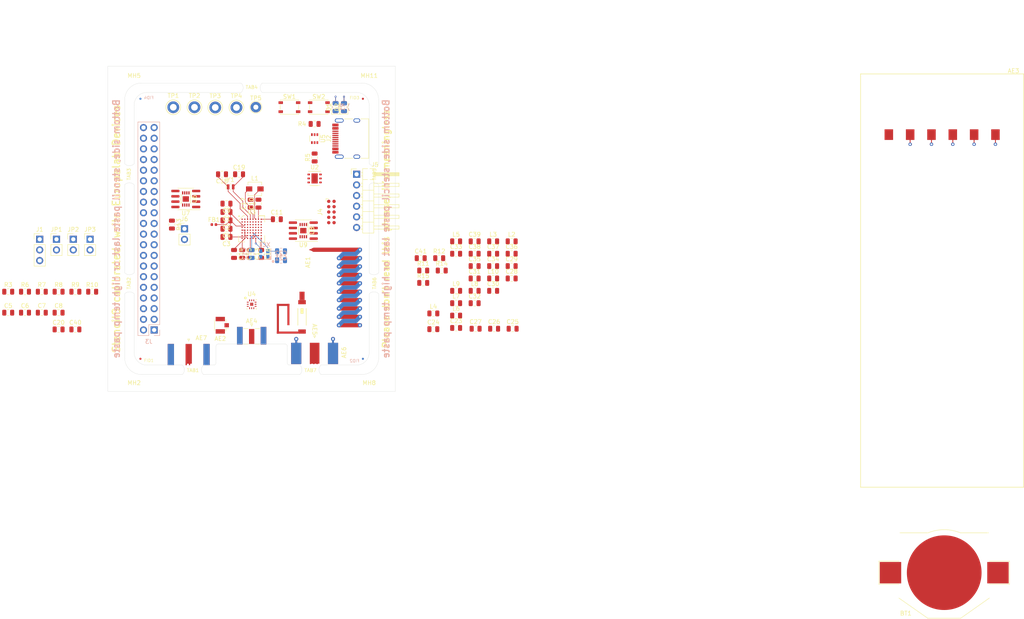
<source format=kicad_pcb>
(kicad_pcb (version 20171130) (host pcbnew 5.1.5+dfsg1-2build2)

  (general
    (thickness 1.6)
    (drawings 92)
    (tracks 77)
    (zones 0)
    (modules 122)
    (nets 121)
  )

  (page A3)
  (title_block
    (date "15 nov 2012")
  )

  (layers
    (0 F.Cu signal)
    (1 In1.Cu signal)
    (2 In2.Cu signal)
    (31 B.Cu signal)
    (34 B.Paste user)
    (35 F.Paste user)
    (36 B.SilkS user)
    (37 F.SilkS user)
    (38 B.Mask user)
    (39 F.Mask user)
    (40 Dwgs.User user)
    (41 Cmts.User user hide)
    (44 Edge.Cuts user)
    (45 Margin user)
    (46 B.CrtYd user)
    (47 F.CrtYd user)
    (48 B.Fab user)
    (49 F.Fab user)
  )

  (setup
    (last_trace_width 0.127)
    (user_trace_width 0.1016)
    (user_trace_width 0.127)
    (user_trace_width 0.2)
    (trace_clearance 0.09)
    (zone_clearance 0.508)
    (zone_45_only no)
    (trace_min 0.09)
    (via_size 0.45)
    (via_drill 0.2)
    (via_min_size 0.45)
    (via_min_drill 0.2)
    (user_via 0.6 0.3)
    (uvia_size 0.45)
    (uvia_drill 0.1)
    (uvias_allowed no)
    (uvia_min_size 0.45)
    (uvia_min_drill 0.1)
    (edge_width 0.1)
    (segment_width 0.1)
    (pcb_text_width 0.25)
    (pcb_text_size 1 1)
    (mod_edge_width 0.15)
    (mod_text_size 1 1)
    (mod_text_width 0.15)
    (pad_size 2.5 2.5)
    (pad_drill 2.5)
    (pad_to_mask_clearance 0)
    (aux_axis_origin 0 0)
    (visible_elements 7FFFF7FF)
    (pcbplotparams
      (layerselection 0x00030_80000001)
      (usegerberextensions true)
      (usegerberattributes false)
      (usegerberadvancedattributes false)
      (creategerberjobfile false)
      (excludeedgelayer true)
      (linewidth 0.150000)
      (plotframeref false)
      (viasonmask false)
      (mode 1)
      (useauxorigin false)
      (hpglpennumber 1)
      (hpglpenspeed 20)
      (hpglpendiameter 15.000000)
      (psnegative false)
      (psa4output false)
      (plotreference true)
      (plotvalue true)
      (plotinvisibletext false)
      (padsonsilk false)
      (subtractmaskfromsilk false)
      (outputformat 1)
      (mirror false)
      (drillshape 1)
      (scaleselection 1)
      (outputdirectory ""))
  )

  (net 0 "")
  (net 1 GND)
  (net 2 "Net-(AE1-Pad1)")
  (net 3 /Sheet5F53D5B4/RFSWPWR)
  (net 4 "Net-(C8-Pad1)")
  (net 5 /Sheet5F53D5B4/POWAMP)
  (net 6 "Net-(C13-Pad1)")
  (net 7 /Sheet5F53D5B4/HFOUT)
  (net 8 +3V3)
  (net 9 "Net-(C29-Pad1)")
  (net 10 /Sheet5F53D5B4/UART_RX)
  (net 11 /Sheet5F53D5B4/UART_TX)
  (net 12 /Sheet5F53D5B4/HPOUT)
  (net 13 /Sheet5F53D5B4/HFIN)
  (net 14 /Sheet5F53D5B4/BANDSEL)
  (net 15 "Net-(XC1-Pad1)")
  (net 16 "Net-(BT1-Pad1)")
  (net 17 /Sheet5F53D5B4/USB_BUS)
  (net 18 "Net-(C33-Pad1)")
  (net 19 "Net-(C34-Pad1)")
  (net 20 /Sheet5F53D5B4/CMDRST)
  (net 21 "Net-(D1-Pad2)")
  (net 22 "Net-(D1-Pad1)")
  (net 23 "Net-(D2-Pad1)")
  (net 24 "Net-(D2-Pad2)")
  (net 25 /Sheet5F53D5B4/USB_P)
  (net 26 /Sheet5F53D5B4/USB_N)
  (net 27 /Sheet60040980/ID_SD)
  (net 28 /Sheet60040980/ID_SC)
  (net 29 /Sheet5F53D5B4/SWDCLK)
  (net 30 /Sheet60040980/SWDCLK)
  (net 31 "Net-(J3-Pad7)")
  (net 32 "Net-(J3-Pad8)")
  (net 33 "Net-(J4-Pad6)")
  (net 34 /Sheet5F53D5B4/CN_VBAT)
  (net 35 /Sheet5F53D5B4/I2C_SCL)
  (net 36 /Sheet5F53D5B4/I2C_SDA)
  (net 37 "Net-(TP3-Pad1)")
  (net 38 "Net-(TP4-Pad1)")
  (net 39 /Sheet5F53D5B4/XCEIV)
  (net 40 /Sheet5F53D5B4/CRYSTAL_XIN-RESERVED)
  (net 41 /Sheet5F53D5B4/CRYSTAL_XOUT-RESERVED)
  (net 42 "Net-(AE5-Pad2)")
  (net 43 "Net-(C1-Pad1)")
  (net 44 "Net-(C7-Pad1)")
  (net 45 "Net-(C14-Pad1)")
  (net 46 "Net-(C17-Pad1)")
  (net 47 "Net-(C18-Pad2)")
  (net 48 "Net-(C19-Pad2)")
  (net 49 "Net-(C23-Pad2)")
  (net 50 "Net-(C23-Pad1)")
  (net 51 "Net-(C24-Pad1)")
  (net 52 "Net-(C24-Pad2)")
  (net 53 "Net-(C29-Pad2)")
  (net 54 "Net-(C33-Pad2)")
  (net 55 "Net-(C35-Pad2)")
  (net 56 "Net-(C40-Pad1)")
  (net 57 "Net-(J2-PadB5)")
  (net 58 "Net-(J2-PadA8)")
  (net 59 "Net-(J2-PadA5)")
  (net 60 "Net-(J2-PadB8)")
  (net 61 "Net-(J2-PadA4)")
  (net 62 "Net-(J3-Pad2)")
  (net 63 "Net-(J3-Pad3)")
  (net 64 "Net-(J3-Pad4)")
  (net 65 "Net-(J3-Pad5)")
  (net 66 "Net-(J3-Pad10)")
  (net 67 "Net-(J3-Pad11)")
  (net 68 "Net-(J3-Pad12)")
  (net 69 "Net-(J3-Pad13)")
  (net 70 "Net-(J3-Pad15)")
  (net 71 "Net-(J3-Pad16)")
  (net 72 "Net-(J3-Pad18)")
  (net 73 "Net-(J3-Pad19)")
  (net 74 "Net-(J3-Pad21)")
  (net 75 "Net-(J3-Pad22)")
  (net 76 "Net-(J3-Pad23)")
  (net 77 "Net-(J3-Pad24)")
  (net 78 "Net-(J3-Pad26)")
  (net 79 "Net-(J3-Pad29)")
  (net 80 "Net-(J3-Pad31)")
  (net 81 "Net-(J3-Pad32)")
  (net 82 "Net-(J3-Pad33)")
  (net 83 "Net-(J3-Pad35)")
  (net 84 "Net-(J3-Pad36)")
  (net 85 "Net-(J3-Pad37)")
  (net 86 "Net-(J3-Pad38)")
  (net 87 "Net-(J3-Pad40)")
  (net 88 "Net-(J4-Pad7)")
  (net 89 "Net-(J4-Pad8)")
  (net 90 "Net-(J5-Pad2)")
  (net 91 "Net-(J5-Pad3)")
  (net 92 "Net-(J5-Pad6)")
  (net 93 "Net-(J6-Pad1)")
  (net 94 "Net-(L1-Pad2)")
  (net 95 "Net-(R3-Pad1)")
  (net 96 "Net-(R4-Pad1)")
  (net 97 "Net-(R4-Pad2)")
  (net 98 "Net-(U2-Pad5)")
  (net 99 "Net-(U3-PadG1)")
  (net 100 "Net-(U3-PadH1)")
  (net 101 "Net-(U3-PadE3)")
  (net 102 "Net-(U3-PadB4)")
  (net 103 "Net-(U3-PadE4)")
  (net 104 "Net-(U3-PadF4)")
  (net 105 "Net-(U3-PadE5)")
  (net 106 "Net-(U3-PadH6)")
  (net 107 "Net-(U3-PadC7)")
  (net 108 "Net-(U3-PadD7)")
  (net 109 "Net-(U3-PadH7)")
  (net 110 "Net-(U3-PadD8)")
  (net 111 "Net-(U5-Pad3)")
  (net 112 "Net-(U5-Pad4)")
  (net 113 "Net-(U8-Pad7)")
  (net 114 "Net-(U8-Pad3)")
  (net 115 "Net-(U8-Pad2)")
  (net 116 "Net-(U8-Pad1)")
  (net 117 "Net-(U9-Pad1)")
  (net 118 "Net-(U9-Pad2)")
  (net 119 "Net-(U9-Pad3)")
  (net 120 "Net-(U9-Pad7)")

  (net_class Default "This is the default net class."
    (clearance 0.09)
    (trace_width 0.09)
    (via_dia 0.45)
    (via_drill 0.2)
    (uvia_dia 0.45)
    (uvia_drill 0.1)
    (add_net +3V3)
    (add_net /Sheet5F53D5B4/BANDSEL)
    (add_net /Sheet5F53D5B4/CMDRST)
    (add_net /Sheet5F53D5B4/CN_VBAT)
    (add_net /Sheet5F53D5B4/CRYSTAL_XIN-RESERVED)
    (add_net /Sheet5F53D5B4/CRYSTAL_XOUT-RESERVED)
    (add_net /Sheet5F53D5B4/HFIN)
    (add_net /Sheet5F53D5B4/HFOUT)
    (add_net /Sheet5F53D5B4/HPOUT)
    (add_net /Sheet5F53D5B4/I2C_SCL)
    (add_net /Sheet5F53D5B4/I2C_SDA)
    (add_net /Sheet5F53D5B4/POWAMP)
    (add_net /Sheet5F53D5B4/RFSWPWR)
    (add_net /Sheet5F53D5B4/SWDCLK)
    (add_net /Sheet5F53D5B4/UART_RX)
    (add_net /Sheet5F53D5B4/UART_TX)
    (add_net /Sheet5F53D5B4/USB_BUS)
    (add_net /Sheet5F53D5B4/USB_N)
    (add_net /Sheet5F53D5B4/USB_P)
    (add_net /Sheet5F53D5B4/XCEIV)
    (add_net /Sheet60040980/ID_SC)
    (add_net /Sheet60040980/ID_SD)
    (add_net /Sheet60040980/SWDCLK)
    (add_net GND)
    (add_net "Net-(AE1-Pad1)")
    (add_net "Net-(AE5-Pad2)")
    (add_net "Net-(BT1-Pad1)")
    (add_net "Net-(C1-Pad1)")
    (add_net "Net-(C13-Pad1)")
    (add_net "Net-(C14-Pad1)")
    (add_net "Net-(C17-Pad1)")
    (add_net "Net-(C18-Pad2)")
    (add_net "Net-(C19-Pad2)")
    (add_net "Net-(C23-Pad1)")
    (add_net "Net-(C23-Pad2)")
    (add_net "Net-(C24-Pad1)")
    (add_net "Net-(C24-Pad2)")
    (add_net "Net-(C29-Pad1)")
    (add_net "Net-(C29-Pad2)")
    (add_net "Net-(C33-Pad1)")
    (add_net "Net-(C33-Pad2)")
    (add_net "Net-(C34-Pad1)")
    (add_net "Net-(C35-Pad2)")
    (add_net "Net-(C40-Pad1)")
    (add_net "Net-(C7-Pad1)")
    (add_net "Net-(C8-Pad1)")
    (add_net "Net-(D1-Pad1)")
    (add_net "Net-(D1-Pad2)")
    (add_net "Net-(D2-Pad1)")
    (add_net "Net-(D2-Pad2)")
    (add_net "Net-(J2-PadA4)")
    (add_net "Net-(J2-PadA5)")
    (add_net "Net-(J2-PadA8)")
    (add_net "Net-(J2-PadB5)")
    (add_net "Net-(J2-PadB8)")
    (add_net "Net-(J3-Pad10)")
    (add_net "Net-(J3-Pad11)")
    (add_net "Net-(J3-Pad12)")
    (add_net "Net-(J3-Pad13)")
    (add_net "Net-(J3-Pad15)")
    (add_net "Net-(J3-Pad16)")
    (add_net "Net-(J3-Pad18)")
    (add_net "Net-(J3-Pad19)")
    (add_net "Net-(J3-Pad2)")
    (add_net "Net-(J3-Pad21)")
    (add_net "Net-(J3-Pad22)")
    (add_net "Net-(J3-Pad23)")
    (add_net "Net-(J3-Pad24)")
    (add_net "Net-(J3-Pad26)")
    (add_net "Net-(J3-Pad29)")
    (add_net "Net-(J3-Pad3)")
    (add_net "Net-(J3-Pad31)")
    (add_net "Net-(J3-Pad32)")
    (add_net "Net-(J3-Pad33)")
    (add_net "Net-(J3-Pad35)")
    (add_net "Net-(J3-Pad36)")
    (add_net "Net-(J3-Pad37)")
    (add_net "Net-(J3-Pad38)")
    (add_net "Net-(J3-Pad4)")
    (add_net "Net-(J3-Pad40)")
    (add_net "Net-(J3-Pad5)")
    (add_net "Net-(J3-Pad7)")
    (add_net "Net-(J3-Pad8)")
    (add_net "Net-(J4-Pad6)")
    (add_net "Net-(J4-Pad7)")
    (add_net "Net-(J4-Pad8)")
    (add_net "Net-(J5-Pad2)")
    (add_net "Net-(J5-Pad3)")
    (add_net "Net-(J5-Pad6)")
    (add_net "Net-(J6-Pad1)")
    (add_net "Net-(L1-Pad2)")
    (add_net "Net-(R3-Pad1)")
    (add_net "Net-(R4-Pad1)")
    (add_net "Net-(R4-Pad2)")
    (add_net "Net-(TP3-Pad1)")
    (add_net "Net-(TP4-Pad1)")
    (add_net "Net-(U2-Pad5)")
    (add_net "Net-(U3-PadB4)")
    (add_net "Net-(U3-PadC7)")
    (add_net "Net-(U3-PadD7)")
    (add_net "Net-(U3-PadD8)")
    (add_net "Net-(U3-PadE3)")
    (add_net "Net-(U3-PadE4)")
    (add_net "Net-(U3-PadE5)")
    (add_net "Net-(U3-PadF4)")
    (add_net "Net-(U3-PadG1)")
    (add_net "Net-(U3-PadH1)")
    (add_net "Net-(U3-PadH6)")
    (add_net "Net-(U3-PadH7)")
    (add_net "Net-(U5-Pad3)")
    (add_net "Net-(U5-Pad4)")
    (add_net "Net-(U8-Pad1)")
    (add_net "Net-(U8-Pad2)")
    (add_net "Net-(U8-Pad3)")
    (add_net "Net-(U8-Pad7)")
    (add_net "Net-(U9-Pad1)")
    (add_net "Net-(U9-Pad2)")
    (add_net "Net-(U9-Pad3)")
    (add_net "Net-(U9-Pad7)")
    (add_net "Net-(XC1-Pad1)")
  )

  (net_class Power ""
    (clearance 0.2)
    (trace_width 0.5)
    (via_dia 1)
    (via_drill 0.7)
    (uvia_dia 0.5)
    (uvia_drill 0.1)
  )

  (module Elabdev:Panel_Mousetab_25mm_Single (layer F.Cu) (tedit 5CD9E502) (tstamp 5F680FEC)
    (at 224 181.75 90)
    (path /5CD9EB0D)
    (fp_text reference TAB7 (at 0 0) (layer F.SilkS)
      (effects (font (size 0.8 0.8) (thickness 0.13)))
    )
    (fp_text value Pantab (at 0 3.5 90) (layer F.Fab)
      (effects (font (size 1 1) (thickness 0.15)))
    )
    (fp_line (start 1.25 -2.2) (end 1.25 2.2) (layer F.Fab) (width 0.15))
    (fp_line (start -1.25 -2.2) (end -1.25 2.2) (layer F.Fab) (width 0.15))
    (fp_line (start 2.1 -2.6) (end 2.1 2.6) (layer F.CrtYd) (width 0.15))
    (fp_line (start 2.1 2.6) (end -2.1 2.6) (layer F.CrtYd) (width 0.15))
    (fp_line (start -2.1 2.6) (end -2.1 -2.6) (layer F.CrtYd) (width 0.15))
    (fp_line (start -2.1 -2.6) (end 2.1 -2.6) (layer F.CrtYd) (width 0.15))
    (pad "" np_thru_hole circle (at 1.35 2 90) (size 0.5 0.5) (drill 0.5) (layers *.Cu))
    (pad "" np_thru_hole circle (at 1.35 1.2 90) (size 0.5 0.5) (drill 0.5) (layers *.Cu))
    (pad "" np_thru_hole circle (at 1.35 0.4 90) (size 0.5 0.5) (drill 0.5) (layers *.Cu))
    (pad "" np_thru_hole circle (at 1.35 -0.4 90) (size 0.5 0.5) (drill 0.5) (layers *.Cu))
    (pad "" np_thru_hole circle (at 1.35 -1.2 90) (size 0.5 0.5) (drill 0.5) (layers *.Cu))
    (pad "" np_thru_hole circle (at 1.35 -2 90) (size 0.5 0.5) (drill 0.5) (layers *.Cu))
  )

  (module Elabdev:Panel_Mousetab_25mm_Single (layer F.Cu) (tedit 5CD9E59A) (tstamp 5F4C0A71)
    (at 210 114.25 270)
    (path /5CD5C3A7)
    (fp_text reference TAB4 (at 0 0 180) (layer F.SilkS)
      (effects (font (size 0.8 0.8) (thickness 0.13)))
    )
    (fp_text value Pantab (at 0 -3.5 270) (layer F.Fab)
      (effects (font (size 1 1) (thickness 0.15)))
    )
    (fp_line (start 1.25 -2.2) (end 1.25 2.2) (layer F.Fab) (width 0.15))
    (fp_line (start -1.25 -2.2) (end -1.25 2.2) (layer F.Fab) (width 0.15))
    (fp_line (start 2.1 -2.6) (end 2.1 2.6) (layer F.CrtYd) (width 0.15))
    (fp_line (start 2.1 2.6) (end -2.1 2.6) (layer F.CrtYd) (width 0.15))
    (fp_line (start -2.1 2.6) (end -2.1 -2.6) (layer F.CrtYd) (width 0.15))
    (fp_line (start -2.1 -2.6) (end 2.1 -2.6) (layer F.CrtYd) (width 0.15))
    (pad "" np_thru_hole circle (at 1.35 2 270) (size 0.5 0.5) (drill 0.5) (layers *.Cu))
    (pad "" np_thru_hole circle (at 1.35 1.2 270) (size 0.5 0.5) (drill 0.5) (layers *.Cu))
    (pad "" np_thru_hole circle (at 1.35 0.4 270) (size 0.5 0.5) (drill 0.5) (layers *.Cu))
    (pad "" np_thru_hole circle (at 1.35 -0.4 270) (size 0.5 0.5) (drill 0.5) (layers *.Cu))
    (pad "" np_thru_hole circle (at 1.35 -1.2 270) (size 0.5 0.5) (drill 0.5) (layers *.Cu))
    (pad "" np_thru_hole circle (at 1.35 -2 270) (size 0.5 0.5) (drill 0.5) (layers *.Cu))
  )

  (module Elabdev:Panel_Mousetab_25mm_Single (layer F.Cu) (tedit 5CD9E502) (tstamp 5CE1C45C)
    (at 196 181.75 90)
    (path /5CD9EB0D)
    (fp_text reference TAB1 (at 0 0) (layer F.SilkS)
      (effects (font (size 0.8 0.8) (thickness 0.13)))
    )
    (fp_text value Pantab (at 0 3.5 90) (layer F.Fab)
      (effects (font (size 1 1) (thickness 0.15)))
    )
    (fp_line (start -2.1 -2.6) (end 2.1 -2.6) (layer F.CrtYd) (width 0.15))
    (fp_line (start -2.1 2.6) (end -2.1 -2.6) (layer F.CrtYd) (width 0.15))
    (fp_line (start 2.1 2.6) (end -2.1 2.6) (layer F.CrtYd) (width 0.15))
    (fp_line (start 2.1 -2.6) (end 2.1 2.6) (layer F.CrtYd) (width 0.15))
    (fp_line (start -1.25 -2.2) (end -1.25 2.2) (layer F.Fab) (width 0.15))
    (fp_line (start 1.25 -2.2) (end 1.25 2.2) (layer F.Fab) (width 0.15))
    (pad "" np_thru_hole circle (at 1.35 -2 90) (size 0.5 0.5) (drill 0.5) (layers *.Cu))
    (pad "" np_thru_hole circle (at 1.35 -1.2 90) (size 0.5 0.5) (drill 0.5) (layers *.Cu))
    (pad "" np_thru_hole circle (at 1.35 -0.4 90) (size 0.5 0.5) (drill 0.5) (layers *.Cu))
    (pad "" np_thru_hole circle (at 1.35 0.4 90) (size 0.5 0.5) (drill 0.5) (layers *.Cu))
    (pad "" np_thru_hole circle (at 1.35 1.2 90) (size 0.5 0.5) (drill 0.5) (layers *.Cu))
    (pad "" np_thru_hole circle (at 1.35 2 90) (size 0.5 0.5) (drill 0.5) (layers *.Cu))
  )

  (module Elabdev:Panel_Mousetab_25mm_Single (layer F.Cu) (tedit 5CD5AA6C) (tstamp 5F4C1007)
    (at 180.75 161)
    (path /5CD5C074)
    (fp_text reference TAB2 (at 0 0 90) (layer F.SilkS)
      (effects (font (size 0.8 0.8) (thickness 0.13)))
    )
    (fp_text value Pantab (at -2.5 0 -270) (layer F.Fab)
      (effects (font (size 1 1) (thickness 0.15)))
    )
    (fp_line (start -2.1 -2.6) (end 2.1 -2.6) (layer F.CrtYd) (width 0.15))
    (fp_line (start -2.1 2.6) (end -2.1 -2.6) (layer F.CrtYd) (width 0.15))
    (fp_line (start 2.1 2.6) (end -2.1 2.6) (layer F.CrtYd) (width 0.15))
    (fp_line (start 2.1 -2.6) (end 2.1 2.6) (layer F.CrtYd) (width 0.15))
    (fp_line (start -1.25 -2.2) (end -1.25 2.2) (layer F.Fab) (width 0.15))
    (fp_line (start 1.25 -2.2) (end 1.25 2.2) (layer F.Fab) (width 0.15))
    (pad "" np_thru_hole circle (at 1.35 -2) (size 0.5 0.5) (drill 0.5) (layers *.Cu))
    (pad "" np_thru_hole circle (at 1.35 -1.2) (size 0.5 0.5) (drill 0.5) (layers *.Cu))
    (pad "" np_thru_hole circle (at 1.35 -0.4) (size 0.5 0.5) (drill 0.5) (layers *.Cu))
    (pad "" np_thru_hole circle (at 1.35 0.4) (size 0.5 0.5) (drill 0.5) (layers *.Cu))
    (pad "" np_thru_hole circle (at 1.35 1.2) (size 0.5 0.5) (drill 0.5) (layers *.Cu))
    (pad "" np_thru_hole circle (at 1.35 2) (size 0.5 0.5) (drill 0.5) (layers *.Cu))
  )

  (module Elabdev:Panel_Mousetab_25mm_Single (layer F.Cu) (tedit 5CD5AA6C) (tstamp 5F4C1047)
    (at 180.75 135)
    (path /5CD5C074)
    (fp_text reference TAB3 (at 0 0 90) (layer F.SilkS)
      (effects (font (size 0.8 0.8) (thickness 0.13)))
    )
    (fp_text value Pantab (at -2.5 0 -270) (layer F.Fab)
      (effects (font (size 1 1) (thickness 0.15)))
    )
    (fp_line (start 1.25 -2.2) (end 1.25 2.2) (layer F.Fab) (width 0.15))
    (fp_line (start -1.25 -2.2) (end -1.25 2.2) (layer F.Fab) (width 0.15))
    (fp_line (start 2.1 -2.6) (end 2.1 2.6) (layer F.CrtYd) (width 0.15))
    (fp_line (start 2.1 2.6) (end -2.1 2.6) (layer F.CrtYd) (width 0.15))
    (fp_line (start -2.1 2.6) (end -2.1 -2.6) (layer F.CrtYd) (width 0.15))
    (fp_line (start -2.1 -2.6) (end 2.1 -2.6) (layer F.CrtYd) (width 0.15))
    (pad "" np_thru_hole circle (at 1.35 2) (size 0.5 0.5) (drill 0.5) (layers *.Cu))
    (pad "" np_thru_hole circle (at 1.35 1.2) (size 0.5 0.5) (drill 0.5) (layers *.Cu))
    (pad "" np_thru_hole circle (at 1.35 0.4) (size 0.5 0.5) (drill 0.5) (layers *.Cu))
    (pad "" np_thru_hole circle (at 1.35 -0.4) (size 0.5 0.5) (drill 0.5) (layers *.Cu))
    (pad "" np_thru_hole circle (at 1.35 -1.2) (size 0.5 0.5) (drill 0.5) (layers *.Cu))
    (pad "" np_thru_hole circle (at 1.35 -2) (size 0.5 0.5) (drill 0.5) (layers *.Cu))
  )

  (module Elabdev:Panel_Mousetab_25mm_Single (layer F.Cu) (tedit 5CD5AA6C) (tstamp 5F4C108A)
    (at 239.25 135 180)
    (path /5CD5C074)
    (fp_text reference TAB5 (at 0 0 90) (layer F.SilkS)
      (effects (font (size 0.8 0.8) (thickness 0.13)))
    )
    (fp_text value Pantab (at -2.5 0 90) (layer F.Fab)
      (effects (font (size 1 1) (thickness 0.15)))
    )
    (fp_line (start 1.25 -2.2) (end 1.25 2.2) (layer F.Fab) (width 0.15))
    (fp_line (start -1.25 -2.2) (end -1.25 2.2) (layer F.Fab) (width 0.15))
    (fp_line (start 2.1 -2.6) (end 2.1 2.6) (layer F.CrtYd) (width 0.15))
    (fp_line (start 2.1 2.6) (end -2.1 2.6) (layer F.CrtYd) (width 0.15))
    (fp_line (start -2.1 2.6) (end -2.1 -2.6) (layer F.CrtYd) (width 0.15))
    (fp_line (start -2.1 -2.6) (end 2.1 -2.6) (layer F.CrtYd) (width 0.15))
    (pad "" np_thru_hole circle (at 1.35 2 180) (size 0.5 0.5) (drill 0.5) (layers *.Cu))
    (pad "" np_thru_hole circle (at 1.35 1.2 180) (size 0.5 0.5) (drill 0.5) (layers *.Cu))
    (pad "" np_thru_hole circle (at 1.35 0.4 180) (size 0.5 0.5) (drill 0.5) (layers *.Cu))
    (pad "" np_thru_hole circle (at 1.35 -0.4 180) (size 0.5 0.5) (drill 0.5) (layers *.Cu))
    (pad "" np_thru_hole circle (at 1.35 -1.2 180) (size 0.5 0.5) (drill 0.5) (layers *.Cu))
    (pad "" np_thru_hole circle (at 1.35 -2 180) (size 0.5 0.5) (drill 0.5) (layers *.Cu))
  )

  (module Elabdev:Panel_Mousetab_25mm_Single (layer F.Cu) (tedit 5CD5AA6C) (tstamp 5F4C1067)
    (at 239.25 161 180)
    (path /5CD5C074)
    (fp_text reference TAB6 (at 0 0 90) (layer F.SilkS)
      (effects (font (size 0.8 0.8) (thickness 0.13)))
    )
    (fp_text value Pantab (at -2.5 0 90) (layer F.Fab)
      (effects (font (size 1 1) (thickness 0.15)))
    )
    (fp_line (start -2.1 -2.6) (end 2.1 -2.6) (layer F.CrtYd) (width 0.15))
    (fp_line (start -2.1 2.6) (end -2.1 -2.6) (layer F.CrtYd) (width 0.15))
    (fp_line (start 2.1 2.6) (end -2.1 2.6) (layer F.CrtYd) (width 0.15))
    (fp_line (start 2.1 -2.6) (end 2.1 2.6) (layer F.CrtYd) (width 0.15))
    (fp_line (start -1.25 -2.2) (end -1.25 2.2) (layer F.Fab) (width 0.15))
    (fp_line (start 1.25 -2.2) (end 1.25 2.2) (layer F.Fab) (width 0.15))
    (pad "" np_thru_hole circle (at 1.35 -2 180) (size 0.5 0.5) (drill 0.5) (layers *.Cu))
    (pad "" np_thru_hole circle (at 1.35 -1.2 180) (size 0.5 0.5) (drill 0.5) (layers *.Cu))
    (pad "" np_thru_hole circle (at 1.35 -0.4 180) (size 0.5 0.5) (drill 0.5) (layers *.Cu))
    (pad "" np_thru_hole circle (at 1.35 0.4 180) (size 0.5 0.5) (drill 0.5) (layers *.Cu))
    (pad "" np_thru_hole circle (at 1.35 1.2 180) (size 0.5 0.5) (drill 0.5) (layers *.Cu))
    (pad "" np_thru_hole circle (at 1.35 2 180) (size 0.5 0.5) (drill 0.5) (layers *.Cu))
  )

  (module Connector_PinSocket_2.54mm:PinSocket_2x20_P2.54mm_Vertical (layer B.Cu) (tedit 5A19A433) (tstamp 5F683F15)
    (at 186.77 172.13)
    (descr "Through hole straight socket strip, 2x20, 2.54mm pitch, double cols (from Kicad 4.0.7), script generated")
    (tags "Through hole socket strip THT 2x20 2.54mm double row")
    (path /60040981/5F6A7FD9)
    (fp_text reference J3 (at -1.27 2.77) (layer B.SilkS)
      (effects (font (size 1 1) (thickness 0.15)) (justify mirror))
    )
    (fp_text value RPIHAT-40W (at -1.27 -51.03) (layer B.Fab)
      (effects (font (size 1 1) (thickness 0.15)) (justify mirror))
    )
    (fp_line (start -3.81 1.27) (end 0.27 1.27) (layer B.Fab) (width 0.1))
    (fp_line (start 0.27 1.27) (end 1.27 0.27) (layer B.Fab) (width 0.1))
    (fp_line (start 1.27 0.27) (end 1.27 -49.53) (layer B.Fab) (width 0.1))
    (fp_line (start 1.27 -49.53) (end -3.81 -49.53) (layer B.Fab) (width 0.1))
    (fp_line (start -3.81 -49.53) (end -3.81 1.27) (layer B.Fab) (width 0.1))
    (fp_line (start -3.87 1.33) (end -1.27 1.33) (layer B.SilkS) (width 0.12))
    (fp_line (start -3.87 1.33) (end -3.87 -49.59) (layer B.SilkS) (width 0.12))
    (fp_line (start -3.87 -49.59) (end 1.33 -49.59) (layer B.SilkS) (width 0.12))
    (fp_line (start 1.33 -1.27) (end 1.33 -49.59) (layer B.SilkS) (width 0.12))
    (fp_line (start -1.27 -1.27) (end 1.33 -1.27) (layer B.SilkS) (width 0.12))
    (fp_line (start -1.27 1.33) (end -1.27 -1.27) (layer B.SilkS) (width 0.12))
    (fp_line (start 1.33 1.33) (end 1.33 0) (layer B.SilkS) (width 0.12))
    (fp_line (start 0 1.33) (end 1.33 1.33) (layer B.SilkS) (width 0.12))
    (fp_line (start -4.34 1.8) (end 1.76 1.8) (layer B.CrtYd) (width 0.05))
    (fp_line (start 1.76 1.8) (end 1.76 -50) (layer B.CrtYd) (width 0.05))
    (fp_line (start 1.76 -50) (end -4.34 -50) (layer B.CrtYd) (width 0.05))
    (fp_line (start -4.34 -50) (end -4.34 1.8) (layer B.CrtYd) (width 0.05))
    (fp_text user %R (at -1.27 -24.13 -90) (layer B.Fab)
      (effects (font (size 1 1) (thickness 0.15)) (justify mirror))
    )
    (pad 1 thru_hole rect (at 0 0) (size 1.7 1.7) (drill 1) (layers *.Cu *.Mask)
      (net 8 +3V3))
    (pad 2 thru_hole oval (at -2.54 0) (size 1.7 1.7) (drill 1) (layers *.Cu *.Mask)
      (net 62 "Net-(J3-Pad2)"))
    (pad 3 thru_hole oval (at 0 -2.54) (size 1.7 1.7) (drill 1) (layers *.Cu *.Mask)
      (net 63 "Net-(J3-Pad3)"))
    (pad 4 thru_hole oval (at -2.54 -2.54) (size 1.7 1.7) (drill 1) (layers *.Cu *.Mask)
      (net 64 "Net-(J3-Pad4)"))
    (pad 5 thru_hole oval (at 0 -5.08) (size 1.7 1.7) (drill 1) (layers *.Cu *.Mask)
      (net 65 "Net-(J3-Pad5)"))
    (pad 6 thru_hole oval (at -2.54 -5.08) (size 1.7 1.7) (drill 1) (layers *.Cu *.Mask)
      (net 1 GND))
    (pad 7 thru_hole oval (at 0 -7.62) (size 1.7 1.7) (drill 1) (layers *.Cu *.Mask)
      (net 31 "Net-(J3-Pad7)"))
    (pad 8 thru_hole oval (at -2.54 -7.62) (size 1.7 1.7) (drill 1) (layers *.Cu *.Mask)
      (net 32 "Net-(J3-Pad8)"))
    (pad 9 thru_hole oval (at 0 -10.16) (size 1.7 1.7) (drill 1) (layers *.Cu *.Mask)
      (net 1 GND))
    (pad 10 thru_hole oval (at -2.54 -10.16) (size 1.7 1.7) (drill 1) (layers *.Cu *.Mask)
      (net 66 "Net-(J3-Pad10)"))
    (pad 11 thru_hole oval (at 0 -12.7) (size 1.7 1.7) (drill 1) (layers *.Cu *.Mask)
      (net 67 "Net-(J3-Pad11)"))
    (pad 12 thru_hole oval (at -2.54 -12.7) (size 1.7 1.7) (drill 1) (layers *.Cu *.Mask)
      (net 68 "Net-(J3-Pad12)"))
    (pad 13 thru_hole oval (at 0 -15.24) (size 1.7 1.7) (drill 1) (layers *.Cu *.Mask)
      (net 69 "Net-(J3-Pad13)"))
    (pad 14 thru_hole oval (at -2.54 -15.24) (size 1.7 1.7) (drill 1) (layers *.Cu *.Mask)
      (net 1 GND))
    (pad 15 thru_hole oval (at 0 -17.78) (size 1.7 1.7) (drill 1) (layers *.Cu *.Mask)
      (net 70 "Net-(J3-Pad15)"))
    (pad 16 thru_hole oval (at -2.54 -17.78) (size 1.7 1.7) (drill 1) (layers *.Cu *.Mask)
      (net 71 "Net-(J3-Pad16)"))
    (pad 17 thru_hole oval (at 0 -20.32) (size 1.7 1.7) (drill 1) (layers *.Cu *.Mask)
      (net 8 +3V3))
    (pad 18 thru_hole oval (at -2.54 -20.32) (size 1.7 1.7) (drill 1) (layers *.Cu *.Mask)
      (net 72 "Net-(J3-Pad18)"))
    (pad 19 thru_hole oval (at 0 -22.86) (size 1.7 1.7) (drill 1) (layers *.Cu *.Mask)
      (net 73 "Net-(J3-Pad19)"))
    (pad 20 thru_hole oval (at -2.54 -22.86) (size 1.7 1.7) (drill 1) (layers *.Cu *.Mask)
      (net 1 GND))
    (pad 21 thru_hole oval (at 0 -25.4) (size 1.7 1.7) (drill 1) (layers *.Cu *.Mask)
      (net 74 "Net-(J3-Pad21)"))
    (pad 22 thru_hole oval (at -2.54 -25.4) (size 1.7 1.7) (drill 1) (layers *.Cu *.Mask)
      (net 75 "Net-(J3-Pad22)"))
    (pad 23 thru_hole oval (at 0 -27.94) (size 1.7 1.7) (drill 1) (layers *.Cu *.Mask)
      (net 76 "Net-(J3-Pad23)"))
    (pad 24 thru_hole oval (at -2.54 -27.94) (size 1.7 1.7) (drill 1) (layers *.Cu *.Mask)
      (net 77 "Net-(J3-Pad24)"))
    (pad 25 thru_hole oval (at 0 -30.48) (size 1.7 1.7) (drill 1) (layers *.Cu *.Mask)
      (net 1 GND))
    (pad 26 thru_hole oval (at -2.54 -30.48) (size 1.7 1.7) (drill 1) (layers *.Cu *.Mask)
      (net 78 "Net-(J3-Pad26)"))
    (pad 27 thru_hole oval (at 0 -33.02) (size 1.7 1.7) (drill 1) (layers *.Cu *.Mask)
      (net 27 /Sheet60040980/ID_SD))
    (pad 28 thru_hole oval (at -2.54 -33.02) (size 1.7 1.7) (drill 1) (layers *.Cu *.Mask)
      (net 28 /Sheet60040980/ID_SC))
    (pad 29 thru_hole oval (at 0 -35.56) (size 1.7 1.7) (drill 1) (layers *.Cu *.Mask)
      (net 79 "Net-(J3-Pad29)"))
    (pad 30 thru_hole oval (at -2.54 -35.56) (size 1.7 1.7) (drill 1) (layers *.Cu *.Mask)
      (net 1 GND))
    (pad 31 thru_hole oval (at 0 -38.1) (size 1.7 1.7) (drill 1) (layers *.Cu *.Mask)
      (net 80 "Net-(J3-Pad31)"))
    (pad 32 thru_hole oval (at -2.54 -38.1) (size 1.7 1.7) (drill 1) (layers *.Cu *.Mask)
      (net 81 "Net-(J3-Pad32)"))
    (pad 33 thru_hole oval (at 0 -40.64) (size 1.7 1.7) (drill 1) (layers *.Cu *.Mask)
      (net 82 "Net-(J3-Pad33)"))
    (pad 34 thru_hole oval (at -2.54 -40.64) (size 1.7 1.7) (drill 1) (layers *.Cu *.Mask)
      (net 1 GND))
    (pad 35 thru_hole oval (at 0 -43.18) (size 1.7 1.7) (drill 1) (layers *.Cu *.Mask)
      (net 83 "Net-(J3-Pad35)"))
    (pad 36 thru_hole oval (at -2.54 -43.18) (size 1.7 1.7) (drill 1) (layers *.Cu *.Mask)
      (net 84 "Net-(J3-Pad36)"))
    (pad 37 thru_hole oval (at 0 -45.72) (size 1.7 1.7) (drill 1) (layers *.Cu *.Mask)
      (net 85 "Net-(J3-Pad37)"))
    (pad 38 thru_hole oval (at -2.54 -45.72) (size 1.7 1.7) (drill 1) (layers *.Cu *.Mask)
      (net 86 "Net-(J3-Pad38)"))
    (pad 39 thru_hole oval (at 0 -48.26) (size 1.7 1.7) (drill 1) (layers *.Cu *.Mask)
      (net 1 GND))
    (pad 40 thru_hole oval (at -2.54 -48.26) (size 1.7 1.7) (drill 1) (layers *.Cu *.Mask)
      (net 87 "Net-(J3-Pad40)"))
    (model ${KISYS3DMOD}/Connector_PinSocket_2.54mm.3dshapes/PinSocket_2x20_P2.54mm_Vertical.wrl
      (at (xyz 0 0 0))
      (scale (xyz 1 1 1))
      (rotate (xyz 0 0 0))
    )
  )

  (module RF_Antenna:Texas_SWRA416_868MHz_915MHz (layer F.Cu) (tedit 5CF40AFD) (tstamp 5F686F31)
    (at 230 162 270)
    (descr http://www.ti.com/lit/an/swra416/swra416.pdf)
    (tags "PCB antenna")
    (path /5F5C0728/60008187)
    (attr smd)
    (fp_text reference AE1 (at -6 6.6 90) (layer F.SilkS)
      (effects (font (size 1 1) (thickness 0.15)))
    )
    (fp_text value Antenna (at 0.1 -7.6 90) (layer F.Fab)
      (effects (font (size 1 1) (thickness 0.15)))
    )
    (fp_line (start 9.7 2.1) (end 6.2 5.7) (layer Dwgs.User) (width 0.12))
    (fp_line (start 9.7 0.1) (end 4.3 5.7) (layer Dwgs.User) (width 0.12))
    (fp_line (start 9.7 -1.9) (end 2.3 5.7) (layer Dwgs.User) (width 0.12))
    (fp_line (start 9.7 -3.9) (end 0.2 5.7) (layer Dwgs.User) (width 0.12))
    (fp_line (start 9.7 -5.9) (end -1.8 5.7) (layer Dwgs.User) (width 0.12))
    (fp_line (start 8.3 -6.5) (end -3.8 5.7) (layer Dwgs.User) (width 0.12))
    (fp_line (start 6.3 -6.5) (end -5.8 5.7) (layer Dwgs.User) (width 0.12))
    (fp_line (start 4.3 -6.5) (end -7.8 5.7) (layer Dwgs.User) (width 0.12))
    (fp_line (start -9.7 5.5) (end 2.3 -6.5) (layer Dwgs.User) (width 0.12))
    (fp_line (start -9.7 3.5) (end 0.3 -6.5) (layer Dwgs.User) (width 0.12))
    (fp_line (start -9.7 1.5) (end -1.7 -6.5) (layer Dwgs.User) (width 0.12))
    (fp_line (start -9.7 -0.5) (end -3.7 -6.5) (layer Dwgs.User) (width 0.12))
    (fp_line (start -9.7 -2.5) (end -5.7 -6.5) (layer Dwgs.User) (width 0.12))
    (fp_line (start -9.7 -4.5) (end -7.7 -6.5) (layer Dwgs.User) (width 0.12))
    (fp_line (start 9.7 -6.5) (end -9.7 -6.5) (layer Dwgs.User) (width 0.15))
    (fp_line (start 9.7 5.7) (end 9.7 -6.5) (layer Dwgs.User) (width 0.15))
    (fp_line (start -9.7 5.7) (end 9.7 5.7) (layer Dwgs.User) (width 0.15))
    (fp_line (start -9.7 -6.5) (end -9.7 5.7) (layer Dwgs.User) (width 0.15))
    (fp_line (start 7 -5.8) (end 8 -4.8) (layer B.Cu) (width 1))
    (fp_line (start 8 -1.8) (end 9 -0.8) (layer B.Cu) (width 1))
    (fp_line (start 8 -4.8) (end 8 -1.8) (layer B.Cu) (width 1))
    (fp_line (start 9 -5.8) (end 9 -0.8) (layer F.Cu) (width 1))
    (fp_line (start 5 -5.8) (end 6 -4.8) (layer B.Cu) (width 1))
    (fp_line (start 6 -1.8) (end 7 -0.8) (layer B.Cu) (width 1))
    (fp_line (start 6 -4.8) (end 6 -1.8) (layer B.Cu) (width 1))
    (fp_line (start 7 -5.8) (end 7 -0.8) (layer F.Cu) (width 1))
    (fp_line (start 3 -5.8) (end 4 -4.8) (layer B.Cu) (width 1))
    (fp_line (start 4 -1.8) (end 5 -0.8) (layer B.Cu) (width 1))
    (fp_line (start 4 -4.8) (end 4 -1.8) (layer B.Cu) (width 1))
    (fp_line (start 5 -5.8) (end 5 -0.8) (layer F.Cu) (width 1))
    (fp_line (start 1 -5.8) (end 2 -4.8) (layer B.Cu) (width 1))
    (fp_line (start 2 -1.8) (end 3 -0.8) (layer B.Cu) (width 1))
    (fp_line (start 2 -4.8) (end 2 -1.8) (layer B.Cu) (width 1))
    (fp_line (start 3 -5.8) (end 3 -0.8) (layer F.Cu) (width 1))
    (fp_line (start -1 -5.8) (end 0 -4.8) (layer B.Cu) (width 1))
    (fp_line (start 0 -1.8) (end 1 -0.8) (layer B.Cu) (width 1))
    (fp_line (start 0 -4.8) (end 0 -1.8) (layer B.Cu) (width 1))
    (fp_line (start 1 -5.8) (end 1 -0.8) (layer F.Cu) (width 1))
    (fp_line (start -3 -5.8) (end -2 -4.8) (layer B.Cu) (width 1))
    (fp_line (start -2 -1.8) (end -1 -0.8) (layer B.Cu) (width 1))
    (fp_line (start -2 -4.8) (end -2 -1.8) (layer B.Cu) (width 1))
    (fp_line (start -1 -5.8) (end -1 -0.8) (layer F.Cu) (width 1))
    (fp_line (start -4 -4.8) (end -4 -1.8) (layer B.Cu) (width 1))
    (fp_line (start -5 -5.8) (end -4 -4.8) (layer B.Cu) (width 1))
    (fp_line (start -4 -1.8) (end -3 -0.8) (layer B.Cu) (width 1))
    (fp_line (start -3 -5.8) (end -3 -0.8) (layer F.Cu) (width 1))
    (fp_line (start -6 -4.8) (end -6 -1.8) (layer B.Cu) (width 1))
    (fp_line (start -7 -5.8) (end -6 -4.8) (layer B.Cu) (width 1))
    (fp_line (start -6 -1.8) (end -5 -0.8) (layer B.Cu) (width 1))
    (fp_line (start -5 -5.8) (end -5 -0.8) (layer F.Cu) (width 1))
    (fp_line (start -7 -5.8) (end -7 -0.8) (layer F.Cu) (width 1))
    (fp_line (start -9 5.2) (end -9 -5.8) (layer F.Cu) (width 1))
    (fp_line (start -9 -5.8) (end -8 -4.8) (layer B.Cu) (width 1))
    (fp_line (start -8 -4.8) (end -8 -1.8) (layer B.Cu) (width 1))
    (fp_line (start -8 -1.8) (end -7 -0.8) (layer B.Cu) (width 1))
    (fp_line (start 9.7 4.1) (end 8.2 5.7) (layer Dwgs.User) (width 0.12))
    (fp_line (start -9.9 -6.7) (end -9.9 5.9) (layer F.CrtYd) (width 0.05))
    (fp_line (start -9.9 5.9) (end 9.9 5.9) (layer F.CrtYd) (width 0.05))
    (fp_line (start 9.9 5.9) (end 9.9 -6.7) (layer F.CrtYd) (width 0.05))
    (fp_line (start 9.9 -6.7) (end -9.9 -6.7) (layer F.CrtYd) (width 0.05))
    (fp_line (start 9.9 -6.7) (end -9.9 -6.7) (layer B.CrtYd) (width 0.05))
    (fp_line (start 9.9 5.9) (end 9.9 -6.7) (layer B.CrtYd) (width 0.05))
    (fp_line (start -9.9 -6.7) (end -9.9 5.9) (layer B.CrtYd) (width 0.05))
    (fp_line (start -9.9 5.9) (end 9.9 5.9) (layer B.CrtYd) (width 0.05))
    (fp_text user "KEEP-OUT ZONE" (at 1 -2.8 90) (layer Cmts.User)
      (effects (font (size 1 1) (thickness 0.15)))
    )
    (fp_text user "No metal, traces or " (at 1 0.2 90) (layer Cmts.User)
      (effects (font (size 1 1) (thickness 0.15)))
    )
    (fp_text user "any components on" (at 1 2.2 90) (layer Cmts.User)
      (effects (font (size 1 1) (thickness 0.15)))
    )
    (fp_text user " any PCB layer." (at 1 4.2 90) (layer Cmts.User)
      (effects (font (size 1 1) (thickness 0.15)))
    )
    (fp_text user %R (at -0.4 6.6 90) (layer F.Fab)
      (effects (font (size 1 1) (thickness 0.15)))
    )
    (pad "" thru_hole circle (at 9 -0.8 90) (size 1 1) (drill 0.4) (layers *.Cu))
    (pad "" thru_hole circle (at 9 -5.8 90) (size 1 1) (drill 0.4) (layers *.Cu))
    (pad "" thru_hole circle (at 7 -5.8 90) (size 1 1) (drill 0.4) (layers *.Cu))
    (pad "" thru_hole circle (at 7 -0.8 90) (size 1 1) (drill 0.4) (layers *.Cu))
    (pad "" thru_hole circle (at 5 -0.8 90) (size 1 1) (drill 0.4) (layers *.Cu))
    (pad "" thru_hole circle (at 5 -5.8 90) (size 1 1) (drill 0.4) (layers *.Cu))
    (pad "" thru_hole circle (at 3 -0.8 90) (size 1 1) (drill 0.4) (layers *.Cu))
    (pad "" thru_hole circle (at 3 -5.8 90) (size 1 1) (drill 0.4) (layers *.Cu))
    (pad "" thru_hole circle (at 1 -5.8 90) (size 1 1) (drill 0.4) (layers *.Cu))
    (pad "" thru_hole circle (at 1 -0.8 90) (size 1 1) (drill 0.4) (layers *.Cu))
    (pad "" thru_hole circle (at -1 -0.8 90) (size 1 1) (drill 0.4) (layers *.Cu))
    (pad "" thru_hole circle (at -1 -5.8 90) (size 1 1) (drill 0.4) (layers *.Cu))
    (pad "" thru_hole circle (at -3 -5.8 90) (size 1 1) (drill 0.4) (layers *.Cu))
    (pad "" thru_hole circle (at -3 -0.8 90) (size 1 1) (drill 0.4) (layers *.Cu))
    (pad "" thru_hole circle (at -5 -0.8 90) (size 1 1) (drill 0.4) (layers *.Cu))
    (pad "" thru_hole circle (at -5 -5.8 90) (size 1 1) (drill 0.4) (layers *.Cu))
    (pad "" thru_hole circle (at -7 -5.8 90) (size 1 1) (drill 0.4) (layers *.Cu))
    (pad "" thru_hole circle (at -7 -0.8 90) (size 1 1) (drill 0.4) (layers *.Cu))
    (pad "" thru_hole circle (at -9 -5.8 90) (size 1 1) (drill 0.4) (layers *.Cu))
    (pad 1 smd trapezoid (at -9 5.9 90) (size 0.4 0.8) (rect_delta 0 0.3 ) (layers F.Cu)
      (net 2 "Net-(AE1-Pad1)"))
  )

  (module Connector_Coaxial:U.FL_Hirose_U.FL-R-SMT-1_Vertical (layer F.Cu) (tedit 5A1DBFC3) (tstamp 5F686F5E)
    (at 203 171 180)
    (descr "Hirose U.FL Coaxial https://www.hirose.com/product/en/products/U.FL/U.FL-R-SMT-1%2810%29/")
    (tags "Hirose U.FL Coaxial")
    (path /5F5C0728/5F5D6D7C)
    (attr smd)
    (fp_text reference AE2 (at 0.475 -3.2) (layer F.SilkS)
      (effects (font (size 1 1) (thickness 0.15)))
    )
    (fp_text value Antenna_Shield (at 0.475 3.2) (layer F.Fab)
      (effects (font (size 1 1) (thickness 0.15)))
    )
    (fp_text user %R (at 0.475 0 90) (layer F.Fab)
      (effects (font (size 0.6 0.6) (thickness 0.09)))
    )
    (fp_line (start -2.02 1) (end -2.02 -1) (layer F.CrtYd) (width 0.05))
    (fp_line (start -1.32 1) (end -2.02 1) (layer F.CrtYd) (width 0.05))
    (fp_line (start 2.08 1.8) (end 2.28 1.8) (layer F.CrtYd) (width 0.05))
    (fp_line (start 2.08 2.5) (end 2.08 1.8) (layer F.CrtYd) (width 0.05))
    (fp_line (start 2.28 1.8) (end 2.28 -1.8) (layer F.CrtYd) (width 0.05))
    (fp_line (start -1.32 1.8) (end -1.12 1.8) (layer F.CrtYd) (width 0.05))
    (fp_line (start -1.12 2.5) (end -1.12 1.8) (layer F.CrtYd) (width 0.05))
    (fp_line (start 2.08 2.5) (end -1.12 2.5) (layer F.CrtYd) (width 0.05))
    (fp_line (start 1.835 -1.35) (end 1.835 1.35) (layer F.SilkS) (width 0.12))
    (fp_line (start -0.885 -0.76) (end -1.515 -0.76) (layer F.SilkS) (width 0.12))
    (fp_line (start -0.885 1.4) (end -0.885 0.76) (layer F.SilkS) (width 0.12))
    (fp_line (start -0.925 -0.3) (end -1.075 -0.15) (layer F.Fab) (width 0.1))
    (fp_line (start 1.775 -1.3) (end 1.375 -1.3) (layer F.Fab) (width 0.1))
    (fp_line (start 1.375 -1.5) (end 1.375 -1.3) (layer F.Fab) (width 0.1))
    (fp_line (start -0.425 -1.5) (end 1.375 -1.5) (layer F.Fab) (width 0.1))
    (fp_line (start 1.775 -1.3) (end 1.775 1.3) (layer F.Fab) (width 0.1))
    (fp_line (start 1.775 1.3) (end 1.375 1.3) (layer F.Fab) (width 0.1))
    (fp_line (start 1.375 1.5) (end 1.375 1.3) (layer F.Fab) (width 0.1))
    (fp_line (start -0.425 1.5) (end 1.375 1.5) (layer F.Fab) (width 0.1))
    (fp_line (start -0.425 -1.3) (end -0.825 -1.3) (layer F.Fab) (width 0.1))
    (fp_line (start -0.425 -1.5) (end -0.425 -1.3) (layer F.Fab) (width 0.1))
    (fp_line (start -0.825 -0.3) (end -0.825 -1.3) (layer F.Fab) (width 0.1))
    (fp_line (start -0.925 -0.3) (end -0.825 -0.3) (layer F.Fab) (width 0.1))
    (fp_line (start -1.075 0.3) (end -1.075 -0.15) (layer F.Fab) (width 0.1))
    (fp_line (start -1.075 0.3) (end -0.825 0.3) (layer F.Fab) (width 0.1))
    (fp_line (start -0.825 0.3) (end -0.825 1.3) (layer F.Fab) (width 0.1))
    (fp_line (start -0.425 1.3) (end -0.825 1.3) (layer F.Fab) (width 0.1))
    (fp_line (start -0.425 1.5) (end -0.425 1.3) (layer F.Fab) (width 0.1))
    (fp_line (start -0.885 -1.4) (end -0.885 -0.76) (layer F.SilkS) (width 0.12))
    (fp_line (start 2.08 -1.8) (end 2.28 -1.8) (layer F.CrtYd) (width 0.05))
    (fp_line (start 2.08 -1.8) (end 2.08 -2.5) (layer F.CrtYd) (width 0.05))
    (fp_line (start -1.32 -1) (end -1.32 -1.8) (layer F.CrtYd) (width 0.05))
    (fp_line (start 2.08 -2.5) (end -1.12 -2.5) (layer F.CrtYd) (width 0.05))
    (fp_line (start -1.12 -1.8) (end -1.12 -2.5) (layer F.CrtYd) (width 0.05))
    (fp_line (start -1.32 -1.8) (end -1.12 -1.8) (layer F.CrtYd) (width 0.05))
    (fp_line (start -1.32 1.8) (end -1.32 1) (layer F.CrtYd) (width 0.05))
    (fp_line (start -1.32 -1) (end -2.02 -1) (layer F.CrtYd) (width 0.05))
    (pad 2 smd rect (at 0.475 1.475 180) (size 2.2 1.05) (layers F.Cu F.Paste F.Mask)
      (net 1 GND))
    (pad 1 smd rect (at -1.05 0 180) (size 1.05 1) (layers F.Cu F.Paste F.Mask)
      (net 2 "Net-(AE1-Pad1)"))
    (pad 2 smd rect (at 0.475 -1.475 180) (size 2.2 1.05) (layers F.Cu F.Paste F.Mask)
      (net 1 GND))
    (model ${KISYS3DMOD}/Connector_Coaxial.3dshapes/U.FL_Hirose_U.FL-R-SMT-1_Vertical.wrl
      (offset (xyz 0.4749999928262157 0 0))
      (scale (xyz 1 1 1))
      (rotate (xyz 0 0 0))
    )
  )

  (module Elabdev:Linx_ANT-868-SP_38x98mm (layer F.Cu) (tedit 5F57B566) (tstamp 5F686F7A)
    (at 374.505001 160.350001)
    (descr "868MHz Chip RF Antenna 1,1dBi Solder Surface Mount")
    (tags "antenna lora subghz subgigaherz")
    (path /5F5C0728/6045549B)
    (attr smd)
    (fp_text reference AE3 (at 17 -50) (layer F.SilkS)
      (effects (font (size 1 1) (thickness 0.15)))
    )
    (fp_text value Antenna_Chip (at -10 -50) (layer F.Fab)
      (effects (font (size 1 1) (thickness 0.15)))
    )
    (fp_line (start -19.43 -49.275) (end -19.43 49.275) (layer F.SilkS) (width 0.15))
    (fp_line (start -19.43 49.275) (end 19.43 49.275) (layer F.SilkS) (width 0.15))
    (fp_line (start 19.43 49.275) (end 19.43 -49.275) (layer F.SilkS) (width 0.15))
    (fp_line (start 19.43 -49.275) (end -19.43 -49.275) (layer F.SilkS) (width 0.15))
    (fp_poly (pts (xy 18.925 48.77) (xy -18.925 48.77) (xy -18.925 -34.8) (xy 18.925 -34.8)) (layer B.Fab) (width 0.1))
    (fp_text user "Counterpoise copper plane " (at 0 0) (layer Cmts.User)
      (effects (font (size 1.5 1.5) (thickness 0.3)))
    )
    (fp_poly (pts (xy 13.97 -34.8) (xy -13.97 -34.8) (xy -13.97 -48.5) (xy 13.97 -48.5)) (layer F.Fab) (width 0.1))
    (fp_text user "Antenna chip" (at 0 -42) (layer Cmts.User)
      (effects (font (size 1.5 1.5) (thickness 0.3)))
    )
    (pad 1 smd rect (at -12.7 -34.8) (size 2.03 2.54) (layers F.Cu F.Paste F.Mask)
      (net 1 GND))
    (pad 2 smd rect (at -7.62 -34.8) (size 2.03 2.54) (layers F.Cu F.Paste F.Mask)
      (net 2 "Net-(AE1-Pad1)"))
    (pad 2 smd rect (at -2.54 -34.8) (size 2.03 2.54) (layers F.Cu F.Paste F.Mask)
      (net 2 "Net-(AE1-Pad1)"))
    (pad 2 smd rect (at 2.54 -34.8) (size 2.03 2.54) (layers F.Cu F.Paste F.Mask)
      (net 2 "Net-(AE1-Pad1)"))
    (pad 2 smd rect (at 7.62 -34.8) (size 2.03 2.54) (layers F.Cu F.Paste F.Mask)
      (net 2 "Net-(AE1-Pad1)"))
    (pad 2 smd rect (at 12.7 -34.8) (size 2.03 2.54) (layers F.Cu F.Paste F.Mask)
      (net 2 "Net-(AE1-Pad1)"))
    (pad 2 thru_hole circle (at 12.7 -32.5) (size 0.8 0.8) (drill 0.4) (layers *.Cu *.Mask)
      (net 2 "Net-(AE1-Pad1)"))
    (pad 2 smd rect (at 12.7 -33.175) (size 0.2 1) (layers F.Cu F.Mask)
      (net 2 "Net-(AE1-Pad1)"))
    (pad 2 smd rect (at 7.62 -33.175) (size 0.2 1) (layers F.Cu F.Mask)
      (net 2 "Net-(AE1-Pad1)"))
    (pad 2 smd rect (at 2.54 -33.175) (size 0.2 1) (layers F.Cu F.Mask)
      (net 2 "Net-(AE1-Pad1)"))
    (pad 2 smd rect (at -2.54 -33.175) (size 0.2 1) (layers F.Cu F.Mask)
      (net 2 "Net-(AE1-Pad1)"))
    (pad 2 smd rect (at -7.62 -33.175) (size 0.2 1) (layers F.Cu F.Mask)
      (net 2 "Net-(AE1-Pad1)"))
    (pad 2 thru_hole circle (at 7.62 -32.5) (size 0.8 0.8) (drill 0.4) (layers *.Cu *.Mask)
      (net 2 "Net-(AE1-Pad1)"))
    (pad 2 thru_hole circle (at 2.54 -32.5) (size 0.8 0.8) (drill 0.4) (layers *.Cu *.Mask)
      (net 2 "Net-(AE1-Pad1)"))
    (pad 2 thru_hole circle (at -2.54 -32.5) (size 0.8 0.8) (drill 0.4) (layers *.Cu *.Mask)
      (net 2 "Net-(AE1-Pad1)"))
    (pad 2 thru_hole circle (at -7.62 -32.5) (size 0.8 0.8) (drill 0.4) (layers *.Cu *.Mask)
      (net 2 "Net-(AE1-Pad1)"))
  )

  (module Connector_Coaxial:SMA_Samtec_SMA-J-P-X-ST-EM1_EdgeMount (layer F.Cu) (tedit 5DAA3454) (tstamp 5F686FA8)
    (at 210 173.5)
    (descr "Connector SMA, 0Hz to 20GHz, 50Ohm, Edge Mount (http://suddendocs.samtec.com/prints/sma-j-p-x-st-em1-mkt.pdf)")
    (tags "SMA Straight Samtec Edge Mount")
    (path /5F5C0728/6000659E)
    (attr smd)
    (fp_text reference AE4 (at 0 -3.5) (layer F.SilkS)
      (effects (font (size 1 1) (thickness 0.15)))
    )
    (fp_text value Antenna_Shield (at 0 13) (layer F.Fab)
      (effects (font (size 1 1) (thickness 0.15)))
    )
    (fp_line (start -0.25 -2.76) (end 0 -2.26) (layer F.SilkS) (width 0.12))
    (fp_line (start 0.25 -2.76) (end -0.25 -2.76) (layer F.SilkS) (width 0.12))
    (fp_line (start 0 -2.26) (end 0.25 -2.76) (layer F.SilkS) (width 0.12))
    (fp_line (start 0 3.1) (end -0.64 2.1) (layer F.Fab) (width 0.1))
    (fp_line (start 0.64 2.1) (end 0 3.1) (layer F.Fab) (width 0.1))
    (fp_text user %R (at 0 4.79 180) (layer F.Fab)
      (effects (font (size 1 1) (thickness 0.15)))
    )
    (fp_line (start 4 2.6) (end 4 -2.6) (layer F.CrtYd) (width 0.05))
    (fp_line (start 3.68 12.12) (end -3.68 12.12) (layer F.CrtYd) (width 0.05))
    (fp_line (start -4 2.6) (end -4 -2.6) (layer F.CrtYd) (width 0.05))
    (fp_line (start -4 -2.6) (end 4 -2.6) (layer F.CrtYd) (width 0.05))
    (fp_line (start 4 2.6) (end 4 -2.6) (layer B.CrtYd) (width 0.05))
    (fp_line (start 3.68 12.12) (end -3.68 12.12) (layer B.CrtYd) (width 0.05))
    (fp_line (start -4 2.6) (end -4 -2.6) (layer B.CrtYd) (width 0.05))
    (fp_line (start -4 -2.6) (end 4 -2.6) (layer B.CrtYd) (width 0.05))
    (fp_line (start 3.165 11.62) (end -3.165 11.62) (layer F.Fab) (width 0.1))
    (fp_line (start 3.175 -1.71) (end 3.175 11.62) (layer F.Fab) (width 0.1))
    (fp_line (start 3.175 -1.71) (end 2.365 -1.71) (layer F.Fab) (width 0.1))
    (fp_line (start 2.365 -1.71) (end 2.365 2.1) (layer F.Fab) (width 0.1))
    (fp_line (start 2.365 2.1) (end -2.365 2.1) (layer F.Fab) (width 0.1))
    (fp_line (start -2.365 2.1) (end -2.365 -1.71) (layer F.Fab) (width 0.1))
    (fp_line (start -2.365 -1.71) (end -3.175 -1.71) (layer F.Fab) (width 0.1))
    (fp_line (start -3.175 -1.71) (end -3.175 11.62) (layer F.Fab) (width 0.1))
    (fp_line (start 4.1 2.1) (end -4.1 2.1) (layer Dwgs.User) (width 0.1))
    (fp_text user "PCB Edge" (at 0 2.6) (layer Dwgs.User)
      (effects (font (size 0.5 0.5) (thickness 0.1)))
    )
    (fp_line (start -3.68 2.6) (end -4 2.6) (layer F.CrtYd) (width 0.05))
    (fp_line (start -3.68 12.12) (end -3.68 2.6) (layer F.CrtYd) (width 0.05))
    (fp_line (start 3.68 2.6) (end 4 2.6) (layer F.CrtYd) (width 0.05))
    (fp_line (start 3.68 2.6) (end 3.68 12.12) (layer F.CrtYd) (width 0.05))
    (fp_line (start -3.68 2.6) (end -4 2.6) (layer B.CrtYd) (width 0.05))
    (fp_line (start -3.68 12.12) (end -3.68 2.6) (layer B.CrtYd) (width 0.05))
    (fp_line (start 4 2.6) (end 3.68 2.6) (layer B.CrtYd) (width 0.05))
    (fp_line (start 3.68 2.6) (end 3.68 12.12) (layer B.CrtYd) (width 0.05))
    (fp_line (start -1.95 2) (end -0.84 2) (layer F.SilkS) (width 0.12))
    (fp_line (start 0.84 2) (end 1.95 2) (layer F.SilkS) (width 0.12))
    (fp_line (start -1.95 -1.71) (end -0.84 -1.71) (layer F.SilkS) (width 0.12))
    (fp_line (start 0.84 -1.71) (end 1.95 -1.71) (layer F.SilkS) (width 0.12))
    (fp_text user "Board Thickness: 1.57mm" (at 0 -5.45) (layer Cmts.User)
      (effects (font (size 1 1) (thickness 0.15)))
    )
    (pad 2 smd rect (at -2.825 0) (size 1.35 4.2) (layers B.Cu B.Paste B.Mask)
      (net 1 GND))
    (pad 2 smd rect (at 2.825 0) (size 1.35 4.2) (layers B.Cu B.Paste B.Mask)
      (net 1 GND))
    (pad 2 smd rect (at -2.825 0) (size 1.35 4.2) (layers F.Cu F.Paste F.Mask)
      (net 1 GND))
    (pad 2 smd rect (at 2.825 0) (size 1.35 4.2) (layers F.Cu F.Paste F.Mask)
      (net 1 GND))
    (pad 1 smd rect (at 0 0.2) (size 1.27 3.6) (layers F.Cu F.Paste F.Mask)
      (net 2 "Net-(AE1-Pad1)"))
    (model ${KISYS3DMOD}/Connector_Coaxial.3dshapes/SMA_Samtec_SMA-J-P-X-ST-EM1_EdgeMount.wrl
      (at (xyz 0 0 0))
      (scale (xyz 1 1 1))
      (rotate (xyz 0 0 0))
    )
  )

  (module Connector_Coaxial:SMA_Molex_73251-1153_EdgeMount_Horizontal (layer F.Cu) (tedit 5A1B666F) (tstamp 5F686FE6)
    (at 225 176 90)
    (descr "Molex SMA RF Connectors, Edge Mount, (http://www.molex.com/pdm_docs/sd/732511150_sd.pdf)")
    (tags "sma edge")
    (path /5F5C0728/60006A31)
    (attr smd)
    (fp_text reference AE6 (at -1.5 7 90) (layer F.SilkS)
      (effects (font (size 1 1) (thickness 0.15)))
    )
    (fp_text value Antenna_Shield (at -1.72 -7.11 90) (layer F.Fab)
      (effects (font (size 1 1) (thickness 0.15)))
    )
    (fp_text user %R (at -1.5 7 90) (layer F.Fab)
      (effects (font (size 1 1) (thickness 0.15)))
    )
    (fp_line (start 2.5 0.25) (end 2.5 -0.25) (layer F.Fab) (width 0.1))
    (fp_line (start 2 0) (end 2.5 0.25) (layer F.Fab) (width 0.1))
    (fp_line (start 2.5 -0.25) (end 2 0) (layer F.Fab) (width 0.1))
    (fp_line (start 2.5 0.25) (end 2 0) (layer F.SilkS) (width 0.12))
    (fp_line (start 2.5 -0.25) (end 2.5 0.25) (layer F.SilkS) (width 0.12))
    (fp_line (start 2 0) (end 2.5 -0.25) (layer F.SilkS) (width 0.12))
    (fp_line (start -4.76 -0.38) (end 0.49 -0.38) (layer F.Fab) (width 0.1))
    (fp_line (start -4.76 0.38) (end 0.49 0.38) (layer F.Fab) (width 0.1))
    (fp_line (start 0.49 -0.38) (end 0.49 0.38) (layer F.Fab) (width 0.1))
    (fp_line (start 0.49 3.75) (end 0.49 4.76) (layer F.Fab) (width 0.1))
    (fp_line (start 0.49 -4.76) (end 0.49 -3.75) (layer F.Fab) (width 0.1))
    (fp_line (start -14.29 -6.09) (end -14.29 6.09) (layer F.CrtYd) (width 0.05))
    (fp_line (start -14.29 6.09) (end 2.71 6.09) (layer F.CrtYd) (width 0.05))
    (fp_line (start 2.71 -6.09) (end 2.71 6.09) (layer B.CrtYd) (width 0.05))
    (fp_line (start -14.29 -6.09) (end 2.71 -6.09) (layer B.CrtYd) (width 0.05))
    (fp_line (start -14.29 -6.09) (end -14.29 6.09) (layer B.CrtYd) (width 0.05))
    (fp_line (start -14.29 6.09) (end 2.71 6.09) (layer B.CrtYd) (width 0.05))
    (fp_line (start 2.71 -6.09) (end 2.71 6.09) (layer F.CrtYd) (width 0.05))
    (fp_line (start 2.71 -6.09) (end -14.29 -6.09) (layer F.CrtYd) (width 0.05))
    (fp_line (start -4.76 -3.75) (end 0.49 -3.75) (layer F.Fab) (width 0.1))
    (fp_line (start -4.76 3.75) (end 0.49 3.75) (layer F.Fab) (width 0.1))
    (fp_line (start -13.79 -2.65) (end -5.91 -2.65) (layer F.Fab) (width 0.1))
    (fp_line (start -13.79 -2.65) (end -13.79 2.65) (layer F.Fab) (width 0.1))
    (fp_line (start -13.79 2.65) (end -5.91 2.65) (layer F.Fab) (width 0.1))
    (fp_line (start -4.76 -3.75) (end -4.76 3.75) (layer F.Fab) (width 0.1))
    (fp_line (start 0.49 -4.76) (end -5.91 -4.76) (layer F.Fab) (width 0.1))
    (fp_line (start -5.91 -4.76) (end -5.91 4.76) (layer F.Fab) (width 0.1))
    (fp_line (start -5.91 4.76) (end 0.49 4.76) (layer F.Fab) (width 0.1))
    (pad 1 smd rect (at -1.72 0 90) (size 5.08 2.29) (layers F.Cu F.Paste F.Mask)
      (net 2 "Net-(AE1-Pad1)"))
    (pad 2 smd rect (at -1.72 -4.38 90) (size 5.08 2.42) (layers F.Cu F.Paste F.Mask)
      (net 1 GND))
    (pad 2 smd rect (at -1.72 4.38 90) (size 5.08 2.42) (layers F.Cu F.Paste F.Mask)
      (net 1 GND))
    (pad 2 smd rect (at -1.72 -4.38 90) (size 5.08 2.42) (layers B.Cu B.Paste B.Mask)
      (net 1 GND))
    (pad 2 smd rect (at -1.72 4.38 90) (size 5.08 2.42) (layers B.Cu B.Paste B.Mask)
      (net 1 GND))
    (pad 2 thru_hole circle (at 1.72 -4.38 90) (size 0.97 0.97) (drill 0.46) (layers *.Cu)
      (net 1 GND))
    (pad 2 thru_hole circle (at 1.72 4.38 90) (size 0.97 0.97) (drill 0.46) (layers *.Cu)
      (net 1 GND))
    (pad 2 smd rect (at 1.27 -4.38 90) (size 0.95 0.46) (layers F.Cu)
      (net 1 GND))
    (pad 2 smd rect (at 1.27 4.38 90) (size 0.95 0.46) (layers F.Cu)
      (net 1 GND))
    (pad 2 smd rect (at 1.27 -4.38 90) (size 0.95 0.46) (layers B.Cu)
      (net 1 GND))
    (pad 2 smd rect (at 1.27 4.38 90) (size 0.95 0.46) (layers B.Cu)
      (net 1 GND))
    (model ${KISYS3DMOD}/Connector_Coaxial.3dshapes/SMA_Molex_73251-1153_EdgeMount_Horizontal.wrl
      (at (xyz 0 0 0))
      (scale (xyz 1 1 1))
      (rotate (xyz 0 0 0))
    )
  )

  (module Connector_Coaxial:SMA_Amphenol_132289_EdgeMount (layer F.Cu) (tedit 5A1C1810) (tstamp 5F687009)
    (at 195 178 270)
    (descr http://www.amphenolrf.com/132289.html)
    (tags SMA)
    (path /5F5C0728/6000721D)
    (attr smd)
    (fp_text reference AE7 (at -3.96 -3) (layer F.SilkS)
      (effects (font (size 1 1) (thickness 0.15)))
    )
    (fp_text value Antenna_Shield (at 5 6 90) (layer F.Fab)
      (effects (font (size 1 1) (thickness 0.15)))
    )
    (fp_line (start -3.71 0.25) (end -3.21 0) (layer F.SilkS) (width 0.12))
    (fp_line (start -3.71 -0.25) (end -3.71 0.25) (layer F.SilkS) (width 0.12))
    (fp_line (start -3.21 0) (end -3.71 -0.25) (layer F.SilkS) (width 0.12))
    (fp_line (start 3.54 0) (end 2.54 0.75) (layer F.Fab) (width 0.1))
    (fp_line (start 2.54 -0.75) (end 3.54 0) (layer F.Fab) (width 0.1))
    (fp_text user %R (at 4.79 0 180) (layer F.Fab)
      (effects (font (size 1 1) (thickness 0.15)))
    )
    (fp_line (start 14.47 -5.58) (end -3.04 -5.58) (layer F.CrtYd) (width 0.05))
    (fp_line (start 14.47 -5.58) (end 14.47 5.58) (layer F.CrtYd) (width 0.05))
    (fp_line (start 14.47 5.58) (end -3.04 5.58) (layer F.CrtYd) (width 0.05))
    (fp_line (start -3.04 5.58) (end -3.04 -5.58) (layer F.CrtYd) (width 0.05))
    (fp_line (start 14.47 -5.58) (end -3.04 -5.58) (layer B.CrtYd) (width 0.05))
    (fp_line (start 14.47 -5.58) (end 14.47 5.58) (layer B.CrtYd) (width 0.05))
    (fp_line (start 14.47 5.58) (end -3.04 5.58) (layer B.CrtYd) (width 0.05))
    (fp_line (start -3.04 5.58) (end -3.04 -5.58) (layer B.CrtYd) (width 0.05))
    (fp_line (start 4.445 -3.81) (end 13.97 -3.81) (layer F.Fab) (width 0.1))
    (fp_line (start 13.97 -3.81) (end 13.97 3.81) (layer F.Fab) (width 0.1))
    (fp_line (start 13.97 3.81) (end 4.445 3.81) (layer F.Fab) (width 0.1))
    (fp_line (start 4.445 5.08) (end 4.445 3.81) (layer F.Fab) (width 0.1))
    (fp_line (start 4.445 -3.81) (end 4.445 -5.08) (layer F.Fab) (width 0.1))
    (fp_line (start -1.91 -5.08) (end 4.445 -5.08) (layer F.Fab) (width 0.1))
    (fp_line (start -1.91 -5.08) (end -1.91 -3.81) (layer F.Fab) (width 0.1))
    (fp_line (start -1.91 -3.81) (end 2.54 -3.81) (layer F.Fab) (width 0.1))
    (fp_line (start 2.54 -3.81) (end 2.54 3.81) (layer F.Fab) (width 0.1))
    (fp_line (start 2.54 3.81) (end -1.91 3.81) (layer F.Fab) (width 0.1))
    (fp_line (start -1.91 3.81) (end -1.91 5.08) (layer F.Fab) (width 0.1))
    (fp_line (start -1.91 5.08) (end 4.445 5.08) (layer F.Fab) (width 0.1))
    (pad 2 smd rect (at 0 4.25) (size 1.5 5.08) (layers B.Cu B.Paste B.Mask)
      (net 1 GND))
    (pad 2 smd rect (at 0 -4.25) (size 1.5 5.08) (layers B.Cu B.Paste B.Mask)
      (net 1 GND))
    (pad 2 smd rect (at 0 4.25) (size 1.5 5.08) (layers F.Cu F.Paste F.Mask)
      (net 1 GND))
    (pad 2 smd rect (at 0 -4.25) (size 1.5 5.08) (layers F.Cu F.Paste F.Mask)
      (net 1 GND))
    (pad 1 smd rect (at 0 0) (size 1.5 5.08) (layers F.Cu F.Paste F.Mask)
      (net 2 "Net-(AE1-Pad1)"))
    (model ${KISYS3DMOD}/Connector_Coaxial.3dshapes/SMA_Amphenol_132289_EdgeMount.wrl
      (at (xyz 0 0 0))
      (scale (xyz 1 1 1))
      (rotate (xyz 0 0 0))
    )
  )

  (module Battery:BatteryHolder_Keystone_3002_1x2032 (layer F.Cu) (tedit 5D9C7E9A) (tstamp 5F68703C)
    (at 375 230)
    (descr https://www.tme.eu/it/Document/a823211ec201a9e209042d155fe22d2b/KEYS2996.pdf)
    (tags "BR2016 CR2016 DL2016 BR2020 CL2020 BR2025 CR2025 DL2025 DR2032 CR2032 DL2032")
    (path /5F53D5B5/5FA3E7CA)
    (attr smd)
    (fp_text reference BT1 (at -9.15 9.7) (layer F.SilkS)
      (effects (font (size 1 1) (thickness 0.15)))
    )
    (fp_text value Battery_Cell (at 0 -11) (layer F.Fab)
      (effects (font (size 1 1) (thickness 0.15)))
    )
    (fp_text user %R (at -9.15 9.7) (layer F.Fab)
      (effects (font (size 1 1) (thickness 0.15)))
    )
    (fp_line (start 15.55 -2.75) (end 10.75 -2.75) (layer F.SilkS) (width 0.12))
    (fp_line (start 15.55 2.75) (end 15.55 -2.75) (layer F.SilkS) (width 0.12))
    (fp_line (start 10.75 2.75) (end 15.55 2.75) (layer F.SilkS) (width 0.12))
    (fp_line (start -15.55 2.75) (end -10.75 2.75) (layer F.SilkS) (width 0.12))
    (fp_line (start -15.55 -2.75) (end -15.55 2.75) (layer F.SilkS) (width 0.12))
    (fp_line (start -10.75 -2.75) (end -15.55 -2.75) (layer F.SilkS) (width 0.12))
    (fp_line (start -15.85 3.05) (end -15.85 -3.05) (layer F.CrtYd) (width 0.05))
    (fp_line (start -11.05 3.05) (end -15.85 3.05) (layer F.CrtYd) (width 0.05))
    (fp_line (start -11.05 6.35) (end -11.05 3.05) (layer F.CrtYd) (width 0.05))
    (fp_line (start -4.3 11.1) (end -11.05 6.35) (layer F.CrtYd) (width 0.05))
    (fp_line (start 4.3 11.1) (end -4.3 11.1) (layer F.CrtYd) (width 0.05))
    (fp_line (start 11.05 6.35) (end 4.3 11.1) (layer F.CrtYd) (width 0.05))
    (fp_line (start 11.05 3.05) (end 11.05 6.35) (layer F.CrtYd) (width 0.05))
    (fp_line (start 15.85 3.05) (end 11.05 3.05) (layer F.CrtYd) (width 0.05))
    (fp_line (start 15.85 -3.05) (end 15.85 3.05) (layer F.CrtYd) (width 0.05))
    (fp_line (start 11.05 -3.05) (end 15.85 -3.05) (layer F.CrtYd) (width 0.05))
    (fp_line (start 11.05 -9.8) (end 11.05 -3.05) (layer F.CrtYd) (width 0.05))
    (fp_line (start 11.05 -9.8) (end 3.9 -9.8) (layer F.CrtYd) (width 0.05))
    (fp_arc (start 0 0) (end 3.9 -9.8) (angle -43.40107348) (layer F.CrtYd) (width 0.05))
    (fp_line (start -11.05 -9.8) (end -3.9 -9.8) (layer F.CrtYd) (width 0.05))
    (fp_line (start -11.05 -3.05) (end -11.05 -9.8) (layer F.CrtYd) (width 0.05))
    (fp_line (start -15.85 -3.05) (end -11.05 -3.05) (layer F.CrtYd) (width 0.05))
    (fp_line (start 10.55 -9.5) (end 3.85 -9.5) (layer F.SilkS) (width 0.12))
    (fp_arc (start 0 0) (end 3.85 -9.5) (angle -44.1) (layer F.SilkS) (width 0.12))
    (fp_line (start -10.55 -9.5) (end -3.85 -9.5) (layer F.SilkS) (width 0.12))
    (fp_circle (center 0 0) (end 10 0) (layer Dwgs.User) (width 0.2))
    (fp_line (start 10.55 5.9) (end 3.8 10.6) (layer F.Fab) (width 0.1))
    (fp_line (start 3.95 10.85) (end 10.75 6.05) (layer F.SilkS) (width 0.12))
    (fp_line (start -3.95 10.85) (end 3.95 10.85) (layer F.SilkS) (width 0.12))
    (fp_line (start -10.8 6.05) (end -3.95 10.85) (layer F.SilkS) (width 0.12))
    (fp_line (start -10.55 5.85) (end -3.8 10.6) (layer F.Fab) (width 0.1))
    (fp_line (start -10.55 -2.55) (end -10.55 -9.3) (layer F.Fab) (width 0.1))
    (fp_line (start 10.55 -9.3) (end -10.55 -9.3) (layer F.Fab) (width 0.1))
    (fp_line (start 10.55 -2.55) (end 10.55 -9.3) (layer F.Fab) (width 0.1))
    (fp_line (start 15.35 -2.55) (end 10.55 -2.55) (layer F.Fab) (width 0.1))
    (fp_line (start 15.35 2.55) (end 15.35 -2.55) (layer F.Fab) (width 0.1))
    (fp_line (start 10.55 2.55) (end 15.35 2.55) (layer F.Fab) (width 0.1))
    (fp_line (start -3.8 10.6) (end 3.8 10.6) (layer F.Fab) (width 0.1))
    (fp_line (start 10.55 2.55) (end 10.55 5.9) (layer F.Fab) (width 0.1))
    (fp_line (start -10.55 2.55) (end -10.55 5.85) (layer F.Fab) (width 0.1))
    (fp_line (start -15.35 -2.55) (end -10.55 -2.55) (layer F.Fab) (width 0.1))
    (fp_line (start -15.35 2.55) (end -10.55 2.55) (layer F.Fab) (width 0.1))
    (fp_line (start -15.35 -2.55) (end -15.35 2.55) (layer F.Fab) (width 0.1))
    (pad 1 smd rect (at 12.8 0) (size 5.1 5.1) (layers F.Cu F.Paste F.Mask)
      (net 16 "Net-(BT1-Pad1)"))
    (pad 1 smd rect (at -12.8 0) (size 5.1 5.1) (layers F.Cu F.Paste F.Mask)
      (net 16 "Net-(BT1-Pad1)"))
    (pad 2 smd circle (at 0 0) (size 17.8 17.8) (layers F.Cu F.Mask)
      (net 1 GND))
    (model ${KISYS3DMOD}/Battery.3dshapes/BatteryHolder_Keystone_3002_1x2032.wrl
      (at (xyz 0 0 0))
      (scale (xyz 1 1 1))
      (rotate (xyz 0 0 0))
    )
  )

  (module Capacitor_SMD:C_0805_2012Metric (layer B.Cu) (tedit 5B36C52B) (tstamp 5F68704D)
    (at 217 155.5 180)
    (descr "Capacitor SMD 0805 (2012 Metric), square (rectangular) end terminal, IPC_7351 nominal, (Body size source: https://docs.google.com/spreadsheets/d/1BsfQQcO9C6DZCsRaXUlFlo91Tg2WpOkGARC1WS5S8t0/edit?usp=sharing), generated with kicad-footprint-generator")
    (tags capacitor)
    (path /5F5C0728/5F5D6D8A)
    (attr smd)
    (fp_text reference C22 (at 0 1.65) (layer B.SilkS)
      (effects (font (size 1 1) (thickness 0.15)) (justify mirror))
    )
    (fp_text value 1nF (at 0 -1.65) (layer B.Fab)
      (effects (font (size 1 1) (thickness 0.15)) (justify mirror))
    )
    (fp_text user %R (at 0 0) (layer B.Fab)
      (effects (font (size 0.5 0.5) (thickness 0.08)) (justify mirror))
    )
    (fp_line (start 1.68 -0.95) (end -1.68 -0.95) (layer B.CrtYd) (width 0.05))
    (fp_line (start 1.68 0.95) (end 1.68 -0.95) (layer B.CrtYd) (width 0.05))
    (fp_line (start -1.68 0.95) (end 1.68 0.95) (layer B.CrtYd) (width 0.05))
    (fp_line (start -1.68 -0.95) (end -1.68 0.95) (layer B.CrtYd) (width 0.05))
    (fp_line (start -0.258578 -0.71) (end 0.258578 -0.71) (layer B.SilkS) (width 0.12))
    (fp_line (start -0.258578 0.71) (end 0.258578 0.71) (layer B.SilkS) (width 0.12))
    (fp_line (start 1 -0.6) (end -1 -0.6) (layer B.Fab) (width 0.1))
    (fp_line (start 1 0.6) (end 1 -0.6) (layer B.Fab) (width 0.1))
    (fp_line (start -1 0.6) (end 1 0.6) (layer B.Fab) (width 0.1))
    (fp_line (start -1 -0.6) (end -1 0.6) (layer B.Fab) (width 0.1))
    (pad 2 smd roundrect (at 0.9375 0 180) (size 0.975 1.4) (layers B.Cu B.Paste B.Mask) (roundrect_rratio 0.25)
      (net 3 /Sheet5F53D5B4/RFSWPWR))
    (pad 1 smd roundrect (at -0.9375 0 180) (size 0.975 1.4) (layers B.Cu B.Paste B.Mask) (roundrect_rratio 0.25)
      (net 1 GND))
    (model ${KISYS3DMOD}/Capacitor_SMD.3dshapes/C_0805_2012Metric.wrl
      (at (xyz 0 0 0))
      (scale (xyz 1 1 1))
      (rotate (xyz 0 0 0))
    )
  )

  (module Capacitor_SMD:C_0805_2012Metric (layer F.Cu) (tedit 5B36C52B) (tstamp 5F68705E)
    (at 258.715001 171.645001)
    (descr "Capacitor SMD 0805 (2012 Metric), square (rectangular) end terminal, IPC_7351 nominal, (Body size source: https://docs.google.com/spreadsheets/d/1BsfQQcO9C6DZCsRaXUlFlo91Tg2WpOkGARC1WS5S8t0/edit?usp=sharing), generated with kicad-footprint-generator")
    (tags capacitor)
    (path /5F5C0728/5F5D6E3E)
    (attr smd)
    (fp_text reference C23 (at 0 -1.65) (layer F.SilkS)
      (effects (font (size 1 1) (thickness 0.15)))
    )
    (fp_text value DNP (at 0 1.65) (layer F.Fab)
      (effects (font (size 1 1) (thickness 0.15)))
    )
    (fp_text user %R (at 0 0) (layer F.Fab)
      (effects (font (size 0.5 0.5) (thickness 0.08)))
    )
    (fp_line (start 1.68 0.95) (end -1.68 0.95) (layer F.CrtYd) (width 0.05))
    (fp_line (start 1.68 -0.95) (end 1.68 0.95) (layer F.CrtYd) (width 0.05))
    (fp_line (start -1.68 -0.95) (end 1.68 -0.95) (layer F.CrtYd) (width 0.05))
    (fp_line (start -1.68 0.95) (end -1.68 -0.95) (layer F.CrtYd) (width 0.05))
    (fp_line (start -0.258578 0.71) (end 0.258578 0.71) (layer F.SilkS) (width 0.12))
    (fp_line (start -0.258578 -0.71) (end 0.258578 -0.71) (layer F.SilkS) (width 0.12))
    (fp_line (start 1 0.6) (end -1 0.6) (layer F.Fab) (width 0.1))
    (fp_line (start 1 -0.6) (end 1 0.6) (layer F.Fab) (width 0.1))
    (fp_line (start -1 -0.6) (end 1 -0.6) (layer F.Fab) (width 0.1))
    (fp_line (start -1 0.6) (end -1 -0.6) (layer F.Fab) (width 0.1))
    (pad 2 smd roundrect (at 0.9375 0) (size 0.975 1.4) (layers F.Cu F.Paste F.Mask) (roundrect_rratio 0.25)
      (net 49 "Net-(C23-Pad2)"))
    (pad 1 smd roundrect (at -0.9375 0) (size 0.975 1.4) (layers F.Cu F.Paste F.Mask) (roundrect_rratio 0.25)
      (net 50 "Net-(C23-Pad1)"))
    (model ${KISYS3DMOD}/Capacitor_SMD.3dshapes/C_0805_2012Metric.wrl
      (at (xyz 0 0 0))
      (scale (xyz 1 1 1))
      (rotate (xyz 0 0 0))
    )
  )

  (module Capacitor_SMD:C_0805_2012Metric (layer F.Cu) (tedit 5B36C52B) (tstamp 5F68706F)
    (at 253.285001 171.935001)
    (descr "Capacitor SMD 0805 (2012 Metric), square (rectangular) end terminal, IPC_7351 nominal, (Body size source: https://docs.google.com/spreadsheets/d/1BsfQQcO9C6DZCsRaXUlFlo91Tg2WpOkGARC1WS5S8t0/edit?usp=sharing), generated with kicad-footprint-generator")
    (tags capacitor)
    (path /5F5C0728/5F5D6E33)
    (attr smd)
    (fp_text reference C24 (at 0 -1.65) (layer F.SilkS)
      (effects (font (size 1 1) (thickness 0.15)))
    )
    (fp_text value 18pF (at 0 1.65) (layer F.Fab)
      (effects (font (size 1 1) (thickness 0.15)))
    )
    (fp_line (start -1 0.6) (end -1 -0.6) (layer F.Fab) (width 0.1))
    (fp_line (start -1 -0.6) (end 1 -0.6) (layer F.Fab) (width 0.1))
    (fp_line (start 1 -0.6) (end 1 0.6) (layer F.Fab) (width 0.1))
    (fp_line (start 1 0.6) (end -1 0.6) (layer F.Fab) (width 0.1))
    (fp_line (start -0.258578 -0.71) (end 0.258578 -0.71) (layer F.SilkS) (width 0.12))
    (fp_line (start -0.258578 0.71) (end 0.258578 0.71) (layer F.SilkS) (width 0.12))
    (fp_line (start -1.68 0.95) (end -1.68 -0.95) (layer F.CrtYd) (width 0.05))
    (fp_line (start -1.68 -0.95) (end 1.68 -0.95) (layer F.CrtYd) (width 0.05))
    (fp_line (start 1.68 -0.95) (end 1.68 0.95) (layer F.CrtYd) (width 0.05))
    (fp_line (start 1.68 0.95) (end -1.68 0.95) (layer F.CrtYd) (width 0.05))
    (fp_text user %R (at 0 0) (layer F.Fab)
      (effects (font (size 0.5 0.5) (thickness 0.08)))
    )
    (pad 1 smd roundrect (at -0.9375 0) (size 0.975 1.4) (layers F.Cu F.Paste F.Mask) (roundrect_rratio 0.25)
      (net 51 "Net-(C24-Pad1)"))
    (pad 2 smd roundrect (at 0.9375 0) (size 0.975 1.4) (layers F.Cu F.Paste F.Mask) (roundrect_rratio 0.25)
      (net 52 "Net-(C24-Pad2)"))
    (model ${KISYS3DMOD}/Capacitor_SMD.3dshapes/C_0805_2012Metric.wrl
      (at (xyz 0 0 0))
      (scale (xyz 1 1 1))
      (rotate (xyz 0 0 0))
    )
  )

  (module Capacitor_SMD:C_0805_2012Metric (layer F.Cu) (tedit 5B36C52B) (tstamp 5F687080)
    (at 272.175001 171.825001)
    (descr "Capacitor SMD 0805 (2012 Metric), square (rectangular) end terminal, IPC_7351 nominal, (Body size source: https://docs.google.com/spreadsheets/d/1BsfQQcO9C6DZCsRaXUlFlo91Tg2WpOkGARC1WS5S8t0/edit?usp=sharing), generated with kicad-footprint-generator")
    (tags capacitor)
    (path /5F5C0728/5F5D6E48)
    (attr smd)
    (fp_text reference C25 (at 0 -1.65) (layer F.SilkS)
      (effects (font (size 1 1) (thickness 0.15)))
    )
    (fp_text value 3,3pF (at 0 1.65) (layer F.Fab)
      (effects (font (size 1 1) (thickness 0.15)))
    )
    (fp_line (start -1 0.6) (end -1 -0.6) (layer F.Fab) (width 0.1))
    (fp_line (start -1 -0.6) (end 1 -0.6) (layer F.Fab) (width 0.1))
    (fp_line (start 1 -0.6) (end 1 0.6) (layer F.Fab) (width 0.1))
    (fp_line (start 1 0.6) (end -1 0.6) (layer F.Fab) (width 0.1))
    (fp_line (start -0.258578 -0.71) (end 0.258578 -0.71) (layer F.SilkS) (width 0.12))
    (fp_line (start -0.258578 0.71) (end 0.258578 0.71) (layer F.SilkS) (width 0.12))
    (fp_line (start -1.68 0.95) (end -1.68 -0.95) (layer F.CrtYd) (width 0.05))
    (fp_line (start -1.68 -0.95) (end 1.68 -0.95) (layer F.CrtYd) (width 0.05))
    (fp_line (start 1.68 -0.95) (end 1.68 0.95) (layer F.CrtYd) (width 0.05))
    (fp_line (start 1.68 0.95) (end -1.68 0.95) (layer F.CrtYd) (width 0.05))
    (fp_text user %R (at 0 0) (layer F.Fab)
      (effects (font (size 0.5 0.5) (thickness 0.08)))
    )
    (pad 1 smd roundrect (at -0.9375 0) (size 0.975 1.4) (layers F.Cu F.Paste F.Mask) (roundrect_rratio 0.25)
      (net 49 "Net-(C23-Pad2)"))
    (pad 2 smd roundrect (at 0.9375 0) (size 0.975 1.4) (layers F.Cu F.Paste F.Mask) (roundrect_rratio 0.25)
      (net 1 GND))
    (model ${KISYS3DMOD}/Capacitor_SMD.3dshapes/C_0805_2012Metric.wrl
      (at (xyz 0 0 0))
      (scale (xyz 1 1 1))
      (rotate (xyz 0 0 0))
    )
  )

  (module Capacitor_SMD:C_0805_2012Metric (layer F.Cu) (tedit 5B36C52B) (tstamp 5F687091)
    (at 267.765001 171.825001)
    (descr "Capacitor SMD 0805 (2012 Metric), square (rectangular) end terminal, IPC_7351 nominal, (Body size source: https://docs.google.com/spreadsheets/d/1BsfQQcO9C6DZCsRaXUlFlo91Tg2WpOkGARC1WS5S8t0/edit?usp=sharing), generated with kicad-footprint-generator")
    (tags capacitor)
    (path /5F5C0728/5F5D6E50)
    (attr smd)
    (fp_text reference C26 (at 0 -1.65) (layer F.SilkS)
      (effects (font (size 1 1) (thickness 0.15)))
    )
    (fp_text value 5,6pF (at 0 1.65) (layer F.Fab)
      (effects (font (size 1 1) (thickness 0.15)))
    )
    (fp_text user %R (at 0 0) (layer F.Fab)
      (effects (font (size 0.5 0.5) (thickness 0.08)))
    )
    (fp_line (start 1.68 0.95) (end -1.68 0.95) (layer F.CrtYd) (width 0.05))
    (fp_line (start 1.68 -0.95) (end 1.68 0.95) (layer F.CrtYd) (width 0.05))
    (fp_line (start -1.68 -0.95) (end 1.68 -0.95) (layer F.CrtYd) (width 0.05))
    (fp_line (start -1.68 0.95) (end -1.68 -0.95) (layer F.CrtYd) (width 0.05))
    (fp_line (start -0.258578 0.71) (end 0.258578 0.71) (layer F.SilkS) (width 0.12))
    (fp_line (start -0.258578 -0.71) (end 0.258578 -0.71) (layer F.SilkS) (width 0.12))
    (fp_line (start 1 0.6) (end -1 0.6) (layer F.Fab) (width 0.1))
    (fp_line (start 1 -0.6) (end 1 0.6) (layer F.Fab) (width 0.1))
    (fp_line (start -1 -0.6) (end 1 -0.6) (layer F.Fab) (width 0.1))
    (fp_line (start -1 0.6) (end -1 -0.6) (layer F.Fab) (width 0.1))
    (pad 2 smd roundrect (at 0.9375 0) (size 0.975 1.4) (layers F.Cu F.Paste F.Mask) (roundrect_rratio 0.25)
      (net 1 GND))
    (pad 1 smd roundrect (at -0.9375 0) (size 0.975 1.4) (layers F.Cu F.Paste F.Mask) (roundrect_rratio 0.25)
      (net 50 "Net-(C23-Pad1)"))
    (model ${KISYS3DMOD}/Capacitor_SMD.3dshapes/C_0805_2012Metric.wrl
      (at (xyz 0 0 0))
      (scale (xyz 1 1 1))
      (rotate (xyz 0 0 0))
    )
  )

  (module Capacitor_SMD:C_0805_2012Metric (layer F.Cu) (tedit 5B36C52B) (tstamp 5F6870A2)
    (at 263.355001 171.825001)
    (descr "Capacitor SMD 0805 (2012 Metric), square (rectangular) end terminal, IPC_7351 nominal, (Body size source: https://docs.google.com/spreadsheets/d/1BsfQQcO9C6DZCsRaXUlFlo91Tg2WpOkGARC1WS5S8t0/edit?usp=sharing), generated with kicad-footprint-generator")
    (tags capacitor)
    (path /5F5C0728/5F5D6E57)
    (attr smd)
    (fp_text reference C27 (at 0 -1.65) (layer F.SilkS)
      (effects (font (size 1 1) (thickness 0.15)))
    )
    (fp_text value 3,3pF (at 0 1.65) (layer F.Fab)
      (effects (font (size 1 1) (thickness 0.15)))
    )
    (fp_line (start -1 0.6) (end -1 -0.6) (layer F.Fab) (width 0.1))
    (fp_line (start -1 -0.6) (end 1 -0.6) (layer F.Fab) (width 0.1))
    (fp_line (start 1 -0.6) (end 1 0.6) (layer F.Fab) (width 0.1))
    (fp_line (start 1 0.6) (end -1 0.6) (layer F.Fab) (width 0.1))
    (fp_line (start -0.258578 -0.71) (end 0.258578 -0.71) (layer F.SilkS) (width 0.12))
    (fp_line (start -0.258578 0.71) (end 0.258578 0.71) (layer F.SilkS) (width 0.12))
    (fp_line (start -1.68 0.95) (end -1.68 -0.95) (layer F.CrtYd) (width 0.05))
    (fp_line (start -1.68 -0.95) (end 1.68 -0.95) (layer F.CrtYd) (width 0.05))
    (fp_line (start 1.68 -0.95) (end 1.68 0.95) (layer F.CrtYd) (width 0.05))
    (fp_line (start 1.68 0.95) (end -1.68 0.95) (layer F.CrtYd) (width 0.05))
    (fp_text user %R (at 0 0) (layer F.Fab)
      (effects (font (size 0.5 0.5) (thickness 0.08)))
    )
    (pad 1 smd roundrect (at -0.9375 0) (size 0.975 1.4) (layers F.Cu F.Paste F.Mask) (roundrect_rratio 0.25)
      (net 52 "Net-(C24-Pad2)"))
    (pad 2 smd roundrect (at 0.9375 0) (size 0.975 1.4) (layers F.Cu F.Paste F.Mask) (roundrect_rratio 0.25)
      (net 1 GND))
    (model ${KISYS3DMOD}/Capacitor_SMD.3dshapes/C_0805_2012Metric.wrl
      (at (xyz 0 0 0))
      (scale (xyz 1 1 1))
      (rotate (xyz 0 0 0))
    )
  )

  (module Capacitor_SMD:C_0805_2012Metric (layer F.Cu) (tedit 5B36C52B) (tstamp 5F6870B3)
    (at 271.945001 159.845001)
    (descr "Capacitor SMD 0805 (2012 Metric), square (rectangular) end terminal, IPC_7351 nominal, (Body size source: https://docs.google.com/spreadsheets/d/1BsfQQcO9C6DZCsRaXUlFlo91Tg2WpOkGARC1WS5S8t0/edit?usp=sharing), generated with kicad-footprint-generator")
    (tags capacitor)
    (path /5F5C0728/5F5D6E5F)
    (attr smd)
    (fp_text reference C28 (at 0 -1.65) (layer F.SilkS)
      (effects (font (size 1 1) (thickness 0.15)))
    )
    (fp_text value 3,9pF (at 0 1.65) (layer F.Fab)
      (effects (font (size 1 1) (thickness 0.15)))
    )
    (fp_text user %R (at 0 0) (layer F.Fab)
      (effects (font (size 0.5 0.5) (thickness 0.08)))
    )
    (fp_line (start 1.68 0.95) (end -1.68 0.95) (layer F.CrtYd) (width 0.05))
    (fp_line (start 1.68 -0.95) (end 1.68 0.95) (layer F.CrtYd) (width 0.05))
    (fp_line (start -1.68 -0.95) (end 1.68 -0.95) (layer F.CrtYd) (width 0.05))
    (fp_line (start -1.68 0.95) (end -1.68 -0.95) (layer F.CrtYd) (width 0.05))
    (fp_line (start -0.258578 0.71) (end 0.258578 0.71) (layer F.SilkS) (width 0.12))
    (fp_line (start -0.258578 -0.71) (end 0.258578 -0.71) (layer F.SilkS) (width 0.12))
    (fp_line (start 1 0.6) (end -1 0.6) (layer F.Fab) (width 0.1))
    (fp_line (start 1 -0.6) (end 1 0.6) (layer F.Fab) (width 0.1))
    (fp_line (start -1 -0.6) (end 1 -0.6) (layer F.Fab) (width 0.1))
    (fp_line (start -1 0.6) (end -1 -0.6) (layer F.Fab) (width 0.1))
    (pad 2 smd roundrect (at 0.9375 0) (size 0.975 1.4) (layers F.Cu F.Paste F.Mask) (roundrect_rratio 0.25)
      (net 1 GND))
    (pad 1 smd roundrect (at -0.9375 0) (size 0.975 1.4) (layers F.Cu F.Paste F.Mask) (roundrect_rratio 0.25)
      (net 51 "Net-(C24-Pad1)"))
    (model ${KISYS3DMOD}/Capacitor_SMD.3dshapes/C_0805_2012Metric.wrl
      (at (xyz 0 0 0))
      (scale (xyz 1 1 1))
      (rotate (xyz 0 0 0))
    )
  )

  (module Capacitor_SMD:C_0805_2012Metric (layer F.Cu) (tedit 5B36C52B) (tstamp 5F6870C4)
    (at 271.945001 156.895001)
    (descr "Capacitor SMD 0805 (2012 Metric), square (rectangular) end terminal, IPC_7351 nominal, (Body size source: https://docs.google.com/spreadsheets/d/1BsfQQcO9C6DZCsRaXUlFlo91Tg2WpOkGARC1WS5S8t0/edit?usp=sharing), generated with kicad-footprint-generator")
    (tags capacitor)
    (path /5F5C0728/5F5D6D9A)
    (attr smd)
    (fp_text reference C29 (at 0 -1.65) (layer F.SilkS)
      (effects (font (size 1 1) (thickness 0.15)))
    )
    (fp_text value 47pF (at 0 1.65) (layer F.Fab)
      (effects (font (size 1 1) (thickness 0.15)))
    )
    (fp_line (start -1 0.6) (end -1 -0.6) (layer F.Fab) (width 0.1))
    (fp_line (start -1 -0.6) (end 1 -0.6) (layer F.Fab) (width 0.1))
    (fp_line (start 1 -0.6) (end 1 0.6) (layer F.Fab) (width 0.1))
    (fp_line (start 1 0.6) (end -1 0.6) (layer F.Fab) (width 0.1))
    (fp_line (start -0.258578 -0.71) (end 0.258578 -0.71) (layer F.SilkS) (width 0.12))
    (fp_line (start -0.258578 0.71) (end 0.258578 0.71) (layer F.SilkS) (width 0.12))
    (fp_line (start -1.68 0.95) (end -1.68 -0.95) (layer F.CrtYd) (width 0.05))
    (fp_line (start -1.68 -0.95) (end 1.68 -0.95) (layer F.CrtYd) (width 0.05))
    (fp_line (start 1.68 -0.95) (end 1.68 0.95) (layer F.CrtYd) (width 0.05))
    (fp_line (start 1.68 0.95) (end -1.68 0.95) (layer F.CrtYd) (width 0.05))
    (fp_text user %R (at 0 0) (layer F.Fab)
      (effects (font (size 0.5 0.5) (thickness 0.08)))
    )
    (pad 1 smd roundrect (at -0.9375 0) (size 0.975 1.4) (layers F.Cu F.Paste F.Mask) (roundrect_rratio 0.25)
      (net 9 "Net-(C29-Pad1)"))
    (pad 2 smd roundrect (at 0.9375 0) (size 0.975 1.4) (layers F.Cu F.Paste F.Mask) (roundrect_rratio 0.25)
      (net 53 "Net-(C29-Pad2)"))
    (model ${KISYS3DMOD}/Capacitor_SMD.3dshapes/C_0805_2012Metric.wrl
      (at (xyz 0 0 0))
      (scale (xyz 1 1 1))
      (rotate (xyz 0 0 0))
    )
  )

  (module Capacitor_SMD:C_0805_2012Metric (layer F.Cu) (tedit 5B36C52B) (tstamp 5F6870D5)
    (at 267.535001 162.795001)
    (descr "Capacitor SMD 0805 (2012 Metric), square (rectangular) end terminal, IPC_7351 nominal, (Body size source: https://docs.google.com/spreadsheets/d/1BsfQQcO9C6DZCsRaXUlFlo91Tg2WpOkGARC1WS5S8t0/edit?usp=sharing), generated with kicad-footprint-generator")
    (tags capacitor)
    (path /5F5C0728/5F5D6DA0)
    (attr smd)
    (fp_text reference C30 (at 0 -1.65) (layer F.SilkS)
      (effects (font (size 1 1) (thickness 0.15)))
    )
    (fp_text value 27pF (at 0 1.65) (layer F.Fab)
      (effects (font (size 1 1) (thickness 0.15)))
    )
    (fp_text user %R (at 0 0) (layer F.Fab)
      (effects (font (size 0.5 0.5) (thickness 0.08)))
    )
    (fp_line (start 1.68 0.95) (end -1.68 0.95) (layer F.CrtYd) (width 0.05))
    (fp_line (start 1.68 -0.95) (end 1.68 0.95) (layer F.CrtYd) (width 0.05))
    (fp_line (start -1.68 -0.95) (end 1.68 -0.95) (layer F.CrtYd) (width 0.05))
    (fp_line (start -1.68 0.95) (end -1.68 -0.95) (layer F.CrtYd) (width 0.05))
    (fp_line (start -0.258578 0.71) (end 0.258578 0.71) (layer F.SilkS) (width 0.12))
    (fp_line (start -0.258578 -0.71) (end 0.258578 -0.71) (layer F.SilkS) (width 0.12))
    (fp_line (start 1 0.6) (end -1 0.6) (layer F.Fab) (width 0.1))
    (fp_line (start 1 -0.6) (end 1 0.6) (layer F.Fab) (width 0.1))
    (fp_line (start -1 -0.6) (end 1 -0.6) (layer F.Fab) (width 0.1))
    (fp_line (start -1 0.6) (end -1 -0.6) (layer F.Fab) (width 0.1))
    (pad 2 smd roundrect (at 0.9375 0) (size 0.975 1.4) (layers F.Cu F.Paste F.Mask) (roundrect_rratio 0.25)
      (net 1 GND))
    (pad 1 smd roundrect (at -0.9375 0) (size 0.975 1.4) (layers F.Cu F.Paste F.Mask) (roundrect_rratio 0.25)
      (net 9 "Net-(C29-Pad1)"))
    (model ${KISYS3DMOD}/Capacitor_SMD.3dshapes/C_0805_2012Metric.wrl
      (at (xyz 0 0 0))
      (scale (xyz 1 1 1))
      (rotate (xyz 0 0 0))
    )
  )

  (module Capacitor_SMD:C_0805_2012Metric (layer F.Cu) (tedit 5B36C52B) (tstamp 5F6870E6)
    (at 263.125001 159.845001)
    (descr "Capacitor SMD 0805 (2012 Metric), square (rectangular) end terminal, IPC_7351 nominal, (Body size source: https://docs.google.com/spreadsheets/d/1BsfQQcO9C6DZCsRaXUlFlo91Tg2WpOkGARC1WS5S8t0/edit?usp=sharing), generated with kicad-footprint-generator")
    (tags capacitor)
    (path /5F5C0728/5F5D6E94)
    (attr smd)
    (fp_text reference C31 (at 0 -1.65) (layer F.SilkS)
      (effects (font (size 1 1) (thickness 0.15)))
    )
    (fp_text value 4,7nF (at 0 1.65) (layer F.Fab)
      (effects (font (size 1 1) (thickness 0.15)))
    )
    (fp_line (start -1 0.6) (end -1 -0.6) (layer F.Fab) (width 0.1))
    (fp_line (start -1 -0.6) (end 1 -0.6) (layer F.Fab) (width 0.1))
    (fp_line (start 1 -0.6) (end 1 0.6) (layer F.Fab) (width 0.1))
    (fp_line (start 1 0.6) (end -1 0.6) (layer F.Fab) (width 0.1))
    (fp_line (start -0.258578 -0.71) (end 0.258578 -0.71) (layer F.SilkS) (width 0.12))
    (fp_line (start -0.258578 0.71) (end 0.258578 0.71) (layer F.SilkS) (width 0.12))
    (fp_line (start -1.68 0.95) (end -1.68 -0.95) (layer F.CrtYd) (width 0.05))
    (fp_line (start -1.68 -0.95) (end 1.68 -0.95) (layer F.CrtYd) (width 0.05))
    (fp_line (start 1.68 -0.95) (end 1.68 0.95) (layer F.CrtYd) (width 0.05))
    (fp_line (start 1.68 0.95) (end -1.68 0.95) (layer F.CrtYd) (width 0.05))
    (fp_text user %R (at 0 0) (layer F.Fab)
      (effects (font (size 0.5 0.5) (thickness 0.08)))
    )
    (pad 1 smd roundrect (at -0.9375 0) (size 0.975 1.4) (layers F.Cu F.Paste F.Mask) (roundrect_rratio 0.25)
      (net 5 /Sheet5F53D5B4/POWAMP))
    (pad 2 smd roundrect (at 0.9375 0) (size 0.975 1.4) (layers F.Cu F.Paste F.Mask) (roundrect_rratio 0.25)
      (net 1 GND))
    (model ${KISYS3DMOD}/Capacitor_SMD.3dshapes/C_0805_2012Metric.wrl
      (at (xyz 0 0 0))
      (scale (xyz 1 1 1))
      (rotate (xyz 0 0 0))
    )
  )

  (module Capacitor_SMD:C_0805_2012Metric (layer F.Cu) (tedit 5B36C52B) (tstamp 5F6870F7)
    (at 263.125001 165.745001)
    (descr "Capacitor SMD 0805 (2012 Metric), square (rectangular) end terminal, IPC_7351 nominal, (Body size source: https://docs.google.com/spreadsheets/d/1BsfQQcO9C6DZCsRaXUlFlo91Tg2WpOkGARC1WS5S8t0/edit?usp=sharing), generated with kicad-footprint-generator")
    (tags capacitor)
    (path /5F5C0728/5F5D6E8E)
    (attr smd)
    (fp_text reference C32 (at 0 -1.65) (layer F.SilkS)
      (effects (font (size 1 1) (thickness 0.15)))
    )
    (fp_text value DNP (at 0 1.65) (layer F.Fab)
      (effects (font (size 1 1) (thickness 0.15)))
    )
    (fp_text user %R (at 0 0) (layer F.Fab)
      (effects (font (size 0.5 0.5) (thickness 0.08)))
    )
    (fp_line (start 1.68 0.95) (end -1.68 0.95) (layer F.CrtYd) (width 0.05))
    (fp_line (start 1.68 -0.95) (end 1.68 0.95) (layer F.CrtYd) (width 0.05))
    (fp_line (start -1.68 -0.95) (end 1.68 -0.95) (layer F.CrtYd) (width 0.05))
    (fp_line (start -1.68 0.95) (end -1.68 -0.95) (layer F.CrtYd) (width 0.05))
    (fp_line (start -0.258578 0.71) (end 0.258578 0.71) (layer F.SilkS) (width 0.12))
    (fp_line (start -0.258578 -0.71) (end 0.258578 -0.71) (layer F.SilkS) (width 0.12))
    (fp_line (start 1 0.6) (end -1 0.6) (layer F.Fab) (width 0.1))
    (fp_line (start 1 -0.6) (end 1 0.6) (layer F.Fab) (width 0.1))
    (fp_line (start -1 -0.6) (end 1 -0.6) (layer F.Fab) (width 0.1))
    (fp_line (start -1 0.6) (end -1 -0.6) (layer F.Fab) (width 0.1))
    (pad 2 smd roundrect (at 0.9375 0) (size 0.975 1.4) (layers F.Cu F.Paste F.Mask) (roundrect_rratio 0.25)
      (net 1 GND))
    (pad 1 smd roundrect (at -0.9375 0) (size 0.975 1.4) (layers F.Cu F.Paste F.Mask) (roundrect_rratio 0.25)
      (net 5 /Sheet5F53D5B4/POWAMP))
    (model ${KISYS3DMOD}/Capacitor_SMD.3dshapes/C_0805_2012Metric.wrl
      (at (xyz 0 0 0))
      (scale (xyz 1 1 1))
      (rotate (xyz 0 0 0))
    )
  )

  (module Capacitor_SMD:C_0805_2012Metric (layer F.Cu) (tedit 5B36C52B) (tstamp 5F687108)
    (at 258.715001 153.945001)
    (descr "Capacitor SMD 0805 (2012 Metric), square (rectangular) end terminal, IPC_7351 nominal, (Body size source: https://docs.google.com/spreadsheets/d/1BsfQQcO9C6DZCsRaXUlFlo91Tg2WpOkGARC1WS5S8t0/edit?usp=sharing), generated with kicad-footprint-generator")
    (tags capacitor)
    (path /5F5C0728/5F5D6DD9)
    (attr smd)
    (fp_text reference C33 (at 0 -1.65) (layer F.SilkS)
      (effects (font (size 1 1) (thickness 0.15)))
    )
    (fp_text value DNP (at 0 1.65) (layer F.Fab)
      (effects (font (size 1 1) (thickness 0.15)))
    )
    (fp_text user %R (at 0 0) (layer F.Fab)
      (effects (font (size 0.5 0.5) (thickness 0.08)))
    )
    (fp_line (start 1.68 0.95) (end -1.68 0.95) (layer F.CrtYd) (width 0.05))
    (fp_line (start 1.68 -0.95) (end 1.68 0.95) (layer F.CrtYd) (width 0.05))
    (fp_line (start -1.68 -0.95) (end 1.68 -0.95) (layer F.CrtYd) (width 0.05))
    (fp_line (start -1.68 0.95) (end -1.68 -0.95) (layer F.CrtYd) (width 0.05))
    (fp_line (start -0.258578 0.71) (end 0.258578 0.71) (layer F.SilkS) (width 0.12))
    (fp_line (start -0.258578 -0.71) (end 0.258578 -0.71) (layer F.SilkS) (width 0.12))
    (fp_line (start 1 0.6) (end -1 0.6) (layer F.Fab) (width 0.1))
    (fp_line (start 1 -0.6) (end 1 0.6) (layer F.Fab) (width 0.1))
    (fp_line (start -1 -0.6) (end 1 -0.6) (layer F.Fab) (width 0.1))
    (fp_line (start -1 0.6) (end -1 -0.6) (layer F.Fab) (width 0.1))
    (pad 2 smd roundrect (at 0.9375 0) (size 0.975 1.4) (layers F.Cu F.Paste F.Mask) (roundrect_rratio 0.25)
      (net 54 "Net-(C33-Pad2)"))
    (pad 1 smd roundrect (at -0.9375 0) (size 0.975 1.4) (layers F.Cu F.Paste F.Mask) (roundrect_rratio 0.25)
      (net 18 "Net-(C33-Pad1)"))
    (model ${KISYS3DMOD}/Capacitor_SMD.3dshapes/C_0805_2012Metric.wrl
      (at (xyz 0 0 0))
      (scale (xyz 1 1 1))
      (rotate (xyz 0 0 0))
    )
  )

  (module Capacitor_SMD:C_0805_2012Metric (layer F.Cu) (tedit 5B36C52B) (tstamp 5F687119)
    (at 267.535001 156.895001)
    (descr "Capacitor SMD 0805 (2012 Metric), square (rectangular) end terminal, IPC_7351 nominal, (Body size source: https://docs.google.com/spreadsheets/d/1BsfQQcO9C6DZCsRaXUlFlo91Tg2WpOkGARC1WS5S8t0/edit?usp=sharing), generated with kicad-footprint-generator")
    (tags capacitor)
    (path /5F5C0728/5F5D6DDF)
    (attr smd)
    (fp_text reference C34 (at 0 -1.65) (layer F.SilkS)
      (effects (font (size 1 1) (thickness 0.15)))
    )
    (fp_text value DNP (at 0 1.65) (layer F.Fab)
      (effects (font (size 1 1) (thickness 0.15)))
    )
    (fp_text user %R (at 0 0) (layer F.Fab)
      (effects (font (size 0.5 0.5) (thickness 0.08)))
    )
    (fp_line (start 1.68 0.95) (end -1.68 0.95) (layer F.CrtYd) (width 0.05))
    (fp_line (start 1.68 -0.95) (end 1.68 0.95) (layer F.CrtYd) (width 0.05))
    (fp_line (start -1.68 -0.95) (end 1.68 -0.95) (layer F.CrtYd) (width 0.05))
    (fp_line (start -1.68 0.95) (end -1.68 -0.95) (layer F.CrtYd) (width 0.05))
    (fp_line (start -0.258578 0.71) (end 0.258578 0.71) (layer F.SilkS) (width 0.12))
    (fp_line (start -0.258578 -0.71) (end 0.258578 -0.71) (layer F.SilkS) (width 0.12))
    (fp_line (start 1 0.6) (end -1 0.6) (layer F.Fab) (width 0.1))
    (fp_line (start 1 -0.6) (end 1 0.6) (layer F.Fab) (width 0.1))
    (fp_line (start -1 -0.6) (end 1 -0.6) (layer F.Fab) (width 0.1))
    (fp_line (start -1 0.6) (end -1 -0.6) (layer F.Fab) (width 0.1))
    (pad 2 smd roundrect (at 0.9375 0) (size 0.975 1.4) (layers F.Cu F.Paste F.Mask) (roundrect_rratio 0.25)
      (net 18 "Net-(C33-Pad1)"))
    (pad 1 smd roundrect (at -0.9375 0) (size 0.975 1.4) (layers F.Cu F.Paste F.Mask) (roundrect_rratio 0.25)
      (net 19 "Net-(C34-Pad1)"))
    (model ${KISYS3DMOD}/Capacitor_SMD.3dshapes/C_0805_2012Metric.wrl
      (at (xyz 0 0 0))
      (scale (xyz 1 1 1))
      (rotate (xyz 0 0 0))
    )
  )

  (module Capacitor_SMD:C_0805_2012Metric (layer F.Cu) (tedit 5B36C52B) (tstamp 5F68712A)
    (at 263.125001 156.895001)
    (descr "Capacitor SMD 0805 (2012 Metric), square (rectangular) end terminal, IPC_7351 nominal, (Body size source: https://docs.google.com/spreadsheets/d/1BsfQQcO9C6DZCsRaXUlFlo91Tg2WpOkGARC1WS5S8t0/edit?usp=sharing), generated with kicad-footprint-generator")
    (tags capacitor)
    (path /5F5C0728/5F5D6DCD)
    (attr smd)
    (fp_text reference C35 (at 0 -1.65) (layer F.SilkS)
      (effects (font (size 1 1) (thickness 0.15)))
    )
    (fp_text value 22pF (at 0 1.65) (layer F.Fab)
      (effects (font (size 1 1) (thickness 0.15)))
    )
    (fp_line (start -1 0.6) (end -1 -0.6) (layer F.Fab) (width 0.1))
    (fp_line (start -1 -0.6) (end 1 -0.6) (layer F.Fab) (width 0.1))
    (fp_line (start 1 -0.6) (end 1 0.6) (layer F.Fab) (width 0.1))
    (fp_line (start 1 0.6) (end -1 0.6) (layer F.Fab) (width 0.1))
    (fp_line (start -0.258578 -0.71) (end 0.258578 -0.71) (layer F.SilkS) (width 0.12))
    (fp_line (start -0.258578 0.71) (end 0.258578 0.71) (layer F.SilkS) (width 0.12))
    (fp_line (start -1.68 0.95) (end -1.68 -0.95) (layer F.CrtYd) (width 0.05))
    (fp_line (start -1.68 -0.95) (end 1.68 -0.95) (layer F.CrtYd) (width 0.05))
    (fp_line (start 1.68 -0.95) (end 1.68 0.95) (layer F.CrtYd) (width 0.05))
    (fp_line (start 1.68 0.95) (end -1.68 0.95) (layer F.CrtYd) (width 0.05))
    (fp_text user %R (at 0 0) (layer F.Fab)
      (effects (font (size 0.5 0.5) (thickness 0.08)))
    )
    (pad 1 smd roundrect (at -0.9375 0) (size 0.975 1.4) (layers F.Cu F.Paste F.Mask) (roundrect_rratio 0.25)
      (net 7 /Sheet5F53D5B4/HFOUT))
    (pad 2 smd roundrect (at 0.9375 0) (size 0.975 1.4) (layers F.Cu F.Paste F.Mask) (roundrect_rratio 0.25)
      (net 55 "Net-(C35-Pad2)"))
    (model ${KISYS3DMOD}/Capacitor_SMD.3dshapes/C_0805_2012Metric.wrl
      (at (xyz 0 0 0))
      (scale (xyz 1 1 1))
      (rotate (xyz 0 0 0))
    )
  )

  (module Capacitor_SMD:C_0805_2012Metric (layer F.Cu) (tedit 5B36C52B) (tstamp 5F68713B)
    (at 271.945001 153.945001)
    (descr "Capacitor SMD 0805 (2012 Metric), square (rectangular) end terminal, IPC_7351 nominal, (Body size source: https://docs.google.com/spreadsheets/d/1BsfQQcO9C6DZCsRaXUlFlo91Tg2WpOkGARC1WS5S8t0/edit?usp=sharing), generated with kicad-footprint-generator")
    (tags capacitor)
    (path /5F5C0728/5F5D6DF1)
    (attr smd)
    (fp_text reference C36 (at 0 -1.65) (layer F.SilkS)
      (effects (font (size 1 1) (thickness 0.15)))
    )
    (fp_text value 3,3pF (at 0 1.65) (layer F.Fab)
      (effects (font (size 1 1) (thickness 0.15)))
    )
    (fp_line (start -1 0.6) (end -1 -0.6) (layer F.Fab) (width 0.1))
    (fp_line (start -1 -0.6) (end 1 -0.6) (layer F.Fab) (width 0.1))
    (fp_line (start 1 -0.6) (end 1 0.6) (layer F.Fab) (width 0.1))
    (fp_line (start 1 0.6) (end -1 0.6) (layer F.Fab) (width 0.1))
    (fp_line (start -0.258578 -0.71) (end 0.258578 -0.71) (layer F.SilkS) (width 0.12))
    (fp_line (start -0.258578 0.71) (end 0.258578 0.71) (layer F.SilkS) (width 0.12))
    (fp_line (start -1.68 0.95) (end -1.68 -0.95) (layer F.CrtYd) (width 0.05))
    (fp_line (start -1.68 -0.95) (end 1.68 -0.95) (layer F.CrtYd) (width 0.05))
    (fp_line (start 1.68 -0.95) (end 1.68 0.95) (layer F.CrtYd) (width 0.05))
    (fp_line (start 1.68 0.95) (end -1.68 0.95) (layer F.CrtYd) (width 0.05))
    (fp_text user %R (at 0 0) (layer F.Fab)
      (effects (font (size 0.5 0.5) (thickness 0.08)))
    )
    (pad 1 smd roundrect (at -0.9375 0) (size 0.975 1.4) (layers F.Cu F.Paste F.Mask) (roundrect_rratio 0.25)
      (net 54 "Net-(C33-Pad2)"))
    (pad 2 smd roundrect (at 0.9375 0) (size 0.975 1.4) (layers F.Cu F.Paste F.Mask) (roundrect_rratio 0.25)
      (net 1 GND))
    (model ${KISYS3DMOD}/Capacitor_SMD.3dshapes/C_0805_2012Metric.wrl
      (at (xyz 0 0 0))
      (scale (xyz 1 1 1))
      (rotate (xyz 0 0 0))
    )
  )

  (module Capacitor_SMD:C_0805_2012Metric (layer F.Cu) (tedit 5B36C52B) (tstamp 5F68714C)
    (at 267.535001 153.945001)
    (descr "Capacitor SMD 0805 (2012 Metric), square (rectangular) end terminal, IPC_7351 nominal, (Body size source: https://docs.google.com/spreadsheets/d/1BsfQQcO9C6DZCsRaXUlFlo91Tg2WpOkGARC1WS5S8t0/edit?usp=sharing), generated with kicad-footprint-generator")
    (tags capacitor)
    (path /5F5C0728/5F5D6DF9)
    (attr smd)
    (fp_text reference C37 (at 0 -1.65) (layer F.SilkS)
      (effects (font (size 1 1) (thickness 0.15)))
    )
    (fp_text value 5,6pF (at 0 1.65) (layer F.Fab)
      (effects (font (size 1 1) (thickness 0.15)))
    )
    (fp_text user %R (at 0 0) (layer F.Fab)
      (effects (font (size 0.5 0.5) (thickness 0.08)))
    )
    (fp_line (start 1.68 0.95) (end -1.68 0.95) (layer F.CrtYd) (width 0.05))
    (fp_line (start 1.68 -0.95) (end 1.68 0.95) (layer F.CrtYd) (width 0.05))
    (fp_line (start -1.68 -0.95) (end 1.68 -0.95) (layer F.CrtYd) (width 0.05))
    (fp_line (start -1.68 0.95) (end -1.68 -0.95) (layer F.CrtYd) (width 0.05))
    (fp_line (start -0.258578 0.71) (end 0.258578 0.71) (layer F.SilkS) (width 0.12))
    (fp_line (start -0.258578 -0.71) (end 0.258578 -0.71) (layer F.SilkS) (width 0.12))
    (fp_line (start 1 0.6) (end -1 0.6) (layer F.Fab) (width 0.1))
    (fp_line (start 1 -0.6) (end 1 0.6) (layer F.Fab) (width 0.1))
    (fp_line (start -1 -0.6) (end 1 -0.6) (layer F.Fab) (width 0.1))
    (fp_line (start -1 0.6) (end -1 -0.6) (layer F.Fab) (width 0.1))
    (pad 2 smd roundrect (at 0.9375 0) (size 0.975 1.4) (layers F.Cu F.Paste F.Mask) (roundrect_rratio 0.25)
      (net 1 GND))
    (pad 1 smd roundrect (at -0.9375 0) (size 0.975 1.4) (layers F.Cu F.Paste F.Mask) (roundrect_rratio 0.25)
      (net 18 "Net-(C33-Pad1)"))
    (model ${KISYS3DMOD}/Capacitor_SMD.3dshapes/C_0805_2012Metric.wrl
      (at (xyz 0 0 0))
      (scale (xyz 1 1 1))
      (rotate (xyz 0 0 0))
    )
  )

  (module Capacitor_SMD:C_0805_2012Metric (layer F.Cu) (tedit 5B36C52B) (tstamp 5F68715D)
    (at 263.125001 153.945001)
    (descr "Capacitor SMD 0805 (2012 Metric), square (rectangular) end terminal, IPC_7351 nominal, (Body size source: https://docs.google.com/spreadsheets/d/1BsfQQcO9C6DZCsRaXUlFlo91Tg2WpOkGARC1WS5S8t0/edit?usp=sharing), generated with kicad-footprint-generator")
    (tags capacitor)
    (path /5F5C0728/5F5D6E01)
    (attr smd)
    (fp_text reference C38 (at 0 -1.65) (layer F.SilkS)
      (effects (font (size 1 1) (thickness 0.15)))
    )
    (fp_text value 8,2pF (at 0 1.65) (layer F.Fab)
      (effects (font (size 1 1) (thickness 0.15)))
    )
    (fp_line (start -1 0.6) (end -1 -0.6) (layer F.Fab) (width 0.1))
    (fp_line (start -1 -0.6) (end 1 -0.6) (layer F.Fab) (width 0.1))
    (fp_line (start 1 -0.6) (end 1 0.6) (layer F.Fab) (width 0.1))
    (fp_line (start 1 0.6) (end -1 0.6) (layer F.Fab) (width 0.1))
    (fp_line (start -0.258578 -0.71) (end 0.258578 -0.71) (layer F.SilkS) (width 0.12))
    (fp_line (start -0.258578 0.71) (end 0.258578 0.71) (layer F.SilkS) (width 0.12))
    (fp_line (start -1.68 0.95) (end -1.68 -0.95) (layer F.CrtYd) (width 0.05))
    (fp_line (start -1.68 -0.95) (end 1.68 -0.95) (layer F.CrtYd) (width 0.05))
    (fp_line (start 1.68 -0.95) (end 1.68 0.95) (layer F.CrtYd) (width 0.05))
    (fp_line (start 1.68 0.95) (end -1.68 0.95) (layer F.CrtYd) (width 0.05))
    (fp_text user %R (at 0 0) (layer F.Fab)
      (effects (font (size 0.5 0.5) (thickness 0.08)))
    )
    (pad 1 smd roundrect (at -0.9375 0) (size 0.975 1.4) (layers F.Cu F.Paste F.Mask) (roundrect_rratio 0.25)
      (net 19 "Net-(C34-Pad1)"))
    (pad 2 smd roundrect (at 0.9375 0) (size 0.975 1.4) (layers F.Cu F.Paste F.Mask) (roundrect_rratio 0.25)
      (net 1 GND))
    (model ${KISYS3DMOD}/Capacitor_SMD.3dshapes/C_0805_2012Metric.wrl
      (at (xyz 0 0 0))
      (scale (xyz 1 1 1))
      (rotate (xyz 0 0 0))
    )
  )

  (module Capacitor_SMD:C_0805_2012Metric (layer F.Cu) (tedit 5B36C52B) (tstamp 5F68716E)
    (at 263.125001 150.995001)
    (descr "Capacitor SMD 0805 (2012 Metric), square (rectangular) end terminal, IPC_7351 nominal, (Body size source: https://docs.google.com/spreadsheets/d/1BsfQQcO9C6DZCsRaXUlFlo91Tg2WpOkGARC1WS5S8t0/edit?usp=sharing), generated with kicad-footprint-generator")
    (tags capacitor)
    (path /5F5C0728/5F5D6E09)
    (attr smd)
    (fp_text reference C39 (at 0 -1.65) (layer F.SilkS)
      (effects (font (size 1 1) (thickness 0.15)))
    )
    (fp_text value 3,9pF (at 0 1.65) (layer F.Fab)
      (effects (font (size 1 1) (thickness 0.15)))
    )
    (fp_text user %R (at 0 0) (layer F.Fab)
      (effects (font (size 0.5 0.5) (thickness 0.08)))
    )
    (fp_line (start 1.68 0.95) (end -1.68 0.95) (layer F.CrtYd) (width 0.05))
    (fp_line (start 1.68 -0.95) (end 1.68 0.95) (layer F.CrtYd) (width 0.05))
    (fp_line (start -1.68 -0.95) (end 1.68 -0.95) (layer F.CrtYd) (width 0.05))
    (fp_line (start -1.68 0.95) (end -1.68 -0.95) (layer F.CrtYd) (width 0.05))
    (fp_line (start -0.258578 0.71) (end 0.258578 0.71) (layer F.SilkS) (width 0.12))
    (fp_line (start -0.258578 -0.71) (end 0.258578 -0.71) (layer F.SilkS) (width 0.12))
    (fp_line (start 1 0.6) (end -1 0.6) (layer F.Fab) (width 0.1))
    (fp_line (start 1 -0.6) (end 1 0.6) (layer F.Fab) (width 0.1))
    (fp_line (start -1 -0.6) (end 1 -0.6) (layer F.Fab) (width 0.1))
    (fp_line (start -1 0.6) (end -1 -0.6) (layer F.Fab) (width 0.1))
    (pad 2 smd roundrect (at 0.9375 0) (size 0.975 1.4) (layers F.Cu F.Paste F.Mask) (roundrect_rratio 0.25)
      (net 1 GND))
    (pad 1 smd roundrect (at -0.9375 0) (size 0.975 1.4) (layers F.Cu F.Paste F.Mask) (roundrect_rratio 0.25)
      (net 7 /Sheet5F53D5B4/HFOUT))
    (model ${KISYS3DMOD}/Capacitor_SMD.3dshapes/C_0805_2012Metric.wrl
      (at (xyz 0 0 0))
      (scale (xyz 1 1 1))
      (rotate (xyz 0 0 0))
    )
  )

  (module Capacitor_SMD:C_0805_2012Metric (layer F.Cu) (tedit 5B36C52B) (tstamp 5F68717F)
    (at 168 172)
    (descr "Capacitor SMD 0805 (2012 Metric), square (rectangular) end terminal, IPC_7351 nominal, (Body size source: https://docs.google.com/spreadsheets/d/1BsfQQcO9C6DZCsRaXUlFlo91Tg2WpOkGARC1WS5S8t0/edit?usp=sharing), generated with kicad-footprint-generator")
    (tags capacitor)
    (path /60040981/6005D746)
    (attr smd)
    (fp_text reference C40 (at 0 -1.65) (layer F.SilkS)
      (effects (font (size 1 1) (thickness 0.15)))
    )
    (fp_text value 4,7nF (at 0 1.65) (layer F.Fab)
      (effects (font (size 1 1) (thickness 0.15)))
    )
    (fp_line (start -1 0.6) (end -1 -0.6) (layer F.Fab) (width 0.1))
    (fp_line (start -1 -0.6) (end 1 -0.6) (layer F.Fab) (width 0.1))
    (fp_line (start 1 -0.6) (end 1 0.6) (layer F.Fab) (width 0.1))
    (fp_line (start 1 0.6) (end -1 0.6) (layer F.Fab) (width 0.1))
    (fp_line (start -0.258578 -0.71) (end 0.258578 -0.71) (layer F.SilkS) (width 0.12))
    (fp_line (start -0.258578 0.71) (end 0.258578 0.71) (layer F.SilkS) (width 0.12))
    (fp_line (start -1.68 0.95) (end -1.68 -0.95) (layer F.CrtYd) (width 0.05))
    (fp_line (start -1.68 -0.95) (end 1.68 -0.95) (layer F.CrtYd) (width 0.05))
    (fp_line (start 1.68 -0.95) (end 1.68 0.95) (layer F.CrtYd) (width 0.05))
    (fp_line (start 1.68 0.95) (end -1.68 0.95) (layer F.CrtYd) (width 0.05))
    (fp_text user %R (at 0 0) (layer F.Fab)
      (effects (font (size 0.5 0.5) (thickness 0.08)))
    )
    (pad 1 smd roundrect (at -0.9375 0) (size 0.975 1.4) (layers F.Cu F.Paste F.Mask) (roundrect_rratio 0.25)
      (net 56 "Net-(C40-Pad1)"))
    (pad 2 smd roundrect (at 0.9375 0) (size 0.975 1.4) (layers F.Cu F.Paste F.Mask) (roundrect_rratio 0.25)
      (net 1 GND))
    (model ${KISYS3DMOD}/Capacitor_SMD.3dshapes/C_0805_2012Metric.wrl
      (at (xyz 0 0 0))
      (scale (xyz 1 1 1))
      (rotate (xyz 0 0 0))
    )
  )

  (module Capacitor_SMD:C_0805_2012Metric (layer F.Cu) (tedit 5B36C52B) (tstamp 5F687190)
    (at 250.275001 155.005001)
    (descr "Capacitor SMD 0805 (2012 Metric), square (rectangular) end terminal, IPC_7351 nominal, (Body size source: https://docs.google.com/spreadsheets/d/1BsfQQcO9C6DZCsRaXUlFlo91Tg2WpOkGARC1WS5S8t0/edit?usp=sharing), generated with kicad-footprint-generator")
    (tags capacitor)
    (path /601C3EDE/5F68CC64)
    (attr smd)
    (fp_text reference C41 (at 0 -1.65) (layer F.SilkS)
      (effects (font (size 1 1) (thickness 0.15)))
    )
    (fp_text value 0,1uF (at 0 1.65) (layer F.Fab)
      (effects (font (size 1 1) (thickness 0.15)))
    )
    (fp_text user %R (at 0 0) (layer F.Fab)
      (effects (font (size 0.5 0.5) (thickness 0.08)))
    )
    (fp_line (start 1.68 0.95) (end -1.68 0.95) (layer F.CrtYd) (width 0.05))
    (fp_line (start 1.68 -0.95) (end 1.68 0.95) (layer F.CrtYd) (width 0.05))
    (fp_line (start -1.68 -0.95) (end 1.68 -0.95) (layer F.CrtYd) (width 0.05))
    (fp_line (start -1.68 0.95) (end -1.68 -0.95) (layer F.CrtYd) (width 0.05))
    (fp_line (start -0.258578 0.71) (end 0.258578 0.71) (layer F.SilkS) (width 0.12))
    (fp_line (start -0.258578 -0.71) (end 0.258578 -0.71) (layer F.SilkS) (width 0.12))
    (fp_line (start 1 0.6) (end -1 0.6) (layer F.Fab) (width 0.1))
    (fp_line (start 1 -0.6) (end 1 0.6) (layer F.Fab) (width 0.1))
    (fp_line (start -1 -0.6) (end 1 -0.6) (layer F.Fab) (width 0.1))
    (fp_line (start -1 0.6) (end -1 -0.6) (layer F.Fab) (width 0.1))
    (pad 2 smd roundrect (at 0.9375 0) (size 0.975 1.4) (layers F.Cu F.Paste F.Mask) (roundrect_rratio 0.25)
      (net 1 GND))
    (pad 1 smd roundrect (at -0.9375 0) (size 0.975 1.4) (layers F.Cu F.Paste F.Mask) (roundrect_rratio 0.25)
      (net 8 +3V3))
    (model ${KISYS3DMOD}/Capacitor_SMD.3dshapes/C_0805_2012Metric.wrl
      (at (xyz 0 0 0))
      (scale (xyz 1 1 1))
      (rotate (xyz 0 0 0))
    )
  )

  (module Capacitor_SMD:C_0805_2012Metric (layer F.Cu) (tedit 5B36C52B) (tstamp 5F6871A1)
    (at 204 144 180)
    (descr "Capacitor SMD 0805 (2012 Metric), square (rectangular) end terminal, IPC_7351 nominal, (Body size source: https://docs.google.com/spreadsheets/d/1BsfQQcO9C6DZCsRaXUlFlo91Tg2WpOkGARC1WS5S8t0/edit?usp=sharing), generated with kicad-footprint-generator")
    (tags capacitor)
    (path /5F53D5B5/5F81B8EA)
    (attr smd)
    (fp_text reference C1 (at 0 -1.65) (layer F.SilkS)
      (effects (font (size 1 1) (thickness 0.15)))
    )
    (fp_text value 0,1uF (at 0 1.65) (layer F.Fab)
      (effects (font (size 1 1) (thickness 0.15)))
    )
    (fp_text user %R (at 0 0) (layer F.Fab)
      (effects (font (size 0.5 0.5) (thickness 0.08)))
    )
    (fp_line (start 1.68 0.95) (end -1.68 0.95) (layer F.CrtYd) (width 0.05))
    (fp_line (start 1.68 -0.95) (end 1.68 0.95) (layer F.CrtYd) (width 0.05))
    (fp_line (start -1.68 -0.95) (end 1.68 -0.95) (layer F.CrtYd) (width 0.05))
    (fp_line (start -1.68 0.95) (end -1.68 -0.95) (layer F.CrtYd) (width 0.05))
    (fp_line (start -0.258578 0.71) (end 0.258578 0.71) (layer F.SilkS) (width 0.12))
    (fp_line (start -0.258578 -0.71) (end 0.258578 -0.71) (layer F.SilkS) (width 0.12))
    (fp_line (start 1 0.6) (end -1 0.6) (layer F.Fab) (width 0.1))
    (fp_line (start 1 -0.6) (end 1 0.6) (layer F.Fab) (width 0.1))
    (fp_line (start -1 -0.6) (end 1 -0.6) (layer F.Fab) (width 0.1))
    (fp_line (start -1 0.6) (end -1 -0.6) (layer F.Fab) (width 0.1))
    (pad 2 smd roundrect (at 0.9375 0 180) (size 0.975 1.4) (layers F.Cu F.Paste F.Mask) (roundrect_rratio 0.25)
      (net 1 GND))
    (pad 1 smd roundrect (at -0.9375 0 180) (size 0.975 1.4) (layers F.Cu F.Paste F.Mask) (roundrect_rratio 0.25)
      (net 43 "Net-(C1-Pad1)"))
    (model ${KISYS3DMOD}/Capacitor_SMD.3dshapes/C_0805_2012Metric.wrl
      (at (xyz 0 0 0))
      (scale (xyz 1 1 1))
      (rotate (xyz 0 0 0))
    )
  )

  (module Capacitor_SMD:C_0805_2012Metric (layer F.Cu) (tedit 5B36C52B) (tstamp 5F6871B2)
    (at 204 146 180)
    (descr "Capacitor SMD 0805 (2012 Metric), square (rectangular) end terminal, IPC_7351 nominal, (Body size source: https://docs.google.com/spreadsheets/d/1BsfQQcO9C6DZCsRaXUlFlo91Tg2WpOkGARC1WS5S8t0/edit?usp=sharing), generated with kicad-footprint-generator")
    (tags capacitor)
    (path /5F53D5B5/5F80DBCB)
    (attr smd)
    (fp_text reference C2 (at 0 -1.65 180) (layer F.SilkS)
      (effects (font (size 1 1) (thickness 0.15)))
    )
    (fp_text value 0,1uF (at 0 1.65 180) (layer F.Fab)
      (effects (font (size 1 1) (thickness 0.15)))
    )
    (fp_line (start -1 0.6) (end -1 -0.6) (layer F.Fab) (width 0.1))
    (fp_line (start -1 -0.6) (end 1 -0.6) (layer F.Fab) (width 0.1))
    (fp_line (start 1 -0.6) (end 1 0.6) (layer F.Fab) (width 0.1))
    (fp_line (start 1 0.6) (end -1 0.6) (layer F.Fab) (width 0.1))
    (fp_line (start -0.258578 -0.71) (end 0.258578 -0.71) (layer F.SilkS) (width 0.12))
    (fp_line (start -0.258578 0.71) (end 0.258578 0.71) (layer F.SilkS) (width 0.12))
    (fp_line (start -1.68 0.95) (end -1.68 -0.95) (layer F.CrtYd) (width 0.05))
    (fp_line (start -1.68 -0.95) (end 1.68 -0.95) (layer F.CrtYd) (width 0.05))
    (fp_line (start 1.68 -0.95) (end 1.68 0.95) (layer F.CrtYd) (width 0.05))
    (fp_line (start 1.68 0.95) (end -1.68 0.95) (layer F.CrtYd) (width 0.05))
    (fp_text user %R (at 0 0 180) (layer F.Fab)
      (effects (font (size 0.5 0.5) (thickness 0.08)))
    )
    (pad 1 smd roundrect (at -0.9375 0 180) (size 0.975 1.4) (layers F.Cu F.Paste F.Mask) (roundrect_rratio 0.25)
      (net 43 "Net-(C1-Pad1)"))
    (pad 2 smd roundrect (at 0.9375 0 180) (size 0.975 1.4) (layers F.Cu F.Paste F.Mask) (roundrect_rratio 0.25)
      (net 1 GND))
    (model ${KISYS3DMOD}/Capacitor_SMD.3dshapes/C_0805_2012Metric.wrl
      (at (xyz 0 0 0))
      (scale (xyz 1 1 1))
      (rotate (xyz 0 0 0))
    )
  )

  (module Capacitor_SMD:C_0805_2012Metric (layer F.Cu) (tedit 5B36C52B) (tstamp 5F6871C3)
    (at 204 149.95 180)
    (descr "Capacitor SMD 0805 (2012 Metric), square (rectangular) end terminal, IPC_7351 nominal, (Body size source: https://docs.google.com/spreadsheets/d/1BsfQQcO9C6DZCsRaXUlFlo91Tg2WpOkGARC1WS5S8t0/edit?usp=sharing), generated with kicad-footprint-generator")
    (tags capacitor)
    (path /5F53D5B5/5F7EC846)
    (attr smd)
    (fp_text reference C3 (at 0 -1.65) (layer F.SilkS)
      (effects (font (size 1 1) (thickness 0.15)))
    )
    (fp_text value 0,1uF (at 0 1.65) (layer F.Fab)
      (effects (font (size 1 1) (thickness 0.15)))
    )
    (fp_text user %R (at 0 0) (layer F.Fab)
      (effects (font (size 0.5 0.5) (thickness 0.08)))
    )
    (fp_line (start 1.68 0.95) (end -1.68 0.95) (layer F.CrtYd) (width 0.05))
    (fp_line (start 1.68 -0.95) (end 1.68 0.95) (layer F.CrtYd) (width 0.05))
    (fp_line (start -1.68 -0.95) (end 1.68 -0.95) (layer F.CrtYd) (width 0.05))
    (fp_line (start -1.68 0.95) (end -1.68 -0.95) (layer F.CrtYd) (width 0.05))
    (fp_line (start -0.258578 0.71) (end 0.258578 0.71) (layer F.SilkS) (width 0.12))
    (fp_line (start -0.258578 -0.71) (end 0.258578 -0.71) (layer F.SilkS) (width 0.12))
    (fp_line (start 1 0.6) (end -1 0.6) (layer F.Fab) (width 0.1))
    (fp_line (start 1 -0.6) (end 1 0.6) (layer F.Fab) (width 0.1))
    (fp_line (start -1 -0.6) (end 1 -0.6) (layer F.Fab) (width 0.1))
    (fp_line (start -1 0.6) (end -1 -0.6) (layer F.Fab) (width 0.1))
    (pad 2 smd roundrect (at 0.9375 0 180) (size 0.975 1.4) (layers F.Cu F.Paste F.Mask) (roundrect_rratio 0.25)
      (net 1 GND))
    (pad 1 smd roundrect (at -0.9375 0 180) (size 0.975 1.4) (layers F.Cu F.Paste F.Mask) (roundrect_rratio 0.25)
      (net 43 "Net-(C1-Pad1)"))
    (model ${KISYS3DMOD}/Capacitor_SMD.3dshapes/C_0805_2012Metric.wrl
      (at (xyz 0 0 0))
      (scale (xyz 1 1 1))
      (rotate (xyz 0 0 0))
    )
  )

  (module Capacitor_SMD:C_0805_2012Metric (layer F.Cu) (tedit 5B36C52B) (tstamp 5F6871D4)
    (at 204 148 180)
    (descr "Capacitor SMD 0805 (2012 Metric), square (rectangular) end terminal, IPC_7351 nominal, (Body size source: https://docs.google.com/spreadsheets/d/1BsfQQcO9C6DZCsRaXUlFlo91Tg2WpOkGARC1WS5S8t0/edit?usp=sharing), generated with kicad-footprint-generator")
    (tags capacitor)
    (path /5F53D5B5/5F7E81D0)
    (attr smd)
    (fp_text reference C4 (at 0 -1.65) (layer F.SilkS)
      (effects (font (size 1 1) (thickness 0.15)))
    )
    (fp_text value 4,7pF (at 0 1.65) (layer F.Fab)
      (effects (font (size 1 1) (thickness 0.15)))
    )
    (fp_line (start -1 0.6) (end -1 -0.6) (layer F.Fab) (width 0.1))
    (fp_line (start -1 -0.6) (end 1 -0.6) (layer F.Fab) (width 0.1))
    (fp_line (start 1 -0.6) (end 1 0.6) (layer F.Fab) (width 0.1))
    (fp_line (start 1 0.6) (end -1 0.6) (layer F.Fab) (width 0.1))
    (fp_line (start -0.258578 -0.71) (end 0.258578 -0.71) (layer F.SilkS) (width 0.12))
    (fp_line (start -0.258578 0.71) (end 0.258578 0.71) (layer F.SilkS) (width 0.12))
    (fp_line (start -1.68 0.95) (end -1.68 -0.95) (layer F.CrtYd) (width 0.05))
    (fp_line (start -1.68 -0.95) (end 1.68 -0.95) (layer F.CrtYd) (width 0.05))
    (fp_line (start 1.68 -0.95) (end 1.68 0.95) (layer F.CrtYd) (width 0.05))
    (fp_line (start 1.68 0.95) (end -1.68 0.95) (layer F.CrtYd) (width 0.05))
    (fp_text user %R (at 0 0) (layer F.Fab)
      (effects (font (size 0.5 0.5) (thickness 0.08)))
    )
    (pad 1 smd roundrect (at -0.9375 0 180) (size 0.975 1.4) (layers F.Cu F.Paste F.Mask) (roundrect_rratio 0.25)
      (net 43 "Net-(C1-Pad1)"))
    (pad 2 smd roundrect (at 0.9375 0 180) (size 0.975 1.4) (layers F.Cu F.Paste F.Mask) (roundrect_rratio 0.25)
      (net 1 GND))
    (model ${KISYS3DMOD}/Capacitor_SMD.3dshapes/C_0805_2012Metric.wrl
      (at (xyz 0 0 0))
      (scale (xyz 1 1 1))
      (rotate (xyz 0 0 0))
    )
  )

  (module Capacitor_SMD:C_0805_2012Metric (layer F.Cu) (tedit 5B36C52B) (tstamp 5F6871E5)
    (at 152 168)
    (descr "Capacitor SMD 0805 (2012 Metric), square (rectangular) end terminal, IPC_7351 nominal, (Body size source: https://docs.google.com/spreadsheets/d/1BsfQQcO9C6DZCsRaXUlFlo91Tg2WpOkGARC1WS5S8t0/edit?usp=sharing), generated with kicad-footprint-generator")
    (tags capacitor)
    (path /5F53D5B5/5FAFF8F3)
    (attr smd)
    (fp_text reference C5 (at 0 -1.65) (layer F.SilkS)
      (effects (font (size 1 1) (thickness 0.15)))
    )
    (fp_text value 22uF (at 0 1.65) (layer F.Fab)
      (effects (font (size 1 1) (thickness 0.15)))
    )
    (fp_text user %R (at 0 0) (layer F.Fab)
      (effects (font (size 0.5 0.5) (thickness 0.08)))
    )
    (fp_line (start 1.68 0.95) (end -1.68 0.95) (layer F.CrtYd) (width 0.05))
    (fp_line (start 1.68 -0.95) (end 1.68 0.95) (layer F.CrtYd) (width 0.05))
    (fp_line (start -1.68 -0.95) (end 1.68 -0.95) (layer F.CrtYd) (width 0.05))
    (fp_line (start -1.68 0.95) (end -1.68 -0.95) (layer F.CrtYd) (width 0.05))
    (fp_line (start -0.258578 0.71) (end 0.258578 0.71) (layer F.SilkS) (width 0.12))
    (fp_line (start -0.258578 -0.71) (end 0.258578 -0.71) (layer F.SilkS) (width 0.12))
    (fp_line (start 1 0.6) (end -1 0.6) (layer F.Fab) (width 0.1))
    (fp_line (start 1 -0.6) (end 1 0.6) (layer F.Fab) (width 0.1))
    (fp_line (start -1 -0.6) (end 1 -0.6) (layer F.Fab) (width 0.1))
    (fp_line (start -1 0.6) (end -1 -0.6) (layer F.Fab) (width 0.1))
    (pad 2 smd roundrect (at 0.9375 0) (size 0.975 1.4) (layers F.Cu F.Paste F.Mask) (roundrect_rratio 0.25)
      (net 1 GND))
    (pad 1 smd roundrect (at -0.9375 0) (size 0.975 1.4) (layers F.Cu F.Paste F.Mask) (roundrect_rratio 0.25)
      (net 17 /Sheet5F53D5B4/USB_BUS))
    (model ${KISYS3DMOD}/Capacitor_SMD.3dshapes/C_0805_2012Metric.wrl
      (at (xyz 0 0 0))
      (scale (xyz 1 1 1))
      (rotate (xyz 0 0 0))
    )
  )

  (module Capacitor_SMD:C_0805_2012Metric (layer F.Cu) (tedit 5B36C52B) (tstamp 5F6871F6)
    (at 156 168)
    (descr "Capacitor SMD 0805 (2012 Metric), square (rectangular) end terminal, IPC_7351 nominal, (Body size source: https://docs.google.com/spreadsheets/d/1BsfQQcO9C6DZCsRaXUlFlo91Tg2WpOkGARC1WS5S8t0/edit?usp=sharing), generated with kicad-footprint-generator")
    (tags capacitor)
    (path /5F53D5B5/5FAF7D0B)
    (attr smd)
    (fp_text reference C6 (at 0 -1.65) (layer F.SilkS)
      (effects (font (size 1 1) (thickness 0.15)))
    )
    (fp_text value 4,7uF (at 0 1.65) (layer F.Fab)
      (effects (font (size 1 1) (thickness 0.15)))
    )
    (fp_text user %R (at 0 0) (layer F.Fab)
      (effects (font (size 0.5 0.5) (thickness 0.08)))
    )
    (fp_line (start 1.68 0.95) (end -1.68 0.95) (layer F.CrtYd) (width 0.05))
    (fp_line (start 1.68 -0.95) (end 1.68 0.95) (layer F.CrtYd) (width 0.05))
    (fp_line (start -1.68 -0.95) (end 1.68 -0.95) (layer F.CrtYd) (width 0.05))
    (fp_line (start -1.68 0.95) (end -1.68 -0.95) (layer F.CrtYd) (width 0.05))
    (fp_line (start -0.258578 0.71) (end 0.258578 0.71) (layer F.SilkS) (width 0.12))
    (fp_line (start -0.258578 -0.71) (end 0.258578 -0.71) (layer F.SilkS) (width 0.12))
    (fp_line (start 1 0.6) (end -1 0.6) (layer F.Fab) (width 0.1))
    (fp_line (start 1 -0.6) (end 1 0.6) (layer F.Fab) (width 0.1))
    (fp_line (start -1 -0.6) (end 1 -0.6) (layer F.Fab) (width 0.1))
    (fp_line (start -1 0.6) (end -1 -0.6) (layer F.Fab) (width 0.1))
    (pad 2 smd roundrect (at 0.9375 0) (size 0.975 1.4) (layers F.Cu F.Paste F.Mask) (roundrect_rratio 0.25)
      (net 1 GND))
    (pad 1 smd roundrect (at -0.9375 0) (size 0.975 1.4) (layers F.Cu F.Paste F.Mask) (roundrect_rratio 0.25)
      (net 17 /Sheet5F53D5B4/USB_BUS))
    (model ${KISYS3DMOD}/Capacitor_SMD.3dshapes/C_0805_2012Metric.wrl
      (at (xyz 0 0 0))
      (scale (xyz 1 1 1))
      (rotate (xyz 0 0 0))
    )
  )

  (module Capacitor_SMD:C_0805_2012Metric (layer F.Cu) (tedit 5B36C52B) (tstamp 5F687207)
    (at 160 168)
    (descr "Capacitor SMD 0805 (2012 Metric), square (rectangular) end terminal, IPC_7351 nominal, (Body size source: https://docs.google.com/spreadsheets/d/1BsfQQcO9C6DZCsRaXUlFlo91Tg2WpOkGARC1WS5S8t0/edit?usp=sharing), generated with kicad-footprint-generator")
    (tags capacitor)
    (path /5F53D5B5/5FAA6ED2)
    (attr smd)
    (fp_text reference C7 (at 0 -1.65) (layer F.SilkS)
      (effects (font (size 1 1) (thickness 0.15)))
    )
    (fp_text value 22uF (at 0 1.65) (layer F.Fab)
      (effects (font (size 1 1) (thickness 0.15)))
    )
    (fp_line (start -1 0.6) (end -1 -0.6) (layer F.Fab) (width 0.1))
    (fp_line (start -1 -0.6) (end 1 -0.6) (layer F.Fab) (width 0.1))
    (fp_line (start 1 -0.6) (end 1 0.6) (layer F.Fab) (width 0.1))
    (fp_line (start 1 0.6) (end -1 0.6) (layer F.Fab) (width 0.1))
    (fp_line (start -0.258578 -0.71) (end 0.258578 -0.71) (layer F.SilkS) (width 0.12))
    (fp_line (start -0.258578 0.71) (end 0.258578 0.71) (layer F.SilkS) (width 0.12))
    (fp_line (start -1.68 0.95) (end -1.68 -0.95) (layer F.CrtYd) (width 0.05))
    (fp_line (start -1.68 -0.95) (end 1.68 -0.95) (layer F.CrtYd) (width 0.05))
    (fp_line (start 1.68 -0.95) (end 1.68 0.95) (layer F.CrtYd) (width 0.05))
    (fp_line (start 1.68 0.95) (end -1.68 0.95) (layer F.CrtYd) (width 0.05))
    (fp_text user %R (at 0 0) (layer F.Fab)
      (effects (font (size 0.5 0.5) (thickness 0.08)))
    )
    (pad 1 smd roundrect (at -0.9375 0) (size 0.975 1.4) (layers F.Cu F.Paste F.Mask) (roundrect_rratio 0.25)
      (net 44 "Net-(C7-Pad1)"))
    (pad 2 smd roundrect (at 0.9375 0) (size 0.975 1.4) (layers F.Cu F.Paste F.Mask) (roundrect_rratio 0.25)
      (net 1 GND))
    (model ${KISYS3DMOD}/Capacitor_SMD.3dshapes/C_0805_2012Metric.wrl
      (at (xyz 0 0 0))
      (scale (xyz 1 1 1))
      (rotate (xyz 0 0 0))
    )
  )

  (module Capacitor_SMD:C_0805_2012Metric (layer F.Cu) (tedit 5B36C52B) (tstamp 5F687218)
    (at 164 168)
    (descr "Capacitor SMD 0805 (2012 Metric), square (rectangular) end terminal, IPC_7351 nominal, (Body size source: https://docs.google.com/spreadsheets/d/1BsfQQcO9C6DZCsRaXUlFlo91Tg2WpOkGARC1WS5S8t0/edit?usp=sharing), generated with kicad-footprint-generator")
    (tags capacitor)
    (path /5F53D5B5/5FAA65B5)
    (attr smd)
    (fp_text reference C8 (at 0 -1.65) (layer F.SilkS)
      (effects (font (size 1 1) (thickness 0.15)))
    )
    (fp_text value 10nF (at 0 1.65) (layer F.Fab)
      (effects (font (size 1 1) (thickness 0.15)))
    )
    (fp_line (start -1 0.6) (end -1 -0.6) (layer F.Fab) (width 0.1))
    (fp_line (start -1 -0.6) (end 1 -0.6) (layer F.Fab) (width 0.1))
    (fp_line (start 1 -0.6) (end 1 0.6) (layer F.Fab) (width 0.1))
    (fp_line (start 1 0.6) (end -1 0.6) (layer F.Fab) (width 0.1))
    (fp_line (start -0.258578 -0.71) (end 0.258578 -0.71) (layer F.SilkS) (width 0.12))
    (fp_line (start -0.258578 0.71) (end 0.258578 0.71) (layer F.SilkS) (width 0.12))
    (fp_line (start -1.68 0.95) (end -1.68 -0.95) (layer F.CrtYd) (width 0.05))
    (fp_line (start -1.68 -0.95) (end 1.68 -0.95) (layer F.CrtYd) (width 0.05))
    (fp_line (start 1.68 -0.95) (end 1.68 0.95) (layer F.CrtYd) (width 0.05))
    (fp_line (start 1.68 0.95) (end -1.68 0.95) (layer F.CrtYd) (width 0.05))
    (fp_text user %R (at 0 0) (layer F.Fab)
      (effects (font (size 0.5 0.5) (thickness 0.08)))
    )
    (pad 1 smd roundrect (at -0.9375 0) (size 0.975 1.4) (layers F.Cu F.Paste F.Mask) (roundrect_rratio 0.25)
      (net 4 "Net-(C8-Pad1)"))
    (pad 2 smd roundrect (at 0.9375 0) (size 0.975 1.4) (layers F.Cu F.Paste F.Mask) (roundrect_rratio 0.25)
      (net 1 GND))
    (model ${KISYS3DMOD}/Capacitor_SMD.3dshapes/C_0805_2012Metric.wrl
      (at (xyz 0 0 0))
      (scale (xyz 1 1 1))
      (rotate (xyz 0 0 0))
    )
  )

  (module Capacitor_SMD:C_0805_2012Metric (layer F.Cu) (tedit 5B36C52B) (tstamp 5F687229)
    (at 204 142 180)
    (descr "Capacitor SMD 0805 (2012 Metric), square (rectangular) end terminal, IPC_7351 nominal, (Body size source: https://docs.google.com/spreadsheets/d/1BsfQQcO9C6DZCsRaXUlFlo91Tg2WpOkGARC1WS5S8t0/edit?usp=sharing), generated with kicad-footprint-generator")
    (tags capacitor)
    (path /5F53D5B5/5F6159D4)
    (attr smd)
    (fp_text reference C9 (at 0 -1.65) (layer F.SilkS)
      (effects (font (size 1 1) (thickness 0.15)))
    )
    (fp_text value 10uF (at 0 1.65) (layer F.Fab)
      (effects (font (size 1 1) (thickness 0.15)))
    )
    (fp_line (start -1 0.6) (end -1 -0.6) (layer F.Fab) (width 0.1))
    (fp_line (start -1 -0.6) (end 1 -0.6) (layer F.Fab) (width 0.1))
    (fp_line (start 1 -0.6) (end 1 0.6) (layer F.Fab) (width 0.1))
    (fp_line (start 1 0.6) (end -1 0.6) (layer F.Fab) (width 0.1))
    (fp_line (start -0.258578 -0.71) (end 0.258578 -0.71) (layer F.SilkS) (width 0.12))
    (fp_line (start -0.258578 0.71) (end 0.258578 0.71) (layer F.SilkS) (width 0.12))
    (fp_line (start -1.68 0.95) (end -1.68 -0.95) (layer F.CrtYd) (width 0.05))
    (fp_line (start -1.68 -0.95) (end 1.68 -0.95) (layer F.CrtYd) (width 0.05))
    (fp_line (start 1.68 -0.95) (end 1.68 0.95) (layer F.CrtYd) (width 0.05))
    (fp_line (start 1.68 0.95) (end -1.68 0.95) (layer F.CrtYd) (width 0.05))
    (fp_text user %R (at 0 0) (layer F.Fab)
      (effects (font (size 0.5 0.5) (thickness 0.08)))
    )
    (pad 1 smd roundrect (at -0.9375 0 180) (size 0.975 1.4) (layers F.Cu F.Paste F.Mask) (roundrect_rratio 0.25)
      (net 43 "Net-(C1-Pad1)"))
    (pad 2 smd roundrect (at 0.9375 0 180) (size 0.975 1.4) (layers F.Cu F.Paste F.Mask) (roundrect_rratio 0.25)
      (net 1 GND))
    (model ${KISYS3DMOD}/Capacitor_SMD.3dshapes/C_0805_2012Metric.wrl
      (at (xyz 0 0 0))
      (scale (xyz 1 1 1))
      (rotate (xyz 0 0 0))
    )
  )

  (module Capacitor_SMD:C_0805_2012Metric (layer F.Cu) (tedit 5B36C52B) (tstamp 5F68723A)
    (at 211.625 142 90)
    (descr "Capacitor SMD 0805 (2012 Metric), square (rectangular) end terminal, IPC_7351 nominal, (Body size source: https://docs.google.com/spreadsheets/d/1BsfQQcO9C6DZCsRaXUlFlo91Tg2WpOkGARC1WS5S8t0/edit?usp=sharing), generated with kicad-footprint-generator")
    (tags capacitor)
    (path /5F53D5B5/5F6C3BDA)
    (attr smd)
    (fp_text reference C10 (at 0 -1.65 90) (layer F.SilkS)
      (effects (font (size 1 1) (thickness 0.15)))
    )
    (fp_text value 0,1uF (at 0 1.65 90) (layer F.Fab)
      (effects (font (size 1 1) (thickness 0.15)))
    )
    (fp_line (start -1 0.6) (end -1 -0.6) (layer F.Fab) (width 0.1))
    (fp_line (start -1 -0.6) (end 1 -0.6) (layer F.Fab) (width 0.1))
    (fp_line (start 1 -0.6) (end 1 0.6) (layer F.Fab) (width 0.1))
    (fp_line (start 1 0.6) (end -1 0.6) (layer F.Fab) (width 0.1))
    (fp_line (start -0.258578 -0.71) (end 0.258578 -0.71) (layer F.SilkS) (width 0.12))
    (fp_line (start -0.258578 0.71) (end 0.258578 0.71) (layer F.SilkS) (width 0.12))
    (fp_line (start -1.68 0.95) (end -1.68 -0.95) (layer F.CrtYd) (width 0.05))
    (fp_line (start -1.68 -0.95) (end 1.68 -0.95) (layer F.CrtYd) (width 0.05))
    (fp_line (start 1.68 -0.95) (end 1.68 0.95) (layer F.CrtYd) (width 0.05))
    (fp_line (start 1.68 0.95) (end -1.68 0.95) (layer F.CrtYd) (width 0.05))
    (fp_text user %R (at 0 0 90) (layer F.Fab)
      (effects (font (size 0.5 0.5) (thickness 0.08)))
    )
    (pad 1 smd roundrect (at -0.9375 0 90) (size 0.975 1.4) (layers F.Cu F.Paste F.Mask) (roundrect_rratio 0.25)
      (net 8 +3V3))
    (pad 2 smd roundrect (at 0.9375 0 90) (size 0.975 1.4) (layers F.Cu F.Paste F.Mask) (roundrect_rratio 0.25)
      (net 1 GND))
    (model ${KISYS3DMOD}/Capacitor_SMD.3dshapes/C_0805_2012Metric.wrl
      (at (xyz 0 0 0))
      (scale (xyz 1 1 1))
      (rotate (xyz 0 0 0))
    )
  )

  (module Capacitor_SMD:C_0805_2012Metric (layer F.Cu) (tedit 5B36C52B) (tstamp 5F68724B)
    (at 216 145.725)
    (descr "Capacitor SMD 0805 (2012 Metric), square (rectangular) end terminal, IPC_7351 nominal, (Body size source: https://docs.google.com/spreadsheets/d/1BsfQQcO9C6DZCsRaXUlFlo91Tg2WpOkGARC1WS5S8t0/edit?usp=sharing), generated with kicad-footprint-generator")
    (tags capacitor)
    (path /5F53D5B5/5F6C40B2)
    (attr smd)
    (fp_text reference C11 (at 0 -1.65 180) (layer F.SilkS)
      (effects (font (size 1 1) (thickness 0.15)))
    )
    (fp_text value 0,1uF (at 0 1.65 180) (layer F.Fab)
      (effects (font (size 1 1) (thickness 0.15)))
    )
    (fp_line (start -1 0.6) (end -1 -0.6) (layer F.Fab) (width 0.1))
    (fp_line (start -1 -0.6) (end 1 -0.6) (layer F.Fab) (width 0.1))
    (fp_line (start 1 -0.6) (end 1 0.6) (layer F.Fab) (width 0.1))
    (fp_line (start 1 0.6) (end -1 0.6) (layer F.Fab) (width 0.1))
    (fp_line (start -0.258578 -0.71) (end 0.258578 -0.71) (layer F.SilkS) (width 0.12))
    (fp_line (start -0.258578 0.71) (end 0.258578 0.71) (layer F.SilkS) (width 0.12))
    (fp_line (start -1.68 0.95) (end -1.68 -0.95) (layer F.CrtYd) (width 0.05))
    (fp_line (start -1.68 -0.95) (end 1.68 -0.95) (layer F.CrtYd) (width 0.05))
    (fp_line (start 1.68 -0.95) (end 1.68 0.95) (layer F.CrtYd) (width 0.05))
    (fp_line (start 1.68 0.95) (end -1.68 0.95) (layer F.CrtYd) (width 0.05))
    (fp_text user %R (at 0 0 180) (layer F.Fab)
      (effects (font (size 0.5 0.5) (thickness 0.08)))
    )
    (pad 1 smd roundrect (at -0.9375 0) (size 0.975 1.4) (layers F.Cu F.Paste F.Mask) (roundrect_rratio 0.25)
      (net 8 +3V3))
    (pad 2 smd roundrect (at 0.9375 0) (size 0.975 1.4) (layers F.Cu F.Paste F.Mask) (roundrect_rratio 0.25)
      (net 1 GND))
    (model ${KISYS3DMOD}/Capacitor_SMD.3dshapes/C_0805_2012Metric.wrl
      (at (xyz 0 0 0))
      (scale (xyz 1 1 1))
      (rotate (xyz 0 0 0))
    )
  )

  (module Capacitor_SMD:C_0805_2012Metric (layer B.Cu) (tedit 5B36C52B) (tstamp 5F68725C)
    (at 210 154 270)
    (descr "Capacitor SMD 0805 (2012 Metric), square (rectangular) end terminal, IPC_7351 nominal, (Body size source: https://docs.google.com/spreadsheets/d/1BsfQQcO9C6DZCsRaXUlFlo91Tg2WpOkGARC1WS5S8t0/edit?usp=sharing), generated with kicad-footprint-generator")
    (tags capacitor)
    (path /5F53D5B5/5F6EF828)
    (attr smd)
    (fp_text reference C12 (at 0 1.65 90) (layer B.SilkS)
      (effects (font (size 1 1) (thickness 0.15)) (justify mirror))
    )
    (fp_text value 0,1uF (at 0 -1.65 90) (layer B.Fab)
      (effects (font (size 1 1) (thickness 0.15)) (justify mirror))
    )
    (fp_text user %R (at 0 0 90) (layer B.Fab)
      (effects (font (size 0.5 0.5) (thickness 0.08)) (justify mirror))
    )
    (fp_line (start 1.68 -0.95) (end -1.68 -0.95) (layer B.CrtYd) (width 0.05))
    (fp_line (start 1.68 0.95) (end 1.68 -0.95) (layer B.CrtYd) (width 0.05))
    (fp_line (start -1.68 0.95) (end 1.68 0.95) (layer B.CrtYd) (width 0.05))
    (fp_line (start -1.68 -0.95) (end -1.68 0.95) (layer B.CrtYd) (width 0.05))
    (fp_line (start -0.258578 -0.71) (end 0.258578 -0.71) (layer B.SilkS) (width 0.12))
    (fp_line (start -0.258578 0.71) (end 0.258578 0.71) (layer B.SilkS) (width 0.12))
    (fp_line (start 1 -0.6) (end -1 -0.6) (layer B.Fab) (width 0.1))
    (fp_line (start 1 0.6) (end 1 -0.6) (layer B.Fab) (width 0.1))
    (fp_line (start -1 0.6) (end 1 0.6) (layer B.Fab) (width 0.1))
    (fp_line (start -1 -0.6) (end -1 0.6) (layer B.Fab) (width 0.1))
    (pad 2 smd roundrect (at 0.9375 0 270) (size 0.975 1.4) (layers B.Cu B.Paste B.Mask) (roundrect_rratio 0.25)
      (net 1 GND))
    (pad 1 smd roundrect (at -0.9375 0 270) (size 0.975 1.4) (layers B.Cu B.Paste B.Mask) (roundrect_rratio 0.25)
      (net 8 +3V3))
    (model ${KISYS3DMOD}/Capacitor_SMD.3dshapes/C_0805_2012Metric.wrl
      (at (xyz 0 0 0))
      (scale (xyz 1 1 1))
      (rotate (xyz 0 0 0))
    )
  )

  (module Capacitor_SMD:C_0805_2012Metric (layer F.Cu) (tedit 5B36C52B) (tstamp 5F68726D)
    (at 209.675 154 270)
    (descr "Capacitor SMD 0805 (2012 Metric), square (rectangular) end terminal, IPC_7351 nominal, (Body size source: https://docs.google.com/spreadsheets/d/1BsfQQcO9C6DZCsRaXUlFlo91Tg2WpOkGARC1WS5S8t0/edit?usp=sharing), generated with kicad-footprint-generator")
    (tags capacitor)
    (path /5F53D5B5/5F715342)
    (attr smd)
    (fp_text reference C13 (at 0 -1.65 270) (layer F.SilkS)
      (effects (font (size 1 1) (thickness 0.15)))
    )
    (fp_text value 0,1uF (at 0 1.65 270) (layer F.Fab)
      (effects (font (size 1 1) (thickness 0.15)))
    )
    (fp_text user %R (at 0 0 270) (layer F.Fab)
      (effects (font (size 0.5 0.5) (thickness 0.08)))
    )
    (fp_line (start 1.68 0.95) (end -1.68 0.95) (layer F.CrtYd) (width 0.05))
    (fp_line (start 1.68 -0.95) (end 1.68 0.95) (layer F.CrtYd) (width 0.05))
    (fp_line (start -1.68 -0.95) (end 1.68 -0.95) (layer F.CrtYd) (width 0.05))
    (fp_line (start -1.68 0.95) (end -1.68 -0.95) (layer F.CrtYd) (width 0.05))
    (fp_line (start -0.258578 0.71) (end 0.258578 0.71) (layer F.SilkS) (width 0.12))
    (fp_line (start -0.258578 -0.71) (end 0.258578 -0.71) (layer F.SilkS) (width 0.12))
    (fp_line (start 1 0.6) (end -1 0.6) (layer F.Fab) (width 0.1))
    (fp_line (start 1 -0.6) (end 1 0.6) (layer F.Fab) (width 0.1))
    (fp_line (start -1 -0.6) (end 1 -0.6) (layer F.Fab) (width 0.1))
    (fp_line (start -1 0.6) (end -1 -0.6) (layer F.Fab) (width 0.1))
    (pad 2 smd roundrect (at 0.9375 0 270) (size 0.975 1.4) (layers F.Cu F.Paste F.Mask) (roundrect_rratio 0.25)
      (net 1 GND))
    (pad 1 smd roundrect (at -0.9375 0 270) (size 0.975 1.4) (layers F.Cu F.Paste F.Mask) (roundrect_rratio 0.25)
      (net 6 "Net-(C13-Pad1)"))
    (model ${KISYS3DMOD}/Capacitor_SMD.3dshapes/C_0805_2012Metric.wrl
      (at (xyz 0 0 0))
      (scale (xyz 1 1 1))
      (rotate (xyz 0 0 0))
    )
  )

  (module Capacitor_SMD:C_0805_2012Metric (layer F.Cu) (tedit 5B36C52B) (tstamp 5F68727E)
    (at 205.8 154 270)
    (descr "Capacitor SMD 0805 (2012 Metric), square (rectangular) end terminal, IPC_7351 nominal, (Body size source: https://docs.google.com/spreadsheets/d/1BsfQQcO9C6DZCsRaXUlFlo91Tg2WpOkGARC1WS5S8t0/edit?usp=sharing), generated with kicad-footprint-generator")
    (tags capacitor)
    (path /5F53D5B5/5F700C24)
    (attr smd)
    (fp_text reference C14 (at 0 -1.65 270) (layer F.SilkS)
      (effects (font (size 1 1) (thickness 0.15)))
    )
    (fp_text value 33pF (at 0 1.65 270) (layer F.Fab)
      (effects (font (size 1 1) (thickness 0.15)))
    )
    (fp_text user %R (at 0 0 270) (layer F.Fab)
      (effects (font (size 0.5 0.5) (thickness 0.08)))
    )
    (fp_line (start 1.68 0.95) (end -1.68 0.95) (layer F.CrtYd) (width 0.05))
    (fp_line (start 1.68 -0.95) (end 1.68 0.95) (layer F.CrtYd) (width 0.05))
    (fp_line (start -1.68 -0.95) (end 1.68 -0.95) (layer F.CrtYd) (width 0.05))
    (fp_line (start -1.68 0.95) (end -1.68 -0.95) (layer F.CrtYd) (width 0.05))
    (fp_line (start -0.258578 0.71) (end 0.258578 0.71) (layer F.SilkS) (width 0.12))
    (fp_line (start -0.258578 -0.71) (end 0.258578 -0.71) (layer F.SilkS) (width 0.12))
    (fp_line (start 1 0.6) (end -1 0.6) (layer F.Fab) (width 0.1))
    (fp_line (start 1 -0.6) (end 1 0.6) (layer F.Fab) (width 0.1))
    (fp_line (start -1 -0.6) (end 1 -0.6) (layer F.Fab) (width 0.1))
    (fp_line (start -1 0.6) (end -1 -0.6) (layer F.Fab) (width 0.1))
    (pad 2 smd roundrect (at 0.9375 0 270) (size 0.975 1.4) (layers F.Cu F.Paste F.Mask) (roundrect_rratio 0.25)
      (net 1 GND))
    (pad 1 smd roundrect (at -0.9375 0 270) (size 0.975 1.4) (layers F.Cu F.Paste F.Mask) (roundrect_rratio 0.25)
      (net 45 "Net-(C14-Pad1)"))
    (model ${KISYS3DMOD}/Capacitor_SMD.3dshapes/C_0805_2012Metric.wrl
      (at (xyz 0 0 0))
      (scale (xyz 1 1 1))
      (rotate (xyz 0 0 0))
    )
  )

  (module Capacitor_SMD:C_0805_2012Metric (layer F.Cu) (tedit 5B36C52B) (tstamp 5F68728F)
    (at 207.75 154 270)
    (descr "Capacitor SMD 0805 (2012 Metric), square (rectangular) end terminal, IPC_7351 nominal, (Body size source: https://docs.google.com/spreadsheets/d/1BsfQQcO9C6DZCsRaXUlFlo91Tg2WpOkGARC1WS5S8t0/edit?usp=sharing), generated with kicad-footprint-generator")
    (tags capacitor)
    (path /5F53D5B5/5F6F34AF)
    (attr smd)
    (fp_text reference C15 (at 0 -1.65 90) (layer F.SilkS)
      (effects (font (size 1 1) (thickness 0.15)))
    )
    (fp_text value 0,1uF (at 0 1.65 90) (layer F.Fab)
      (effects (font (size 1 1) (thickness 0.15)))
    )
    (fp_line (start -1 0.6) (end -1 -0.6) (layer F.Fab) (width 0.1))
    (fp_line (start -1 -0.6) (end 1 -0.6) (layer F.Fab) (width 0.1))
    (fp_line (start 1 -0.6) (end 1 0.6) (layer F.Fab) (width 0.1))
    (fp_line (start 1 0.6) (end -1 0.6) (layer F.Fab) (width 0.1))
    (fp_line (start -0.258578 -0.71) (end 0.258578 -0.71) (layer F.SilkS) (width 0.12))
    (fp_line (start -0.258578 0.71) (end 0.258578 0.71) (layer F.SilkS) (width 0.12))
    (fp_line (start -1.68 0.95) (end -1.68 -0.95) (layer F.CrtYd) (width 0.05))
    (fp_line (start -1.68 -0.95) (end 1.68 -0.95) (layer F.CrtYd) (width 0.05))
    (fp_line (start 1.68 -0.95) (end 1.68 0.95) (layer F.CrtYd) (width 0.05))
    (fp_line (start 1.68 0.95) (end -1.68 0.95) (layer F.CrtYd) (width 0.05))
    (fp_text user %R (at 0 0 90) (layer F.Fab)
      (effects (font (size 0.5 0.5) (thickness 0.08)))
    )
    (pad 1 smd roundrect (at -0.9375 0 270) (size 0.975 1.4) (layers F.Cu F.Paste F.Mask) (roundrect_rratio 0.25)
      (net 45 "Net-(C14-Pad1)"))
    (pad 2 smd roundrect (at 0.9375 0 270) (size 0.975 1.4) (layers F.Cu F.Paste F.Mask) (roundrect_rratio 0.25)
      (net 1 GND))
    (model ${KISYS3DMOD}/Capacitor_SMD.3dshapes/C_0805_2012Metric.wrl
      (at (xyz 0 0 0))
      (scale (xyz 1 1 1))
      (rotate (xyz 0 0 0))
    )
  )

  (module Capacitor_SMD:C_0805_2012Metric (layer F.Cu) (tedit 5B36C52B) (tstamp 5F69B123)
    (at 212.275 154 270)
    (descr "Capacitor SMD 0805 (2012 Metric), square (rectangular) end terminal, IPC_7351 nominal, (Body size source: https://docs.google.com/spreadsheets/d/1BsfQQcO9C6DZCsRaXUlFlo91Tg2WpOkGARC1WS5S8t0/edit?usp=sharing), generated with kicad-footprint-generator")
    (tags capacitor)
    (path /5F53D5B5/5F824E62)
    (attr smd)
    (fp_text reference C16 (at 0 -1.65 270) (layer F.SilkS)
      (effects (font (size 1 1) (thickness 0.15)))
    )
    (fp_text value 0,1uF (at 0 1.65 270) (layer F.Fab)
      (effects (font (size 1 1) (thickness 0.15)))
    )
    (fp_line (start -1 0.6) (end -1 -0.6) (layer F.Fab) (width 0.1))
    (fp_line (start -1 -0.6) (end 1 -0.6) (layer F.Fab) (width 0.1))
    (fp_line (start 1 -0.6) (end 1 0.6) (layer F.Fab) (width 0.1))
    (fp_line (start 1 0.6) (end -1 0.6) (layer F.Fab) (width 0.1))
    (fp_line (start -0.258578 -0.71) (end 0.258578 -0.71) (layer F.SilkS) (width 0.12))
    (fp_line (start -0.258578 0.71) (end 0.258578 0.71) (layer F.SilkS) (width 0.12))
    (fp_line (start -1.68 0.95) (end -1.68 -0.95) (layer F.CrtYd) (width 0.05))
    (fp_line (start -1.68 -0.95) (end 1.68 -0.95) (layer F.CrtYd) (width 0.05))
    (fp_line (start 1.68 -0.95) (end 1.68 0.95) (layer F.CrtYd) (width 0.05))
    (fp_line (start 1.68 0.95) (end -1.68 0.95) (layer F.CrtYd) (width 0.05))
    (fp_text user %R (at 0 0 270) (layer F.Fab)
      (effects (font (size 0.5 0.5) (thickness 0.08)))
    )
    (pad 1 smd roundrect (at -0.9375 0 270) (size 0.975 1.4) (layers F.Cu F.Paste F.Mask) (roundrect_rratio 0.25)
      (net 8 +3V3))
    (pad 2 smd roundrect (at 0.9375 0 270) (size 0.975 1.4) (layers F.Cu F.Paste F.Mask) (roundrect_rratio 0.25)
      (net 1 GND))
    (model ${KISYS3DMOD}/Capacitor_SMD.3dshapes/C_0805_2012Metric.wrl
      (at (xyz 0 0 0))
      (scale (xyz 1 1 1))
      (rotate (xyz 0 0 0))
    )
  )

  (module Capacitor_SMD:C_0805_2012Metric (layer F.Cu) (tedit 5B36C52B) (tstamp 5F6872B1)
    (at 209.75 142 90)
    (descr "Capacitor SMD 0805 (2012 Metric), square (rectangular) end terminal, IPC_7351 nominal, (Body size source: https://docs.google.com/spreadsheets/d/1BsfQQcO9C6DZCsRaXUlFlo91Tg2WpOkGARC1WS5S8t0/edit?usp=sharing), generated with kicad-footprint-generator")
    (tags capacitor)
    (path /5F53D5B5/5F644AA5)
    (attr smd)
    (fp_text reference C17 (at 0 -1.65 90) (layer F.SilkS)
      (effects (font (size 1 1) (thickness 0.15)))
    )
    (fp_text value 0,1uF (at 0 1.65 90) (layer F.Fab)
      (effects (font (size 1 1) (thickness 0.15)))
    )
    (fp_text user %R (at 0 0 90) (layer F.Fab)
      (effects (font (size 0.5 0.5) (thickness 0.08)))
    )
    (fp_line (start 1.68 0.95) (end -1.68 0.95) (layer F.CrtYd) (width 0.05))
    (fp_line (start 1.68 -0.95) (end 1.68 0.95) (layer F.CrtYd) (width 0.05))
    (fp_line (start -1.68 -0.95) (end 1.68 -0.95) (layer F.CrtYd) (width 0.05))
    (fp_line (start -1.68 0.95) (end -1.68 -0.95) (layer F.CrtYd) (width 0.05))
    (fp_line (start -0.258578 0.71) (end 0.258578 0.71) (layer F.SilkS) (width 0.12))
    (fp_line (start -0.258578 -0.71) (end 0.258578 -0.71) (layer F.SilkS) (width 0.12))
    (fp_line (start 1 0.6) (end -1 0.6) (layer F.Fab) (width 0.1))
    (fp_line (start 1 -0.6) (end 1 0.6) (layer F.Fab) (width 0.1))
    (fp_line (start -1 -0.6) (end 1 -0.6) (layer F.Fab) (width 0.1))
    (fp_line (start -1 0.6) (end -1 -0.6) (layer F.Fab) (width 0.1))
    (pad 2 smd roundrect (at 0.9375 0 90) (size 0.975 1.4) (layers F.Cu F.Paste F.Mask) (roundrect_rratio 0.25)
      (net 1 GND))
    (pad 1 smd roundrect (at -0.9375 0 90) (size 0.975 1.4) (layers F.Cu F.Paste F.Mask) (roundrect_rratio 0.25)
      (net 46 "Net-(C17-Pad1)"))
    (model ${KISYS3DMOD}/Capacitor_SMD.3dshapes/C_0805_2012Metric.wrl
      (at (xyz 0 0 0))
      (scale (xyz 1 1 1))
      (rotate (xyz 0 0 0))
    )
  )

  (module Capacitor_SMD:C_0805_2012Metric (layer F.Cu) (tedit 5B36C52B) (tstamp 5F6872C2)
    (at 202.9375 135 180)
    (descr "Capacitor SMD 0805 (2012 Metric), square (rectangular) end terminal, IPC_7351 nominal, (Body size source: https://docs.google.com/spreadsheets/d/1BsfQQcO9C6DZCsRaXUlFlo91Tg2WpOkGARC1WS5S8t0/edit?usp=sharing), generated with kicad-footprint-generator")
    (tags capacitor)
    (path /5F53D5B5/5F60A467)
    (attr smd)
    (fp_text reference C18 (at 0 -1.65) (layer F.SilkS)
      (effects (font (size 1 1) (thickness 0.15)))
    )
    (fp_text value 10pF (at 0 1.65) (layer F.Fab)
      (effects (font (size 1 1) (thickness 0.15)))
    )
    (fp_line (start -1 0.6) (end -1 -0.6) (layer F.Fab) (width 0.1))
    (fp_line (start -1 -0.6) (end 1 -0.6) (layer F.Fab) (width 0.1))
    (fp_line (start 1 -0.6) (end 1 0.6) (layer F.Fab) (width 0.1))
    (fp_line (start 1 0.6) (end -1 0.6) (layer F.Fab) (width 0.1))
    (fp_line (start -0.258578 -0.71) (end 0.258578 -0.71) (layer F.SilkS) (width 0.12))
    (fp_line (start -0.258578 0.71) (end 0.258578 0.71) (layer F.SilkS) (width 0.12))
    (fp_line (start -1.68 0.95) (end -1.68 -0.95) (layer F.CrtYd) (width 0.05))
    (fp_line (start -1.68 -0.95) (end 1.68 -0.95) (layer F.CrtYd) (width 0.05))
    (fp_line (start 1.68 -0.95) (end 1.68 0.95) (layer F.CrtYd) (width 0.05))
    (fp_line (start 1.68 0.95) (end -1.68 0.95) (layer F.CrtYd) (width 0.05))
    (fp_text user %R (at 0 0) (layer F.Fab)
      (effects (font (size 0.5 0.5) (thickness 0.08)))
    )
    (pad 1 smd roundrect (at -0.9375 0 180) (size 0.975 1.4) (layers F.Cu F.Paste F.Mask) (roundrect_rratio 0.25)
      (net 1 GND))
    (pad 2 smd roundrect (at 0.9375 0 180) (size 0.975 1.4) (layers F.Cu F.Paste F.Mask) (roundrect_rratio 0.25)
      (net 47 "Net-(C18-Pad2)"))
    (model ${KISYS3DMOD}/Capacitor_SMD.3dshapes/C_0805_2012Metric.wrl
      (at (xyz 0 0 0))
      (scale (xyz 1 1 1))
      (rotate (xyz 0 0 0))
    )
  )

  (module Capacitor_SMD:C_0805_2012Metric (layer F.Cu) (tedit 5B36C52B) (tstamp 5F6872D3)
    (at 207 135)
    (descr "Capacitor SMD 0805 (2012 Metric), square (rectangular) end terminal, IPC_7351 nominal, (Body size source: https://docs.google.com/spreadsheets/d/1BsfQQcO9C6DZCsRaXUlFlo91Tg2WpOkGARC1WS5S8t0/edit?usp=sharing), generated with kicad-footprint-generator")
    (tags capacitor)
    (path /5F53D5B5/5F609CF5)
    (attr smd)
    (fp_text reference C19 (at 0 -1.65) (layer F.SilkS)
      (effects (font (size 1 1) (thickness 0.15)))
    )
    (fp_text value 10pF (at 0 1.65) (layer F.Fab)
      (effects (font (size 1 1) (thickness 0.15)))
    )
    (fp_line (start -1 0.6) (end -1 -0.6) (layer F.Fab) (width 0.1))
    (fp_line (start -1 -0.6) (end 1 -0.6) (layer F.Fab) (width 0.1))
    (fp_line (start 1 -0.6) (end 1 0.6) (layer F.Fab) (width 0.1))
    (fp_line (start 1 0.6) (end -1 0.6) (layer F.Fab) (width 0.1))
    (fp_line (start -0.258578 -0.71) (end 0.258578 -0.71) (layer F.SilkS) (width 0.12))
    (fp_line (start -0.258578 0.71) (end 0.258578 0.71) (layer F.SilkS) (width 0.12))
    (fp_line (start -1.68 0.95) (end -1.68 -0.95) (layer F.CrtYd) (width 0.05))
    (fp_line (start -1.68 -0.95) (end 1.68 -0.95) (layer F.CrtYd) (width 0.05))
    (fp_line (start 1.68 -0.95) (end 1.68 0.95) (layer F.CrtYd) (width 0.05))
    (fp_line (start 1.68 0.95) (end -1.68 0.95) (layer F.CrtYd) (width 0.05))
    (fp_text user %R (at 0 0) (layer F.Fab)
      (effects (font (size 0.5 0.5) (thickness 0.08)))
    )
    (pad 1 smd roundrect (at -0.9375 0) (size 0.975 1.4) (layers F.Cu F.Paste F.Mask) (roundrect_rratio 0.25)
      (net 1 GND))
    (pad 2 smd roundrect (at 0.9375 0) (size 0.975 1.4) (layers F.Cu F.Paste F.Mask) (roundrect_rratio 0.25)
      (net 48 "Net-(C19-Pad2)"))
    (model ${KISYS3DMOD}/Capacitor_SMD.3dshapes/C_0805_2012Metric.wrl
      (at (xyz 0 0 0))
      (scale (xyz 1 1 1))
      (rotate (xyz 0 0 0))
    )
  )

  (module Capacitor_SMD:C_0805_2012Metric (layer F.Cu) (tedit 5B36C52B) (tstamp 5F6872E4)
    (at 164 172)
    (descr "Capacitor SMD 0805 (2012 Metric), square (rectangular) end terminal, IPC_7351 nominal, (Body size source: https://docs.google.com/spreadsheets/d/1BsfQQcO9C6DZCsRaXUlFlo91Tg2WpOkGARC1WS5S8t0/edit?usp=sharing), generated with kicad-footprint-generator")
    (tags capacitor)
    (path /5F53D5B5/5F9C9E31)
    (attr smd)
    (fp_text reference C20 (at 0 -1.65) (layer F.SilkS)
      (effects (font (size 1 1) (thickness 0.15)))
    )
    (fp_text value 0,1uF (at 0 1.65) (layer F.Fab)
      (effects (font (size 1 1) (thickness 0.15)))
    )
    (fp_line (start -1 0.6) (end -1 -0.6) (layer F.Fab) (width 0.1))
    (fp_line (start -1 -0.6) (end 1 -0.6) (layer F.Fab) (width 0.1))
    (fp_line (start 1 -0.6) (end 1 0.6) (layer F.Fab) (width 0.1))
    (fp_line (start 1 0.6) (end -1 0.6) (layer F.Fab) (width 0.1))
    (fp_line (start -0.258578 -0.71) (end 0.258578 -0.71) (layer F.SilkS) (width 0.12))
    (fp_line (start -0.258578 0.71) (end 0.258578 0.71) (layer F.SilkS) (width 0.12))
    (fp_line (start -1.68 0.95) (end -1.68 -0.95) (layer F.CrtYd) (width 0.05))
    (fp_line (start -1.68 -0.95) (end 1.68 -0.95) (layer F.CrtYd) (width 0.05))
    (fp_line (start 1.68 -0.95) (end 1.68 0.95) (layer F.CrtYd) (width 0.05))
    (fp_line (start 1.68 0.95) (end -1.68 0.95) (layer F.CrtYd) (width 0.05))
    (fp_text user %R (at 0 0) (layer F.Fab)
      (effects (font (size 0.5 0.5) (thickness 0.08)))
    )
    (pad 1 smd roundrect (at -0.9375 0) (size 0.975 1.4) (layers F.Cu F.Paste F.Mask) (roundrect_rratio 0.25)
      (net 20 /Sheet5F53D5B4/CMDRST))
    (pad 2 smd roundrect (at 0.9375 0) (size 0.975 1.4) (layers F.Cu F.Paste F.Mask) (roundrect_rratio 0.25)
      (net 1 GND))
    (model ${KISYS3DMOD}/Capacitor_SMD.3dshapes/C_0805_2012Metric.wrl
      (at (xyz 0 0 0))
      (scale (xyz 1 1 1))
      (rotate (xyz 0 0 0))
    )
  )

  (module Capacitor_SMD:C_0805_2012Metric (layer B.Cu) (tedit 5B36C52B) (tstamp 5F6872F5)
    (at 217 153.35)
    (descr "Capacitor SMD 0805 (2012 Metric), square (rectangular) end terminal, IPC_7351 nominal, (Body size source: https://docs.google.com/spreadsheets/d/1BsfQQcO9C6DZCsRaXUlFlo91Tg2WpOkGARC1WS5S8t0/edit?usp=sharing), generated with kicad-footprint-generator")
    (tags capacitor)
    (path /5F53D5B5/5F611282)
    (attr smd)
    (fp_text reference C21 (at 0 1.65) (layer B.SilkS)
      (effects (font (size 1 1) (thickness 0.15)) (justify mirror))
    )
    (fp_text value 0,1uF (at 0 -1.65) (layer B.Fab)
      (effects (font (size 1 1) (thickness 0.15)) (justify mirror))
    )
    (fp_text user %R (at 0 0) (layer B.Fab)
      (effects (font (size 0.5 0.5) (thickness 0.08)) (justify mirror))
    )
    (fp_line (start 1.68 -0.95) (end -1.68 -0.95) (layer B.CrtYd) (width 0.05))
    (fp_line (start 1.68 0.95) (end 1.68 -0.95) (layer B.CrtYd) (width 0.05))
    (fp_line (start -1.68 0.95) (end 1.68 0.95) (layer B.CrtYd) (width 0.05))
    (fp_line (start -1.68 -0.95) (end -1.68 0.95) (layer B.CrtYd) (width 0.05))
    (fp_line (start -0.258578 -0.71) (end 0.258578 -0.71) (layer B.SilkS) (width 0.12))
    (fp_line (start -0.258578 0.71) (end 0.258578 0.71) (layer B.SilkS) (width 0.12))
    (fp_line (start 1 -0.6) (end -1 -0.6) (layer B.Fab) (width 0.1))
    (fp_line (start 1 0.6) (end 1 -0.6) (layer B.Fab) (width 0.1))
    (fp_line (start -1 0.6) (end 1 0.6) (layer B.Fab) (width 0.1))
    (fp_line (start -1 -0.6) (end -1 0.6) (layer B.Fab) (width 0.1))
    (pad 2 smd roundrect (at 0.9375 0) (size 0.975 1.4) (layers B.Cu B.Paste B.Mask) (roundrect_rratio 0.25)
      (net 1 GND))
    (pad 1 smd roundrect (at -0.9375 0) (size 0.975 1.4) (layers B.Cu B.Paste B.Mask) (roundrect_rratio 0.25)
      (net 3 /Sheet5F53D5B4/RFSWPWR))
    (model ${KISYS3DMOD}/Capacitor_SMD.3dshapes/C_0805_2012Metric.wrl
      (at (xyz 0 0 0))
      (scale (xyz 1 1 1))
      (rotate (xyz 0 0 0))
    )
  )

  (module LED_SMD:LED_0805_2012Metric (layer F.Cu) (tedit 5B36C52C) (tstamp 5F687308)
    (at 230 119 90)
    (descr "LED SMD 0805 (2012 Metric), square (rectangular) end terminal, IPC_7351 nominal, (Body size source: https://docs.google.com/spreadsheets/d/1BsfQQcO9C6DZCsRaXUlFlo91Tg2WpOkGARC1WS5S8t0/edit?usp=sharing), generated with kicad-footprint-generator")
    (tags diode)
    (path /5F53D5B5/5FB63E55)
    (attr smd)
    (fp_text reference D1 (at 0 -1.65 90) (layer F.SilkS)
      (effects (font (size 1 1) (thickness 0.15)))
    )
    (fp_text value GREEN (at 0 1.65 90) (layer F.Fab)
      (effects (font (size 1 1) (thickness 0.15)))
    )
    (fp_line (start 1 -0.6) (end -0.7 -0.6) (layer F.Fab) (width 0.1))
    (fp_line (start -0.7 -0.6) (end -1 -0.3) (layer F.Fab) (width 0.1))
    (fp_line (start -1 -0.3) (end -1 0.6) (layer F.Fab) (width 0.1))
    (fp_line (start -1 0.6) (end 1 0.6) (layer F.Fab) (width 0.1))
    (fp_line (start 1 0.6) (end 1 -0.6) (layer F.Fab) (width 0.1))
    (fp_line (start 1 -0.96) (end -1.685 -0.96) (layer F.SilkS) (width 0.12))
    (fp_line (start -1.685 -0.96) (end -1.685 0.96) (layer F.SilkS) (width 0.12))
    (fp_line (start -1.685 0.96) (end 1 0.96) (layer F.SilkS) (width 0.12))
    (fp_line (start -1.68 0.95) (end -1.68 -0.95) (layer F.CrtYd) (width 0.05))
    (fp_line (start -1.68 -0.95) (end 1.68 -0.95) (layer F.CrtYd) (width 0.05))
    (fp_line (start 1.68 -0.95) (end 1.68 0.95) (layer F.CrtYd) (width 0.05))
    (fp_line (start 1.68 0.95) (end -1.68 0.95) (layer F.CrtYd) (width 0.05))
    (fp_text user %R (at 0 0 90) (layer F.Fab)
      (effects (font (size 0.5 0.5) (thickness 0.08)))
    )
    (pad 1 smd roundrect (at -0.9375 0 90) (size 0.975 1.4) (layers F.Cu F.Paste F.Mask) (roundrect_rratio 0.25)
      (net 22 "Net-(D1-Pad1)"))
    (pad 2 smd roundrect (at 0.9375 0 90) (size 0.975 1.4) (layers F.Cu F.Paste F.Mask) (roundrect_rratio 0.25)
      (net 21 "Net-(D1-Pad2)"))
    (model ${KISYS3DMOD}/LED_SMD.3dshapes/LED_0805_2012Metric.wrl
      (at (xyz 0 0 0))
      (scale (xyz 1 1 1))
      (rotate (xyz 0 0 0))
    )
  )

  (module LED_SMD:LED_0805_2012Metric (layer F.Cu) (tedit 5B36C52C) (tstamp 5F68731B)
    (at 232 119 90)
    (descr "LED SMD 0805 (2012 Metric), square (rectangular) end terminal, IPC_7351 nominal, (Body size source: https://docs.google.com/spreadsheets/d/1BsfQQcO9C6DZCsRaXUlFlo91Tg2WpOkGARC1WS5S8t0/edit?usp=sharing), generated with kicad-footprint-generator")
    (tags diode)
    (path /5F53D5B5/5FB6459F)
    (attr smd)
    (fp_text reference D2 (at 0 -1.65 90) (layer F.SilkS)
      (effects (font (size 1 1) (thickness 0.15)))
    )
    (fp_text value YELLOW (at 0 1.65 90) (layer F.Fab)
      (effects (font (size 1 1) (thickness 0.15)))
    )
    (fp_text user %R (at 0 0 90) (layer F.Fab)
      (effects (font (size 0.5 0.5) (thickness 0.08)))
    )
    (fp_line (start 1.68 0.95) (end -1.68 0.95) (layer F.CrtYd) (width 0.05))
    (fp_line (start 1.68 -0.95) (end 1.68 0.95) (layer F.CrtYd) (width 0.05))
    (fp_line (start -1.68 -0.95) (end 1.68 -0.95) (layer F.CrtYd) (width 0.05))
    (fp_line (start -1.68 0.95) (end -1.68 -0.95) (layer F.CrtYd) (width 0.05))
    (fp_line (start -1.685 0.96) (end 1 0.96) (layer F.SilkS) (width 0.12))
    (fp_line (start -1.685 -0.96) (end -1.685 0.96) (layer F.SilkS) (width 0.12))
    (fp_line (start 1 -0.96) (end -1.685 -0.96) (layer F.SilkS) (width 0.12))
    (fp_line (start 1 0.6) (end 1 -0.6) (layer F.Fab) (width 0.1))
    (fp_line (start -1 0.6) (end 1 0.6) (layer F.Fab) (width 0.1))
    (fp_line (start -1 -0.3) (end -1 0.6) (layer F.Fab) (width 0.1))
    (fp_line (start -0.7 -0.6) (end -1 -0.3) (layer F.Fab) (width 0.1))
    (fp_line (start 1 -0.6) (end -0.7 -0.6) (layer F.Fab) (width 0.1))
    (pad 2 smd roundrect (at 0.9375 0 90) (size 0.975 1.4) (layers F.Cu F.Paste F.Mask) (roundrect_rratio 0.25)
      (net 24 "Net-(D2-Pad2)"))
    (pad 1 smd roundrect (at -0.9375 0 90) (size 0.975 1.4) (layers F.Cu F.Paste F.Mask) (roundrect_rratio 0.25)
      (net 23 "Net-(D2-Pad1)"))
    (model ${KISYS3DMOD}/LED_SMD.3dshapes/LED_0805_2012Metric.wrl
      (at (xyz 0 0 0))
      (scale (xyz 1 1 1))
      (rotate (xyz 0 0 0))
    )
  )

  (module Inductor_SMD:L_0402_1005Metric (layer F.Cu) (tedit 5B301BBE) (tstamp 5F68732A)
    (at 201 147)
    (descr "Inductor SMD 0402 (1005 Metric), square (rectangular) end terminal, IPC_7351 nominal, (Body size source: http://www.tortai-tech.com/upload/download/2011102023233369053.pdf), generated with kicad-footprint-generator")
    (tags inductor)
    (path /5F53D5B5/5F613B5F)
    (attr smd)
    (fp_text reference FB1 (at 0 -1.17) (layer F.SilkS)
      (effects (font (size 1 1) (thickness 0.15)))
    )
    (fp_text value BLM15AG121SN1D (at 0 1.17) (layer F.Fab)
      (effects (font (size 1 1) (thickness 0.15)))
    )
    (fp_line (start -0.5 0.25) (end -0.5 -0.25) (layer F.Fab) (width 0.1))
    (fp_line (start -0.5 -0.25) (end 0.5 -0.25) (layer F.Fab) (width 0.1))
    (fp_line (start 0.5 -0.25) (end 0.5 0.25) (layer F.Fab) (width 0.1))
    (fp_line (start 0.5 0.25) (end -0.5 0.25) (layer F.Fab) (width 0.1))
    (fp_line (start -0.93 0.47) (end -0.93 -0.47) (layer F.CrtYd) (width 0.05))
    (fp_line (start -0.93 -0.47) (end 0.93 -0.47) (layer F.CrtYd) (width 0.05))
    (fp_line (start 0.93 -0.47) (end 0.93 0.47) (layer F.CrtYd) (width 0.05))
    (fp_line (start 0.93 0.47) (end -0.93 0.47) (layer F.CrtYd) (width 0.05))
    (fp_text user %R (at 0 0) (layer F.Fab)
      (effects (font (size 0.25 0.25) (thickness 0.04)))
    )
    (pad 1 smd roundrect (at -0.485 0) (size 0.59 0.64) (layers F.Cu F.Paste F.Mask) (roundrect_rratio 0.25)
      (net 8 +3V3))
    (pad 2 smd roundrect (at 0.485 0) (size 0.59 0.64) (layers F.Cu F.Paste F.Mask) (roundrect_rratio 0.25)
      (net 43 "Net-(C1-Pad1)"))
    (model ${KISYS3DMOD}/Inductor_SMD.3dshapes/L_0402_1005Metric.wrl
      (at (xyz 0 0 0))
      (scale (xyz 1 1 1))
      (rotate (xyz 0 0 0))
    )
  )

  (module Fiducial:Fiducial_0.5mm_Mask1.5mm (layer F.Cu) (tedit 5C18D139) (tstamp 5F687332)
    (at 183.5 179)
    (descr "Circular Fiducial, 0.5mm bare copper, 1.5mm soldermask opening")
    (tags fiducial)
    (path /5F4C4F46)
    (attr smd)
    (fp_text reference FID1 (at 2 0.4 180) (layer F.SilkS)
      (effects (font (size 0.7 0.7) (thickness 0.1)))
    )
    (fp_text value Fiducial (at 0 1.7145) (layer F.Fab)
      (effects (font (size 1 1) (thickness 0.15)))
    )
    (fp_circle (center 0 0) (end 1 0) (layer F.CrtYd) (width 0.05))
    (fp_text user %R (at 0 0) (layer F.Fab)
      (effects (font (size 0.2 0.2) (thickness 0.04)))
    )
    (fp_circle (center 0 0) (end 0.75 0) (layer F.Fab) (width 0.1))
    (pad "" smd circle (at 0 0) (size 0.5 0.5) (layers F.Cu F.Mask)
      (solder_mask_margin 0.5) (clearance 0.5))
  )

  (module Fiducial:Fiducial_0.5mm_Mask1.5mm (layer B.Cu) (tedit 5C18D139) (tstamp 5F68733A)
    (at 236.5 179)
    (descr "Circular Fiducial, 0.5mm bare copper, 1.5mm soldermask opening")
    (tags fiducial)
    (path /5F4C52FB)
    (attr smd)
    (fp_text reference FID2 (at -2 0.5) (layer B.SilkS)
      (effects (font (size 0.7 0.7) (thickness 0.1)) (justify mirror))
    )
    (fp_text value Fiducial (at 0 -1.7145) (layer B.Fab)
      (effects (font (size 1 1) (thickness 0.15)) (justify mirror))
    )
    (fp_circle (center 0 0) (end 0.75 0) (layer B.Fab) (width 0.1))
    (fp_text user %R (at 0 0) (layer B.Fab)
      (effects (font (size 0.2 0.2) (thickness 0.04)) (justify mirror))
    )
    (fp_circle (center 0 0) (end 1 0) (layer B.CrtYd) (width 0.05))
    (pad "" smd circle (at 0 0) (size 0.5 0.5) (layers B.Cu B.Mask)
      (solder_mask_margin 0.5) (clearance 0.5))
  )

  (module Fiducial:Fiducial_0.5mm_Mask1.5mm (layer F.Cu) (tedit 5C18D139) (tstamp 5F687342)
    (at 236.5 117)
    (descr "Circular Fiducial, 0.5mm bare copper, 1.5mm soldermask opening")
    (tags fiducial)
    (path /5F4EEDB8)
    (attr smd)
    (fp_text reference FID3 (at -2 -0.25) (layer F.SilkS)
      (effects (font (size 0.7 0.7) (thickness 0.1)))
    )
    (fp_text value Fiducial (at 0 1.7145) (layer F.Fab)
      (effects (font (size 1 1) (thickness 0.15)))
    )
    (fp_circle (center 0 0) (end 1 0) (layer F.CrtYd) (width 0.05))
    (fp_text user %R (at 0 0) (layer F.Fab)
      (effects (font (size 0.2 0.2) (thickness 0.04)))
    )
    (fp_circle (center 0 0) (end 0.75 0) (layer F.Fab) (width 0.1))
    (pad "" smd circle (at 0 0) (size 0.5 0.5) (layers F.Cu F.Mask)
      (solder_mask_margin 0.5) (clearance 0.5))
  )

  (module Fiducial:Fiducial_0.5mm_Mask1.5mm (layer B.Cu) (tedit 5C18D139) (tstamp 5F68734A)
    (at 183.5 117)
    (descr "Circular Fiducial, 0.5mm bare copper, 1.5mm soldermask opening")
    (tags fiducial)
    (path /5F4EF4FC)
    (attr smd)
    (fp_text reference FID4 (at 2 -0.25) (layer B.SilkS)
      (effects (font (size 0.7 0.7) (thickness 0.1)) (justify mirror))
    )
    (fp_text value Fiducial (at 0 -1.7145) (layer B.Fab)
      (effects (font (size 1 1) (thickness 0.15)) (justify mirror))
    )
    (fp_circle (center 0 0) (end 0.75 0) (layer B.Fab) (width 0.1))
    (fp_text user %R (at 0 0) (layer B.Fab)
      (effects (font (size 0.2 0.2) (thickness 0.04)) (justify mirror))
    )
    (fp_circle (center 0 0) (end 1 0) (layer B.CrtYd) (width 0.05))
    (pad "" smd circle (at 0 0) (size 0.5 0.5) (layers B.Cu B.Mask)
      (solder_mask_margin 0.5) (clearance 0.5))
  )

  (module Connector_USB:USB_C_Receptacle_HRO_TYPE-C-31-M-12 (layer F.Cu) (tedit 5D3C0721) (tstamp 5F687372)
    (at 234 126.5 90)
    (descr "USB Type-C receptacle for USB 2.0 and PD, http://www.krhro.com/uploads/soft/180320/1-1P320120243.pdf")
    (tags "usb usb-c 2.0 pd")
    (path /60040981/6005D73A)
    (attr smd)
    (fp_text reference J2 (at 0 -5.645 90) (layer F.SilkS)
      (effects (font (size 1 1) (thickness 0.15)))
    )
    (fp_text value USB_C_Receptacle_USB2.0 (at 0 5.1 90) (layer F.Fab)
      (effects (font (size 1 1) (thickness 0.15)))
    )
    (fp_line (start -4.7 2) (end -4.7 3.9) (layer F.SilkS) (width 0.12))
    (fp_line (start -4.7 -1.9) (end -4.7 0.1) (layer F.SilkS) (width 0.12))
    (fp_line (start 4.7 2) (end 4.7 3.9) (layer F.SilkS) (width 0.12))
    (fp_line (start 4.7 -1.9) (end 4.7 0.1) (layer F.SilkS) (width 0.12))
    (fp_line (start 5.32 -5.27) (end 5.32 4.15) (layer F.CrtYd) (width 0.05))
    (fp_line (start -5.32 -5.27) (end -5.32 4.15) (layer F.CrtYd) (width 0.05))
    (fp_line (start -5.32 4.15) (end 5.32 4.15) (layer F.CrtYd) (width 0.05))
    (fp_line (start -5.32 -5.27) (end 5.32 -5.27) (layer F.CrtYd) (width 0.05))
    (fp_text user %R (at 0 0 90) (layer F.Fab)
      (effects (font (size 1 1) (thickness 0.15)))
    )
    (fp_line (start 4.47 -3.65) (end 4.47 3.65) (layer F.Fab) (width 0.1))
    (fp_line (start -4.47 3.65) (end 4.47 3.65) (layer F.Fab) (width 0.1))
    (fp_line (start -4.47 -3.65) (end -4.47 3.65) (layer F.Fab) (width 0.1))
    (fp_line (start -4.47 -3.65) (end 4.47 -3.65) (layer F.Fab) (width 0.1))
    (fp_line (start -4.7 3.9) (end 4.7 3.9) (layer F.SilkS) (width 0.12))
    (pad S1 thru_hole oval (at 4.32 1.05 90) (size 1 1.6) (drill oval 0.6 1.2) (layers *.Cu *.Mask)
      (net 56 "Net-(C40-Pad1)"))
    (pad "" np_thru_hole circle (at 2.89 -2.6 90) (size 0.65 0.65) (drill 0.65) (layers *.Cu *.Mask))
    (pad S1 thru_hole oval (at -4.32 1.05 90) (size 1 1.6) (drill oval 0.6 1.2) (layers *.Cu *.Mask)
      (net 56 "Net-(C40-Pad1)"))
    (pad "" np_thru_hole circle (at -2.89 -2.6 90) (size 0.65 0.65) (drill 0.65) (layers *.Cu *.Mask))
    (pad S1 thru_hole oval (at -4.32 -3.13 90) (size 1 2.1) (drill oval 0.6 1.7) (layers *.Cu *.Mask)
      (net 56 "Net-(C40-Pad1)"))
    (pad S1 thru_hole oval (at 4.32 -3.13 90) (size 1 2.1) (drill oval 0.6 1.7) (layers *.Cu *.Mask)
      (net 56 "Net-(C40-Pad1)"))
    (pad A6 smd rect (at -0.25 -4.045 90) (size 0.3 1.45) (layers F.Cu F.Paste F.Mask)
      (net 25 /Sheet5F53D5B4/USB_P))
    (pad B5 smd rect (at 1.75 -4.045 90) (size 0.3 1.45) (layers F.Cu F.Paste F.Mask)
      (net 57 "Net-(J2-PadB5)"))
    (pad A8 smd rect (at 1.25 -4.045 90) (size 0.3 1.45) (layers F.Cu F.Paste F.Mask)
      (net 58 "Net-(J2-PadA8)"))
    (pad B6 smd rect (at 0.75 -4.045 90) (size 0.3 1.45) (layers F.Cu F.Paste F.Mask)
      (net 25 /Sheet5F53D5B4/USB_P))
    (pad A7 smd rect (at 0.25 -4.045 90) (size 0.3 1.45) (layers F.Cu F.Paste F.Mask)
      (net 26 /Sheet5F53D5B4/USB_N))
    (pad B7 smd rect (at -0.75 -4.045 90) (size 0.3 1.45) (layers F.Cu F.Paste F.Mask)
      (net 26 /Sheet5F53D5B4/USB_N))
    (pad A5 smd rect (at -1.25 -4.045 90) (size 0.3 1.45) (layers F.Cu F.Paste F.Mask)
      (net 59 "Net-(J2-PadA5)"))
    (pad B8 smd rect (at -1.75 -4.045 90) (size 0.3 1.45) (layers F.Cu F.Paste F.Mask)
      (net 60 "Net-(J2-PadB8)"))
    (pad A12 smd rect (at 3.25 -4.045 90) (size 0.6 1.45) (layers F.Cu F.Paste F.Mask)
      (net 1 GND))
    (pad B4 smd rect (at 2.45 -4.045 90) (size 0.6 1.45) (layers F.Cu F.Paste F.Mask)
      (net 61 "Net-(J2-PadA4)"))
    (pad A4 smd rect (at -2.45 -4.045 90) (size 0.6 1.45) (layers F.Cu F.Paste F.Mask)
      (net 61 "Net-(J2-PadA4)"))
    (pad A1 smd rect (at -3.25 -4.045 90) (size 0.6 1.45) (layers F.Cu F.Paste F.Mask)
      (net 1 GND))
    (pad B12 smd rect (at -3.25 -4.045 90) (size 0.6 1.45) (layers F.Cu F.Paste F.Mask)
      (net 1 GND))
    (pad B9 smd rect (at -2.45 -4.045 90) (size 0.6 1.45) (layers F.Cu F.Paste F.Mask)
      (net 61 "Net-(J2-PadA4)"))
    (pad A9 smd rect (at 2.45 -4.045 90) (size 0.6 1.45) (layers F.Cu F.Paste F.Mask)
      (net 61 "Net-(J2-PadA4)"))
    (pad B1 smd rect (at 3.25 -4.045 90) (size 0.6 1.45) (layers F.Cu F.Paste F.Mask)
      (net 1 GND))
    (model ${KISYS3DMOD}/Connector_USB.3dshapes/USB_C_Receptacle_HRO_TYPE-C-31-M-12.wrl
      (at (xyz 0 0 0))
      (scale (xyz 1 1 1))
      (rotate (xyz 0 0 0))
    )
  )

  (module Connector:Tag-Connect_TC2050-IDC-NL_2x05_P1.27mm_Vertical (layer F.Cu) (tedit 5A29CED0) (tstamp 5F687398)
    (at 229 144 270)
    (descr "Tag-Connect programming header; http://www.tag-connect.com/Materials/TC2050-IDC-NL%20Datasheet.pdf")
    (tags "tag connect programming header pogo pins")
    (path /60040981/600B7E84)
    (attr virtual)
    (fp_text reference J4 (at 0 2.7 90) (layer F.SilkS)
      (effects (font (size 1 1) (thickness 0.15)))
    )
    (fp_text value Conn_ARM_JTAG_SWD_10 (at 0 -2.4 90) (layer F.Fab)
      (effects (font (size 1 1) (thickness 0.15)))
    )
    (fp_line (start -3.175 1.27) (end -3.175 0.635) (layer F.SilkS) (width 0.12))
    (fp_line (start -2.54 1.27) (end -3.175 1.27) (layer F.SilkS) (width 0.12))
    (fp_line (start -4.75 2) (end -4.75 -2) (layer F.CrtYd) (width 0.05))
    (fp_line (start 4.75 2) (end -4.75 2) (layer F.CrtYd) (width 0.05))
    (fp_line (start 4.75 -2) (end 4.75 2) (layer F.CrtYd) (width 0.05))
    (fp_line (start -4.75 -2) (end 4.75 -2) (layer F.CrtYd) (width 0.05))
    (fp_text user %R (at 0 0 90) (layer F.Fab)
      (effects (font (size 1 1) (thickness 0.15)))
    )
    (fp_line (start -2.54 0.635) (end -2.54 -0.635) (layer Dwgs.User) (width 0.1))
    (fp_line (start 2.54 0.635) (end -2.54 0.635) (layer Dwgs.User) (width 0.1))
    (fp_line (start 2.54 -0.635) (end 2.54 0.635) (layer Dwgs.User) (width 0.1))
    (fp_line (start -2.54 -0.635) (end 2.54 -0.635) (layer Dwgs.User) (width 0.1))
    (fp_line (start -2.54 0.635) (end -1.27 -0.635) (layer Dwgs.User) (width 0.1))
    (fp_line (start -2.54 0) (end -1.905 -0.635) (layer Dwgs.User) (width 0.1))
    (fp_line (start -1.905 0.635) (end -0.635 -0.635) (layer Dwgs.User) (width 0.1))
    (fp_line (start -1.27 0.635) (end 0 -0.635) (layer Dwgs.User) (width 0.1))
    (fp_line (start 1.905 0.635) (end 2.54 0) (layer Dwgs.User) (width 0.1))
    (fp_text user KEEPOUT (at 0 0 90) (layer Cmts.User)
      (effects (font (size 0.4 0.4) (thickness 0.07)))
    )
    (fp_line (start -0.635 0.635) (end 0.635 -0.635) (layer Dwgs.User) (width 0.1))
    (fp_line (start 0 0.635) (end 1.27 -0.635) (layer Dwgs.User) (width 0.1))
    (fp_line (start 0.635 0.635) (end 1.905 -0.635) (layer Dwgs.User) (width 0.1))
    (fp_line (start 1.27 0.635) (end 2.54 -0.635) (layer Dwgs.User) (width 0.1))
    (pad "" np_thru_hole circle (at 3.81 -1.016 270) (size 0.9906 0.9906) (drill 0.9906) (layers *.Cu *.Mask))
    (pad "" np_thru_hole circle (at 3.81 1.016 270) (size 0.9906 0.9906) (drill 0.9906) (layers *.Cu *.Mask))
    (pad "" np_thru_hole circle (at -3.81 0 270) (size 0.9906 0.9906) (drill 0.9906) (layers *.Cu *.Mask))
    (pad 1 connect circle (at -2.54 0.635 270) (size 0.7874 0.7874) (layers F.Cu F.Mask)
      (net 8 +3V3))
    (pad 2 connect circle (at -1.27 0.635 270) (size 0.7874 0.7874) (layers F.Cu F.Mask)
      (net 29 /Sheet5F53D5B4/SWDCLK))
    (pad 3 connect circle (at 0 0.635 270) (size 0.7874 0.7874) (layers F.Cu F.Mask)
      (net 1 GND))
    (pad 4 connect circle (at 1.27 0.635 270) (size 0.7874 0.7874) (layers F.Cu F.Mask)
      (net 30 /Sheet60040980/SWDCLK))
    (pad 5 connect circle (at 2.54 0.635 270) (size 0.7874 0.7874) (layers F.Cu F.Mask)
      (net 1 GND))
    (pad 6 connect circle (at 2.54 -0.635 270) (size 0.7874 0.7874) (layers F.Cu F.Mask)
      (net 33 "Net-(J4-Pad6)"))
    (pad 7 connect circle (at 1.27 -0.635 270) (size 0.7874 0.7874) (layers F.Cu F.Mask)
      (net 88 "Net-(J4-Pad7)"))
    (pad 8 connect circle (at 0 -0.635 270) (size 0.7874 0.7874) (layers F.Cu F.Mask)
      (net 89 "Net-(J4-Pad8)"))
    (pad 9 connect circle (at -1.27 -0.635 270) (size 0.7874 0.7874) (layers F.Cu F.Mask)
      (net 1 GND))
    (pad 10 connect circle (at -2.54 -0.635 270) (size 0.7874 0.7874) (layers F.Cu F.Mask)
      (net 20 /Sheet5F53D5B4/CMDRST))
  )

  (module Connector_PinHeader_2.54mm:PinHeader_1x06_P2.54mm_Horizontal (layer F.Cu) (tedit 59FED5CB) (tstamp 5F6873FF)
    (at 235 135)
    (descr "Through hole angled pin header, 1x06, 2.54mm pitch, 6mm pin length, single row")
    (tags "Through hole angled pin header THT 1x06 2.54mm single row")
    (path /60040981/6006812D)
    (fp_text reference J5 (at 4.385 -2.27) (layer F.SilkS)
      (effects (font (size 1 1) (thickness 0.15)))
    )
    (fp_text value Conn_01x06_Male (at 4.385 14.97) (layer F.Fab)
      (effects (font (size 1 1) (thickness 0.15)))
    )
    (fp_line (start 2.135 -1.27) (end 4.04 -1.27) (layer F.Fab) (width 0.1))
    (fp_line (start 4.04 -1.27) (end 4.04 13.97) (layer F.Fab) (width 0.1))
    (fp_line (start 4.04 13.97) (end 1.5 13.97) (layer F.Fab) (width 0.1))
    (fp_line (start 1.5 13.97) (end 1.5 -0.635) (layer F.Fab) (width 0.1))
    (fp_line (start 1.5 -0.635) (end 2.135 -1.27) (layer F.Fab) (width 0.1))
    (fp_line (start -0.32 -0.32) (end 1.5 -0.32) (layer F.Fab) (width 0.1))
    (fp_line (start -0.32 -0.32) (end -0.32 0.32) (layer F.Fab) (width 0.1))
    (fp_line (start -0.32 0.32) (end 1.5 0.32) (layer F.Fab) (width 0.1))
    (fp_line (start 4.04 -0.32) (end 10.04 -0.32) (layer F.Fab) (width 0.1))
    (fp_line (start 10.04 -0.32) (end 10.04 0.32) (layer F.Fab) (width 0.1))
    (fp_line (start 4.04 0.32) (end 10.04 0.32) (layer F.Fab) (width 0.1))
    (fp_line (start -0.32 2.22) (end 1.5 2.22) (layer F.Fab) (width 0.1))
    (fp_line (start -0.32 2.22) (end -0.32 2.86) (layer F.Fab) (width 0.1))
    (fp_line (start -0.32 2.86) (end 1.5 2.86) (layer F.Fab) (width 0.1))
    (fp_line (start 4.04 2.22) (end 10.04 2.22) (layer F.Fab) (width 0.1))
    (fp_line (start 10.04 2.22) (end 10.04 2.86) (layer F.Fab) (width 0.1))
    (fp_line (start 4.04 2.86) (end 10.04 2.86) (layer F.Fab) (width 0.1))
    (fp_line (start -0.32 4.76) (end 1.5 4.76) (layer F.Fab) (width 0.1))
    (fp_line (start -0.32 4.76) (end -0.32 5.4) (layer F.Fab) (width 0.1))
    (fp_line (start -0.32 5.4) (end 1.5 5.4) (layer F.Fab) (width 0.1))
    (fp_line (start 4.04 4.76) (end 10.04 4.76) (layer F.Fab) (width 0.1))
    (fp_line (start 10.04 4.76) (end 10.04 5.4) (layer F.Fab) (width 0.1))
    (fp_line (start 4.04 5.4) (end 10.04 5.4) (layer F.Fab) (width 0.1))
    (fp_line (start -0.32 7.3) (end 1.5 7.3) (layer F.Fab) (width 0.1))
    (fp_line (start -0.32 7.3) (end -0.32 7.94) (layer F.Fab) (width 0.1))
    (fp_line (start -0.32 7.94) (end 1.5 7.94) (layer F.Fab) (width 0.1))
    (fp_line (start 4.04 7.3) (end 10.04 7.3) (layer F.Fab) (width 0.1))
    (fp_line (start 10.04 7.3) (end 10.04 7.94) (layer F.Fab) (width 0.1))
    (fp_line (start 4.04 7.94) (end 10.04 7.94) (layer F.Fab) (width 0.1))
    (fp_line (start -0.32 9.84) (end 1.5 9.84) (layer F.Fab) (width 0.1))
    (fp_line (start -0.32 9.84) (end -0.32 10.48) (layer F.Fab) (width 0.1))
    (fp_line (start -0.32 10.48) (end 1.5 10.48) (layer F.Fab) (width 0.1))
    (fp_line (start 4.04 9.84) (end 10.04 9.84) (layer F.Fab) (width 0.1))
    (fp_line (start 10.04 9.84) (end 10.04 10.48) (layer F.Fab) (width 0.1))
    (fp_line (start 4.04 10.48) (end 10.04 10.48) (layer F.Fab) (width 0.1))
    (fp_line (start -0.32 12.38) (end 1.5 12.38) (layer F.Fab) (width 0.1))
    (fp_line (start -0.32 12.38) (end -0.32 13.02) (layer F.Fab) (width 0.1))
    (fp_line (start -0.32 13.02) (end 1.5 13.02) (layer F.Fab) (width 0.1))
    (fp_line (start 4.04 12.38) (end 10.04 12.38) (layer F.Fab) (width 0.1))
    (fp_line (start 10.04 12.38) (end 10.04 13.02) (layer F.Fab) (width 0.1))
    (fp_line (start 4.04 13.02) (end 10.04 13.02) (layer F.Fab) (width 0.1))
    (fp_line (start 1.44 -1.33) (end 1.44 14.03) (layer F.SilkS) (width 0.12))
    (fp_line (start 1.44 14.03) (end 4.1 14.03) (layer F.SilkS) (width 0.12))
    (fp_line (start 4.1 14.03) (end 4.1 -1.33) (layer F.SilkS) (width 0.12))
    (fp_line (start 4.1 -1.33) (end 1.44 -1.33) (layer F.SilkS) (width 0.12))
    (fp_line (start 4.1 -0.38) (end 10.1 -0.38) (layer F.SilkS) (width 0.12))
    (fp_line (start 10.1 -0.38) (end 10.1 0.38) (layer F.SilkS) (width 0.12))
    (fp_line (start 10.1 0.38) (end 4.1 0.38) (layer F.SilkS) (width 0.12))
    (fp_line (start 4.1 -0.32) (end 10.1 -0.32) (layer F.SilkS) (width 0.12))
    (fp_line (start 4.1 -0.2) (end 10.1 -0.2) (layer F.SilkS) (width 0.12))
    (fp_line (start 4.1 -0.08) (end 10.1 -0.08) (layer F.SilkS) (width 0.12))
    (fp_line (start 4.1 0.04) (end 10.1 0.04) (layer F.SilkS) (width 0.12))
    (fp_line (start 4.1 0.16) (end 10.1 0.16) (layer F.SilkS) (width 0.12))
    (fp_line (start 4.1 0.28) (end 10.1 0.28) (layer F.SilkS) (width 0.12))
    (fp_line (start 1.11 -0.38) (end 1.44 -0.38) (layer F.SilkS) (width 0.12))
    (fp_line (start 1.11 0.38) (end 1.44 0.38) (layer F.SilkS) (width 0.12))
    (fp_line (start 1.44 1.27) (end 4.1 1.27) (layer F.SilkS) (width 0.12))
    (fp_line (start 4.1 2.16) (end 10.1 2.16) (layer F.SilkS) (width 0.12))
    (fp_line (start 10.1 2.16) (end 10.1 2.92) (layer F.SilkS) (width 0.12))
    (fp_line (start 10.1 2.92) (end 4.1 2.92) (layer F.SilkS) (width 0.12))
    (fp_line (start 1.042929 2.16) (end 1.44 2.16) (layer F.SilkS) (width 0.12))
    (fp_line (start 1.042929 2.92) (end 1.44 2.92) (layer F.SilkS) (width 0.12))
    (fp_line (start 1.44 3.81) (end 4.1 3.81) (layer F.SilkS) (width 0.12))
    (fp_line (start 4.1 4.7) (end 10.1 4.7) (layer F.SilkS) (width 0.12))
    (fp_line (start 10.1 4.7) (end 10.1 5.46) (layer F.SilkS) (width 0.12))
    (fp_line (start 10.1 5.46) (end 4.1 5.46) (layer F.SilkS) (width 0.12))
    (fp_line (start 1.042929 4.7) (end 1.44 4.7) (layer F.SilkS) (width 0.12))
    (fp_line (start 1.042929 5.46) (end 1.44 5.46) (layer F.SilkS) (width 0.12))
    (fp_line (start 1.44 6.35) (end 4.1 6.35) (layer F.SilkS) (width 0.12))
    (fp_line (start 4.1 7.24) (end 10.1 7.24) (layer F.SilkS) (width 0.12))
    (fp_line (start 10.1 7.24) (end 10.1 8) (layer F.SilkS) (width 0.12))
    (fp_line (start 10.1 8) (end 4.1 8) (layer F.SilkS) (width 0.12))
    (fp_line (start 1.042929 7.24) (end 1.44 7.24) (layer F.SilkS) (width 0.12))
    (fp_line (start 1.042929 8) (end 1.44 8) (layer F.SilkS) (width 0.12))
    (fp_line (start 1.44 8.89) (end 4.1 8.89) (layer F.SilkS) (width 0.12))
    (fp_line (start 4.1 9.78) (end 10.1 9.78) (layer F.SilkS) (width 0.12))
    (fp_line (start 10.1 9.78) (end 10.1 10.54) (layer F.SilkS) (width 0.12))
    (fp_line (start 10.1 10.54) (end 4.1 10.54) (layer F.SilkS) (width 0.12))
    (fp_line (start 1.042929 9.78) (end 1.44 9.78) (layer F.SilkS) (width 0.12))
    (fp_line (start 1.042929 10.54) (end 1.44 10.54) (layer F.SilkS) (width 0.12))
    (fp_line (start 1.44 11.43) (end 4.1 11.43) (layer F.SilkS) (width 0.12))
    (fp_line (start 4.1 12.32) (end 10.1 12.32) (layer F.SilkS) (width 0.12))
    (fp_line (start 10.1 12.32) (end 10.1 13.08) (layer F.SilkS) (width 0.12))
    (fp_line (start 10.1 13.08) (end 4.1 13.08) (layer F.SilkS) (width 0.12))
    (fp_line (start 1.042929 12.32) (end 1.44 12.32) (layer F.SilkS) (width 0.12))
    (fp_line (start 1.042929 13.08) (end 1.44 13.08) (layer F.SilkS) (width 0.12))
    (fp_line (start -1.27 0) (end -1.27 -1.27) (layer F.SilkS) (width 0.12))
    (fp_line (start -1.27 -1.27) (end 0 -1.27) (layer F.SilkS) (width 0.12))
    (fp_line (start -1.8 -1.8) (end -1.8 14.5) (layer F.CrtYd) (width 0.05))
    (fp_line (start -1.8 14.5) (end 10.55 14.5) (layer F.CrtYd) (width 0.05))
    (fp_line (start 10.55 14.5) (end 10.55 -1.8) (layer F.CrtYd) (width 0.05))
    (fp_line (start 10.55 -1.8) (end -1.8 -1.8) (layer F.CrtYd) (width 0.05))
    (fp_text user %R (at 2.77 6.35 90) (layer F.Fab)
      (effects (font (size 1 1) (thickness 0.15)))
    )
    (pad 1 thru_hole rect (at 0 0) (size 1.7 1.7) (drill 1) (layers *.Cu *.Mask)
      (net 1 GND))
    (pad 2 thru_hole oval (at 0 2.54) (size 1.7 1.7) (drill 1) (layers *.Cu *.Mask)
      (net 90 "Net-(J5-Pad2)"))
    (pad 3 thru_hole oval (at 0 5.08) (size 1.7 1.7) (drill 1) (layers *.Cu *.Mask)
      (net 91 "Net-(J5-Pad3)"))
    (pad 4 thru_hole oval (at 0 7.62) (size 1.7 1.7) (drill 1) (layers *.Cu *.Mask)
      (net 10 /Sheet5F53D5B4/UART_RX))
    (pad 5 thru_hole oval (at 0 10.16) (size 1.7 1.7) (drill 1) (layers *.Cu *.Mask)
      (net 11 /Sheet5F53D5B4/UART_TX))
    (pad 6 thru_hole oval (at 0 12.7) (size 1.7 1.7) (drill 1) (layers *.Cu *.Mask)
      (net 92 "Net-(J5-Pad6)"))
    (model ${KISYS3DMOD}/Connector_PinHeader_2.54mm.3dshapes/PinHeader_1x06_P2.54mm_Horizontal.wrl
      (at (xyz 0 0 0))
      (scale (xyz 1 1 1))
      (rotate (xyz 0 0 0))
    )
  )

  (module Connector_PinHeader_2.54mm:PinHeader_1x02_P2.54mm_Vertical (layer F.Cu) (tedit 59FED5CC) (tstamp 5F687415)
    (at 194 148)
    (descr "Through hole straight pin header, 1x02, 2.54mm pitch, single row")
    (tags "Through hole pin header THT 1x02 2.54mm single row")
    (path /601C3EDE/5F69B305)
    (fp_text reference J6 (at 0 -2.33) (layer F.SilkS)
      (effects (font (size 1 1) (thickness 0.15)))
    )
    (fp_text value Conn_01x02_Male (at 0 4.87) (layer F.Fab)
      (effects (font (size 1 1) (thickness 0.15)))
    )
    (fp_text user %R (at 0 1.27 90) (layer F.Fab)
      (effects (font (size 1 1) (thickness 0.15)))
    )
    (fp_line (start 1.8 -1.8) (end -1.8 -1.8) (layer F.CrtYd) (width 0.05))
    (fp_line (start 1.8 4.35) (end 1.8 -1.8) (layer F.CrtYd) (width 0.05))
    (fp_line (start -1.8 4.35) (end 1.8 4.35) (layer F.CrtYd) (width 0.05))
    (fp_line (start -1.8 -1.8) (end -1.8 4.35) (layer F.CrtYd) (width 0.05))
    (fp_line (start -1.33 -1.33) (end 0 -1.33) (layer F.SilkS) (width 0.12))
    (fp_line (start -1.33 0) (end -1.33 -1.33) (layer F.SilkS) (width 0.12))
    (fp_line (start -1.33 1.27) (end 1.33 1.27) (layer F.SilkS) (width 0.12))
    (fp_line (start 1.33 1.27) (end 1.33 3.87) (layer F.SilkS) (width 0.12))
    (fp_line (start -1.33 1.27) (end -1.33 3.87) (layer F.SilkS) (width 0.12))
    (fp_line (start -1.33 3.87) (end 1.33 3.87) (layer F.SilkS) (width 0.12))
    (fp_line (start -1.27 -0.635) (end -0.635 -1.27) (layer F.Fab) (width 0.1))
    (fp_line (start -1.27 3.81) (end -1.27 -0.635) (layer F.Fab) (width 0.1))
    (fp_line (start 1.27 3.81) (end -1.27 3.81) (layer F.Fab) (width 0.1))
    (fp_line (start 1.27 -1.27) (end 1.27 3.81) (layer F.Fab) (width 0.1))
    (fp_line (start -0.635 -1.27) (end 1.27 -1.27) (layer F.Fab) (width 0.1))
    (pad 2 thru_hole oval (at 0 2.54) (size 1.7 1.7) (drill 1) (layers *.Cu *.Mask)
      (net 1 GND))
    (pad 1 thru_hole rect (at 0 0) (size 1.7 1.7) (drill 1) (layers *.Cu *.Mask)
      (net 93 "Net-(J6-Pad1)"))
    (model ${KISYS3DMOD}/Connector_PinHeader_2.54mm.3dshapes/PinHeader_1x02_P2.54mm_Vertical.wrl
      (at (xyz 0 0 0))
      (scale (xyz 1 1 1))
      (rotate (xyz 0 0 0))
    )
  )

  (module Connector_PinHeader_2.54mm:PinHeader_1x03_P2.54mm_Vertical (layer F.Cu) (tedit 59FED5CC) (tstamp 5F68742C)
    (at 159.5 150.5)
    (descr "Through hole straight pin header, 1x03, 2.54mm pitch, single row")
    (tags "Through hole pin header THT 1x03 2.54mm single row")
    (path /5F53D5B5/5FA30206)
    (fp_text reference J1 (at 0 -2.33) (layer F.SilkS)
      (effects (font (size 1 1) (thickness 0.15)))
    )
    (fp_text value Conn_01x03_Male (at 0 7.41) (layer F.Fab)
      (effects (font (size 1 1) (thickness 0.15)))
    )
    (fp_line (start -0.635 -1.27) (end 1.27 -1.27) (layer F.Fab) (width 0.1))
    (fp_line (start 1.27 -1.27) (end 1.27 6.35) (layer F.Fab) (width 0.1))
    (fp_line (start 1.27 6.35) (end -1.27 6.35) (layer F.Fab) (width 0.1))
    (fp_line (start -1.27 6.35) (end -1.27 -0.635) (layer F.Fab) (width 0.1))
    (fp_line (start -1.27 -0.635) (end -0.635 -1.27) (layer F.Fab) (width 0.1))
    (fp_line (start -1.33 6.41) (end 1.33 6.41) (layer F.SilkS) (width 0.12))
    (fp_line (start -1.33 1.27) (end -1.33 6.41) (layer F.SilkS) (width 0.12))
    (fp_line (start 1.33 1.27) (end 1.33 6.41) (layer F.SilkS) (width 0.12))
    (fp_line (start -1.33 1.27) (end 1.33 1.27) (layer F.SilkS) (width 0.12))
    (fp_line (start -1.33 0) (end -1.33 -1.33) (layer F.SilkS) (width 0.12))
    (fp_line (start -1.33 -1.33) (end 0 -1.33) (layer F.SilkS) (width 0.12))
    (fp_line (start -1.8 -1.8) (end -1.8 6.85) (layer F.CrtYd) (width 0.05))
    (fp_line (start -1.8 6.85) (end 1.8 6.85) (layer F.CrtYd) (width 0.05))
    (fp_line (start 1.8 6.85) (end 1.8 -1.8) (layer F.CrtYd) (width 0.05))
    (fp_line (start 1.8 -1.8) (end -1.8 -1.8) (layer F.CrtYd) (width 0.05))
    (fp_text user %R (at 0 2.54 90) (layer F.Fab)
      (effects (font (size 1 1) (thickness 0.15)))
    )
    (pad 1 thru_hole rect (at 0 0) (size 1.7 1.7) (drill 1) (layers *.Cu *.Mask)
      (net 16 "Net-(BT1-Pad1)"))
    (pad 2 thru_hole oval (at 0 2.54) (size 1.7 1.7) (drill 1) (layers *.Cu *.Mask)
      (net 34 /Sheet5F53D5B4/CN_VBAT))
    (pad 3 thru_hole oval (at 0 5.08) (size 1.7 1.7) (drill 1) (layers *.Cu *.Mask)
      (net 8 +3V3))
    (model ${KISYS3DMOD}/Connector_PinHeader_2.54mm.3dshapes/PinHeader_1x03_P2.54mm_Vertical.wrl
      (at (xyz 0 0 0))
      (scale (xyz 1 1 1))
      (rotate (xyz 0 0 0))
    )
  )

  (module Connector_PinHeader_2.54mm:PinHeader_1x02_P2.54mm_Vertical (layer F.Cu) (tedit 59FED5CC) (tstamp 5F687442)
    (at 167.5 150.5)
    (descr "Through hole straight pin header, 1x02, 2.54mm pitch, single row")
    (tags "Through hole pin header THT 1x02 2.54mm single row")
    (path /60040981/5F6EEE9D)
    (fp_text reference JP2 (at 0 -2.33) (layer F.SilkS)
      (effects (font (size 1 1) (thickness 0.15)))
    )
    (fp_text value Jumper_NO_Small (at 0 4.87) (layer F.Fab)
      (effects (font (size 1 1) (thickness 0.15)))
    )
    (fp_line (start -0.635 -1.27) (end 1.27 -1.27) (layer F.Fab) (width 0.1))
    (fp_line (start 1.27 -1.27) (end 1.27 3.81) (layer F.Fab) (width 0.1))
    (fp_line (start 1.27 3.81) (end -1.27 3.81) (layer F.Fab) (width 0.1))
    (fp_line (start -1.27 3.81) (end -1.27 -0.635) (layer F.Fab) (width 0.1))
    (fp_line (start -1.27 -0.635) (end -0.635 -1.27) (layer F.Fab) (width 0.1))
    (fp_line (start -1.33 3.87) (end 1.33 3.87) (layer F.SilkS) (width 0.12))
    (fp_line (start -1.33 1.27) (end -1.33 3.87) (layer F.SilkS) (width 0.12))
    (fp_line (start 1.33 1.27) (end 1.33 3.87) (layer F.SilkS) (width 0.12))
    (fp_line (start -1.33 1.27) (end 1.33 1.27) (layer F.SilkS) (width 0.12))
    (fp_line (start -1.33 0) (end -1.33 -1.33) (layer F.SilkS) (width 0.12))
    (fp_line (start -1.33 -1.33) (end 0 -1.33) (layer F.SilkS) (width 0.12))
    (fp_line (start -1.8 -1.8) (end -1.8 4.35) (layer F.CrtYd) (width 0.05))
    (fp_line (start -1.8 4.35) (end 1.8 4.35) (layer F.CrtYd) (width 0.05))
    (fp_line (start 1.8 4.35) (end 1.8 -1.8) (layer F.CrtYd) (width 0.05))
    (fp_line (start 1.8 -1.8) (end -1.8 -1.8) (layer F.CrtYd) (width 0.05))
    (fp_text user %R (at 0 1.27 90) (layer F.Fab)
      (effects (font (size 1 1) (thickness 0.15)))
    )
    (pad 1 thru_hole rect (at 0 0) (size 1.7 1.7) (drill 1) (layers *.Cu *.Mask)
      (net 11 /Sheet5F53D5B4/UART_TX))
    (pad 2 thru_hole oval (at 0 2.54) (size 1.7 1.7) (drill 1) (layers *.Cu *.Mask)
      (net 32 "Net-(J3-Pad8)"))
    (model ${KISYS3DMOD}/Connector_PinHeader_2.54mm.3dshapes/PinHeader_1x02_P2.54mm_Vertical.wrl
      (at (xyz 0 0 0))
      (scale (xyz 1 1 1))
      (rotate (xyz 0 0 0))
    )
  )

  (module Connector_PinHeader_2.54mm:PinHeader_1x02_P2.54mm_Vertical (layer F.Cu) (tedit 59FED5CC) (tstamp 5F687458)
    (at 171.5 150.5)
    (descr "Through hole straight pin header, 1x02, 2.54mm pitch, single row")
    (tags "Through hole pin header THT 1x02 2.54mm single row")
    (path /60040981/5F6F4E2A)
    (fp_text reference JP3 (at 0 -2.33) (layer F.SilkS)
      (effects (font (size 1 1) (thickness 0.15)))
    )
    (fp_text value Jumper_NO_Small (at 0 4.87) (layer F.Fab)
      (effects (font (size 1 1) (thickness 0.15)))
    )
    (fp_text user %R (at 0 1.27 90) (layer F.Fab)
      (effects (font (size 1 1) (thickness 0.15)))
    )
    (fp_line (start 1.8 -1.8) (end -1.8 -1.8) (layer F.CrtYd) (width 0.05))
    (fp_line (start 1.8 4.35) (end 1.8 -1.8) (layer F.CrtYd) (width 0.05))
    (fp_line (start -1.8 4.35) (end 1.8 4.35) (layer F.CrtYd) (width 0.05))
    (fp_line (start -1.8 -1.8) (end -1.8 4.35) (layer F.CrtYd) (width 0.05))
    (fp_line (start -1.33 -1.33) (end 0 -1.33) (layer F.SilkS) (width 0.12))
    (fp_line (start -1.33 0) (end -1.33 -1.33) (layer F.SilkS) (width 0.12))
    (fp_line (start -1.33 1.27) (end 1.33 1.27) (layer F.SilkS) (width 0.12))
    (fp_line (start 1.33 1.27) (end 1.33 3.87) (layer F.SilkS) (width 0.12))
    (fp_line (start -1.33 1.27) (end -1.33 3.87) (layer F.SilkS) (width 0.12))
    (fp_line (start -1.33 3.87) (end 1.33 3.87) (layer F.SilkS) (width 0.12))
    (fp_line (start -1.27 -0.635) (end -0.635 -1.27) (layer F.Fab) (width 0.1))
    (fp_line (start -1.27 3.81) (end -1.27 -0.635) (layer F.Fab) (width 0.1))
    (fp_line (start 1.27 3.81) (end -1.27 3.81) (layer F.Fab) (width 0.1))
    (fp_line (start 1.27 -1.27) (end 1.27 3.81) (layer F.Fab) (width 0.1))
    (fp_line (start -0.635 -1.27) (end 1.27 -1.27) (layer F.Fab) (width 0.1))
    (pad 2 thru_hole oval (at 0 2.54) (size 1.7 1.7) (drill 1) (layers *.Cu *.Mask)
      (net 66 "Net-(J3-Pad10)"))
    (pad 1 thru_hole rect (at 0 0) (size 1.7 1.7) (drill 1) (layers *.Cu *.Mask)
      (net 10 /Sheet5F53D5B4/UART_RX))
    (model ${KISYS3DMOD}/Connector_PinHeader_2.54mm.3dshapes/PinHeader_1x02_P2.54mm_Vertical.wrl
      (at (xyz 0 0 0))
      (scale (xyz 1 1 1))
      (rotate (xyz 0 0 0))
    )
  )

  (module Connector_PinHeader_2.54mm:PinHeader_1x02_P2.54mm_Vertical (layer F.Cu) (tedit 59FED5CC) (tstamp 5F68746E)
    (at 163.5 150.5)
    (descr "Through hole straight pin header, 1x02, 2.54mm pitch, single row")
    (tags "Through hole pin header THT 1x02 2.54mm single row")
    (path /5F53D5B5/5FB3D721)
    (fp_text reference JP1 (at 0 -2.33) (layer F.SilkS)
      (effects (font (size 1 1) (thickness 0.15)))
    )
    (fp_text value Jumper_2_Bridged (at 0 4.87) (layer F.Fab)
      (effects (font (size 1 1) (thickness 0.15)))
    )
    (fp_line (start -0.635 -1.27) (end 1.27 -1.27) (layer F.Fab) (width 0.1))
    (fp_line (start 1.27 -1.27) (end 1.27 3.81) (layer F.Fab) (width 0.1))
    (fp_line (start 1.27 3.81) (end -1.27 3.81) (layer F.Fab) (width 0.1))
    (fp_line (start -1.27 3.81) (end -1.27 -0.635) (layer F.Fab) (width 0.1))
    (fp_line (start -1.27 -0.635) (end -0.635 -1.27) (layer F.Fab) (width 0.1))
    (fp_line (start -1.33 3.87) (end 1.33 3.87) (layer F.SilkS) (width 0.12))
    (fp_line (start -1.33 1.27) (end -1.33 3.87) (layer F.SilkS) (width 0.12))
    (fp_line (start 1.33 1.27) (end 1.33 3.87) (layer F.SilkS) (width 0.12))
    (fp_line (start -1.33 1.27) (end 1.33 1.27) (layer F.SilkS) (width 0.12))
    (fp_line (start -1.33 0) (end -1.33 -1.33) (layer F.SilkS) (width 0.12))
    (fp_line (start -1.33 -1.33) (end 0 -1.33) (layer F.SilkS) (width 0.12))
    (fp_line (start -1.8 -1.8) (end -1.8 4.35) (layer F.CrtYd) (width 0.05))
    (fp_line (start -1.8 4.35) (end 1.8 4.35) (layer F.CrtYd) (width 0.05))
    (fp_line (start 1.8 4.35) (end 1.8 -1.8) (layer F.CrtYd) (width 0.05))
    (fp_line (start 1.8 -1.8) (end -1.8 -1.8) (layer F.CrtYd) (width 0.05))
    (fp_text user %R (at 0 1.27 90) (layer F.Fab)
      (effects (font (size 1 1) (thickness 0.15)))
    )
    (pad 1 thru_hole rect (at 0 0) (size 1.7 1.7) (drill 1) (layers *.Cu *.Mask)
      (net 44 "Net-(C7-Pad1)"))
    (pad 2 thru_hole oval (at 0 2.54) (size 1.7 1.7) (drill 1) (layers *.Cu *.Mask)
      (net 8 +3V3))
    (model ${KISYS3DMOD}/Connector_PinHeader_2.54mm.3dshapes/PinHeader_1x02_P2.54mm_Vertical.wrl
      (at (xyz 0 0 0))
      (scale (xyz 1 1 1))
      (rotate (xyz 0 0 0))
    )
  )

  (module Inductor_SMD:L_0805_2012Metric (layer F.Cu) (tedit 5B36C52B) (tstamp 5F68747F)
    (at 271.945001 150.995001)
    (descr "Inductor SMD 0805 (2012 Metric), square (rectangular) end terminal, IPC_7351 nominal, (Body size source: https://docs.google.com/spreadsheets/d/1BsfQQcO9C6DZCsRaXUlFlo91Tg2WpOkGARC1WS5S8t0/edit?usp=sharing), generated with kicad-footprint-generator")
    (tags inductor)
    (path /5F5C0728/5F5D6E20)
    (attr smd)
    (fp_text reference L2 (at 0 -1.65) (layer F.SilkS)
      (effects (font (size 1 1) (thickness 0.15)))
    )
    (fp_text value 10nH (at 0 1.65) (layer F.Fab)
      (effects (font (size 1 1) (thickness 0.15)))
    )
    (fp_line (start -1 0.6) (end -1 -0.6) (layer F.Fab) (width 0.1))
    (fp_line (start -1 -0.6) (end 1 -0.6) (layer F.Fab) (width 0.1))
    (fp_line (start 1 -0.6) (end 1 0.6) (layer F.Fab) (width 0.1))
    (fp_line (start 1 0.6) (end -1 0.6) (layer F.Fab) (width 0.1))
    (fp_line (start -0.258578 -0.71) (end 0.258578 -0.71) (layer F.SilkS) (width 0.12))
    (fp_line (start -0.258578 0.71) (end 0.258578 0.71) (layer F.SilkS) (width 0.12))
    (fp_line (start -1.68 0.95) (end -1.68 -0.95) (layer F.CrtYd) (width 0.05))
    (fp_line (start -1.68 -0.95) (end 1.68 -0.95) (layer F.CrtYd) (width 0.05))
    (fp_line (start 1.68 -0.95) (end 1.68 0.95) (layer F.CrtYd) (width 0.05))
    (fp_line (start 1.68 0.95) (end -1.68 0.95) (layer F.CrtYd) (width 0.05))
    (fp_text user %R (at 0 0) (layer F.Fab)
      (effects (font (size 0.5 0.5) (thickness 0.08)))
    )
    (pad 1 smd roundrect (at -0.9375 0) (size 0.975 1.4) (layers F.Cu F.Paste F.Mask) (roundrect_rratio 0.25)
      (net 49 "Net-(C23-Pad2)"))
    (pad 2 smd roundrect (at 0.9375 0) (size 0.975 1.4) (layers F.Cu F.Paste F.Mask) (roundrect_rratio 0.25)
      (net 50 "Net-(C23-Pad1)"))
    (model ${KISYS3DMOD}/Inductor_SMD.3dshapes/L_0805_2012Metric.wrl
      (at (xyz 0 0 0))
      (scale (xyz 1 1 1))
      (rotate (xyz 0 0 0))
    )
  )

  (module Inductor_SMD:L_0805_2012Metric (layer F.Cu) (tedit 5B36C52B) (tstamp 5F687490)
    (at 267.535001 150.995001)
    (descr "Inductor SMD 0805 (2012 Metric), square (rectangular) end terminal, IPC_7351 nominal, (Body size source: https://docs.google.com/spreadsheets/d/1BsfQQcO9C6DZCsRaXUlFlo91Tg2WpOkGARC1WS5S8t0/edit?usp=sharing), generated with kicad-footprint-generator")
    (tags inductor)
    (path /5F5C0728/5F5D6E27)
    (attr smd)
    (fp_text reference L3 (at 0 -1.65) (layer F.SilkS)
      (effects (font (size 1 1) (thickness 0.15)))
    )
    (fp_text value 10nH (at 0 1.65) (layer F.Fab)
      (effects (font (size 1 1) (thickness 0.15)))
    )
    (fp_text user %R (at 0 0) (layer F.Fab)
      (effects (font (size 0.5 0.5) (thickness 0.08)))
    )
    (fp_line (start 1.68 0.95) (end -1.68 0.95) (layer F.CrtYd) (width 0.05))
    (fp_line (start 1.68 -0.95) (end 1.68 0.95) (layer F.CrtYd) (width 0.05))
    (fp_line (start -1.68 -0.95) (end 1.68 -0.95) (layer F.CrtYd) (width 0.05))
    (fp_line (start -1.68 0.95) (end -1.68 -0.95) (layer F.CrtYd) (width 0.05))
    (fp_line (start -0.258578 0.71) (end 0.258578 0.71) (layer F.SilkS) (width 0.12))
    (fp_line (start -0.258578 -0.71) (end 0.258578 -0.71) (layer F.SilkS) (width 0.12))
    (fp_line (start 1 0.6) (end -1 0.6) (layer F.Fab) (width 0.1))
    (fp_line (start 1 -0.6) (end 1 0.6) (layer F.Fab) (width 0.1))
    (fp_line (start -1 -0.6) (end 1 -0.6) (layer F.Fab) (width 0.1))
    (fp_line (start -1 0.6) (end -1 -0.6) (layer F.Fab) (width 0.1))
    (pad 2 smd roundrect (at 0.9375 0) (size 0.975 1.4) (layers F.Cu F.Paste F.Mask) (roundrect_rratio 0.25)
      (net 52 "Net-(C24-Pad2)"))
    (pad 1 smd roundrect (at -0.9375 0) (size 0.975 1.4) (layers F.Cu F.Paste F.Mask) (roundrect_rratio 0.25)
      (net 50 "Net-(C23-Pad1)"))
    (model ${KISYS3DMOD}/Inductor_SMD.3dshapes/L_0805_2012Metric.wrl
      (at (xyz 0 0 0))
      (scale (xyz 1 1 1))
      (rotate (xyz 0 0 0))
    )
  )

  (module Inductor_SMD:L_0805_2012Metric (layer F.Cu) (tedit 5B36C52B) (tstamp 5F6874A1)
    (at 253.285001 168.185001)
    (descr "Inductor SMD 0805 (2012 Metric), square (rectangular) end terminal, IPC_7351 nominal, (Body size source: https://docs.google.com/spreadsheets/d/1BsfQQcO9C6DZCsRaXUlFlo91Tg2WpOkGARC1WS5S8t0/edit?usp=sharing), generated with kicad-footprint-generator")
    (tags inductor)
    (path /5F5C0728/5F5D6E2D)
    (attr smd)
    (fp_text reference L4 (at 0 -1.65) (layer F.SilkS)
      (effects (font (size 1 1) (thickness 0.15)))
    )
    (fp_text value 2,2nH (at 0 1.65) (layer F.Fab)
      (effects (font (size 1 1) (thickness 0.15)))
    )
    (fp_line (start -1 0.6) (end -1 -0.6) (layer F.Fab) (width 0.1))
    (fp_line (start -1 -0.6) (end 1 -0.6) (layer F.Fab) (width 0.1))
    (fp_line (start 1 -0.6) (end 1 0.6) (layer F.Fab) (width 0.1))
    (fp_line (start 1 0.6) (end -1 0.6) (layer F.Fab) (width 0.1))
    (fp_line (start -0.258578 -0.71) (end 0.258578 -0.71) (layer F.SilkS) (width 0.12))
    (fp_line (start -0.258578 0.71) (end 0.258578 0.71) (layer F.SilkS) (width 0.12))
    (fp_line (start -1.68 0.95) (end -1.68 -0.95) (layer F.CrtYd) (width 0.05))
    (fp_line (start -1.68 -0.95) (end 1.68 -0.95) (layer F.CrtYd) (width 0.05))
    (fp_line (start 1.68 -0.95) (end 1.68 0.95) (layer F.CrtYd) (width 0.05))
    (fp_line (start 1.68 0.95) (end -1.68 0.95) (layer F.CrtYd) (width 0.05))
    (fp_text user %R (at 0 0) (layer F.Fab)
      (effects (font (size 0.5 0.5) (thickness 0.08)))
    )
    (pad 1 smd roundrect (at -0.9375 0) (size 0.975 1.4) (layers F.Cu F.Paste F.Mask) (roundrect_rratio 0.25)
      (net 51 "Net-(C24-Pad1)"))
    (pad 2 smd roundrect (at 0.9375 0) (size 0.975 1.4) (layers F.Cu F.Paste F.Mask) (roundrect_rratio 0.25)
      (net 12 /Sheet5F53D5B4/HPOUT))
    (model ${KISYS3DMOD}/Inductor_SMD.3dshapes/L_0805_2012Metric.wrl
      (at (xyz 0 0 0))
      (scale (xyz 1 1 1))
      (rotate (xyz 0 0 0))
    )
  )

  (module Inductor_SMD:L_0805_2012Metric (layer F.Cu) (tedit 5B36C52B) (tstamp 5F6874B2)
    (at 258.715001 150.995001)
    (descr "Inductor SMD 0805 (2012 Metric), square (rectangular) end terminal, IPC_7351 nominal, (Body size source: https://docs.google.com/spreadsheets/d/1BsfQQcO9C6DZCsRaXUlFlo91Tg2WpOkGARC1WS5S8t0/edit?usp=sharing), generated with kicad-footprint-generator")
    (tags inductor)
    (path /5F5C0728/5F5D6E7A)
    (attr smd)
    (fp_text reference L5 (at 0 -1.65) (layer F.SilkS)
      (effects (font (size 1 1) (thickness 0.15)))
    )
    (fp_text value 33nH (at 0 1.65) (layer F.Fab)
      (effects (font (size 1 1) (thickness 0.15)))
    )
    (fp_text user %R (at 0 0) (layer F.Fab)
      (effects (font (size 0.5 0.5) (thickness 0.08)))
    )
    (fp_line (start 1.68 0.95) (end -1.68 0.95) (layer F.CrtYd) (width 0.05))
    (fp_line (start 1.68 -0.95) (end 1.68 0.95) (layer F.CrtYd) (width 0.05))
    (fp_line (start -1.68 -0.95) (end 1.68 -0.95) (layer F.CrtYd) (width 0.05))
    (fp_line (start -1.68 0.95) (end -1.68 -0.95) (layer F.CrtYd) (width 0.05))
    (fp_line (start -0.258578 0.71) (end 0.258578 0.71) (layer F.SilkS) (width 0.12))
    (fp_line (start -0.258578 -0.71) (end 0.258578 -0.71) (layer F.SilkS) (width 0.12))
    (fp_line (start 1 0.6) (end -1 0.6) (layer F.Fab) (width 0.1))
    (fp_line (start 1 -0.6) (end 1 0.6) (layer F.Fab) (width 0.1))
    (fp_line (start -1 -0.6) (end 1 -0.6) (layer F.Fab) (width 0.1))
    (fp_line (start -1 0.6) (end -1 -0.6) (layer F.Fab) (width 0.1))
    (pad 2 smd roundrect (at 0.9375 0) (size 0.975 1.4) (layers F.Cu F.Paste F.Mask) (roundrect_rratio 0.25)
      (net 5 /Sheet5F53D5B4/POWAMP))
    (pad 1 smd roundrect (at -0.9375 0) (size 0.975 1.4) (layers F.Cu F.Paste F.Mask) (roundrect_rratio 0.25)
      (net 51 "Net-(C24-Pad1)"))
    (model ${KISYS3DMOD}/Inductor_SMD.3dshapes/L_0805_2012Metric.wrl
      (at (xyz 0 0 0))
      (scale (xyz 1 1 1))
      (rotate (xyz 0 0 0))
    )
  )

  (module Inductor_SMD:L_0805_2012Metric (layer F.Cu) (tedit 5B36C52B) (tstamp 5F6874C3)
    (at 258.715001 168.695001)
    (descr "Inductor SMD 0805 (2012 Metric), square (rectangular) end terminal, IPC_7351 nominal, (Body size source: https://docs.google.com/spreadsheets/d/1BsfQQcO9C6DZCsRaXUlFlo91Tg2WpOkGARC1WS5S8t0/edit?usp=sharing), generated with kicad-footprint-generator")
    (tags inductor)
    (path /5F5C0728/5F5D6DA6)
    (attr smd)
    (fp_text reference L6 (at 0 -1.65) (layer F.SilkS)
      (effects (font (size 1 1) (thickness 0.15)))
    )
    (fp_text value 10nH (at 0 1.65) (layer F.Fab)
      (effects (font (size 1 1) (thickness 0.15)))
    )
    (fp_line (start -1 0.6) (end -1 -0.6) (layer F.Fab) (width 0.1))
    (fp_line (start -1 -0.6) (end 1 -0.6) (layer F.Fab) (width 0.1))
    (fp_line (start 1 -0.6) (end 1 0.6) (layer F.Fab) (width 0.1))
    (fp_line (start 1 0.6) (end -1 0.6) (layer F.Fab) (width 0.1))
    (fp_line (start -0.258578 -0.71) (end 0.258578 -0.71) (layer F.SilkS) (width 0.12))
    (fp_line (start -0.258578 0.71) (end 0.258578 0.71) (layer F.SilkS) (width 0.12))
    (fp_line (start -1.68 0.95) (end -1.68 -0.95) (layer F.CrtYd) (width 0.05))
    (fp_line (start -1.68 -0.95) (end 1.68 -0.95) (layer F.CrtYd) (width 0.05))
    (fp_line (start 1.68 -0.95) (end 1.68 0.95) (layer F.CrtYd) (width 0.05))
    (fp_line (start 1.68 0.95) (end -1.68 0.95) (layer F.CrtYd) (width 0.05))
    (fp_text user %R (at 0 0) (layer F.Fab)
      (effects (font (size 0.5 0.5) (thickness 0.08)))
    )
    (pad 1 smd roundrect (at -0.9375 0) (size 0.975 1.4) (layers F.Cu F.Paste F.Mask) (roundrect_rratio 0.25)
      (net 9 "Net-(C29-Pad1)"))
    (pad 2 smd roundrect (at 0.9375 0) (size 0.975 1.4) (layers F.Cu F.Paste F.Mask) (roundrect_rratio 0.25)
      (net 13 /Sheet5F53D5B4/HFIN))
    (model ${KISYS3DMOD}/Inductor_SMD.3dshapes/L_0805_2012Metric.wrl
      (at (xyz 0 0 0))
      (scale (xyz 1 1 1))
      (rotate (xyz 0 0 0))
    )
  )

  (module Inductor_SMD:L_0805_2012Metric (layer F.Cu) (tedit 5B36C52B) (tstamp 5F6874D4)
    (at 258.715001 165.745001)
    (descr "Inductor SMD 0805 (2012 Metric), square (rectangular) end terminal, IPC_7351 nominal, (Body size source: https://docs.google.com/spreadsheets/d/1BsfQQcO9C6DZCsRaXUlFlo91Tg2WpOkGARC1WS5S8t0/edit?usp=sharing), generated with kicad-footprint-generator")
    (tags inductor)
    (path /5F5C0728/5F5D6E84)
    (attr smd)
    (fp_text reference L7 (at 0 -1.65) (layer F.SilkS)
      (effects (font (size 1 1) (thickness 0.15)))
    )
    (fp_text value 33nH (at 0 1.65) (layer F.Fab)
      (effects (font (size 1 1) (thickness 0.15)))
    )
    (fp_line (start -1 0.6) (end -1 -0.6) (layer F.Fab) (width 0.1))
    (fp_line (start -1 -0.6) (end 1 -0.6) (layer F.Fab) (width 0.1))
    (fp_line (start 1 -0.6) (end 1 0.6) (layer F.Fab) (width 0.1))
    (fp_line (start 1 0.6) (end -1 0.6) (layer F.Fab) (width 0.1))
    (fp_line (start -0.258578 -0.71) (end 0.258578 -0.71) (layer F.SilkS) (width 0.12))
    (fp_line (start -0.258578 0.71) (end 0.258578 0.71) (layer F.SilkS) (width 0.12))
    (fp_line (start -1.68 0.95) (end -1.68 -0.95) (layer F.CrtYd) (width 0.05))
    (fp_line (start -1.68 -0.95) (end 1.68 -0.95) (layer F.CrtYd) (width 0.05))
    (fp_line (start 1.68 -0.95) (end 1.68 0.95) (layer F.CrtYd) (width 0.05))
    (fp_line (start 1.68 0.95) (end -1.68 0.95) (layer F.CrtYd) (width 0.05))
    (fp_text user %R (at 0 0) (layer F.Fab)
      (effects (font (size 0.5 0.5) (thickness 0.08)))
    )
    (pad 1 smd roundrect (at -0.9375 0) (size 0.975 1.4) (layers F.Cu F.Paste F.Mask) (roundrect_rratio 0.25)
      (net 5 /Sheet5F53D5B4/POWAMP))
    (pad 2 smd roundrect (at 0.9375 0) (size 0.975 1.4) (layers F.Cu F.Paste F.Mask) (roundrect_rratio 0.25)
      (net 7 /Sheet5F53D5B4/HFOUT))
    (model ${KISYS3DMOD}/Inductor_SMD.3dshapes/L_0805_2012Metric.wrl
      (at (xyz 0 0 0))
      (scale (xyz 1 1 1))
      (rotate (xyz 0 0 0))
    )
  )

  (module Inductor_SMD:L_0805_2012Metric (layer F.Cu) (tedit 5B36C52B) (tstamp 5F6874E5)
    (at 263.125001 162.795001)
    (descr "Inductor SMD 0805 (2012 Metric), square (rectangular) end terminal, IPC_7351 nominal, (Body size source: https://docs.google.com/spreadsheets/d/1BsfQQcO9C6DZCsRaXUlFlo91Tg2WpOkGARC1WS5S8t0/edit?usp=sharing), generated with kicad-footprint-generator")
    (tags inductor)
    (path /5F5C0728/5F5D6DB8)
    (attr smd)
    (fp_text reference L8 (at 0 -1.65) (layer F.SilkS)
      (effects (font (size 1 1) (thickness 0.15)))
    )
    (fp_text value 10nH (at 0 1.65) (layer F.Fab)
      (effects (font (size 1 1) (thickness 0.15)))
    )
    (fp_text user %R (at 0 0) (layer F.Fab)
      (effects (font (size 0.5 0.5) (thickness 0.08)))
    )
    (fp_line (start 1.68 0.95) (end -1.68 0.95) (layer F.CrtYd) (width 0.05))
    (fp_line (start 1.68 -0.95) (end 1.68 0.95) (layer F.CrtYd) (width 0.05))
    (fp_line (start -1.68 -0.95) (end 1.68 -0.95) (layer F.CrtYd) (width 0.05))
    (fp_line (start -1.68 0.95) (end -1.68 -0.95) (layer F.CrtYd) (width 0.05))
    (fp_line (start -0.258578 0.71) (end 0.258578 0.71) (layer F.SilkS) (width 0.12))
    (fp_line (start -0.258578 -0.71) (end 0.258578 -0.71) (layer F.SilkS) (width 0.12))
    (fp_line (start 1 0.6) (end -1 0.6) (layer F.Fab) (width 0.1))
    (fp_line (start 1 -0.6) (end 1 0.6) (layer F.Fab) (width 0.1))
    (fp_line (start -1 -0.6) (end 1 -0.6) (layer F.Fab) (width 0.1))
    (fp_line (start -1 0.6) (end -1 -0.6) (layer F.Fab) (width 0.1))
    (pad 2 smd roundrect (at 0.9375 0) (size 0.975 1.4) (layers F.Cu F.Paste F.Mask) (roundrect_rratio 0.25)
      (net 18 "Net-(C33-Pad1)"))
    (pad 1 smd roundrect (at -0.9375 0) (size 0.975 1.4) (layers F.Cu F.Paste F.Mask) (roundrect_rratio 0.25)
      (net 54 "Net-(C33-Pad2)"))
    (model ${KISYS3DMOD}/Inductor_SMD.3dshapes/L_0805_2012Metric.wrl
      (at (xyz 0 0 0))
      (scale (xyz 1 1 1))
      (rotate (xyz 0 0 0))
    )
  )

  (module Inductor_SMD:L_0805_2012Metric (layer F.Cu) (tedit 5B36C52B) (tstamp 5F6874F6)
    (at 258.715001 162.795001)
    (descr "Inductor SMD 0805 (2012 Metric), square (rectangular) end terminal, IPC_7351 nominal, (Body size source: https://docs.google.com/spreadsheets/d/1BsfQQcO9C6DZCsRaXUlFlo91Tg2WpOkGARC1WS5S8t0/edit?usp=sharing), generated with kicad-footprint-generator")
    (tags inductor)
    (path /5F5C0728/5F5D6DC1)
    (attr smd)
    (fp_text reference L9 (at 0 -1.65) (layer F.SilkS)
      (effects (font (size 1 1) (thickness 0.15)))
    )
    (fp_text value 10nH (at 0 1.65) (layer F.Fab)
      (effects (font (size 1 1) (thickness 0.15)))
    )
    (fp_line (start -1 0.6) (end -1 -0.6) (layer F.Fab) (width 0.1))
    (fp_line (start -1 -0.6) (end 1 -0.6) (layer F.Fab) (width 0.1))
    (fp_line (start 1 -0.6) (end 1 0.6) (layer F.Fab) (width 0.1))
    (fp_line (start 1 0.6) (end -1 0.6) (layer F.Fab) (width 0.1))
    (fp_line (start -0.258578 -0.71) (end 0.258578 -0.71) (layer F.SilkS) (width 0.12))
    (fp_line (start -0.258578 0.71) (end 0.258578 0.71) (layer F.SilkS) (width 0.12))
    (fp_line (start -1.68 0.95) (end -1.68 -0.95) (layer F.CrtYd) (width 0.05))
    (fp_line (start -1.68 -0.95) (end 1.68 -0.95) (layer F.CrtYd) (width 0.05))
    (fp_line (start 1.68 -0.95) (end 1.68 0.95) (layer F.CrtYd) (width 0.05))
    (fp_line (start 1.68 0.95) (end -1.68 0.95) (layer F.CrtYd) (width 0.05))
    (fp_text user %R (at 0 0) (layer F.Fab)
      (effects (font (size 0.5 0.5) (thickness 0.08)))
    )
    (pad 1 smd roundrect (at -0.9375 0) (size 0.975 1.4) (layers F.Cu F.Paste F.Mask) (roundrect_rratio 0.25)
      (net 18 "Net-(C33-Pad1)"))
    (pad 2 smd roundrect (at 0.9375 0) (size 0.975 1.4) (layers F.Cu F.Paste F.Mask) (roundrect_rratio 0.25)
      (net 19 "Net-(C34-Pad1)"))
    (model ${KISYS3DMOD}/Inductor_SMD.3dshapes/L_0805_2012Metric.wrl
      (at (xyz 0 0 0))
      (scale (xyz 1 1 1))
      (rotate (xyz 0 0 0))
    )
  )

  (module Inductor_SMD:L_0805_2012Metric (layer F.Cu) (tedit 5B36C52B) (tstamp 5F687507)
    (at 267.535001 159.845001)
    (descr "Inductor SMD 0805 (2012 Metric), square (rectangular) end terminal, IPC_7351 nominal, (Body size source: https://docs.google.com/spreadsheets/d/1BsfQQcO9C6DZCsRaXUlFlo91Tg2WpOkGARC1WS5S8t0/edit?usp=sharing), generated with kicad-footprint-generator")
    (tags inductor)
    (path /5F5C0728/5F5D6DC7)
    (attr smd)
    (fp_text reference L10 (at 0 -1.65) (layer F.SilkS)
      (effects (font (size 1 1) (thickness 0.15)))
    )
    (fp_text value 11nH (at 0 1.65) (layer F.Fab)
      (effects (font (size 1 1) (thickness 0.15)))
    )
    (fp_text user %R (at 0 0) (layer F.Fab)
      (effects (font (size 0.5 0.5) (thickness 0.08)))
    )
    (fp_line (start 1.68 0.95) (end -1.68 0.95) (layer F.CrtYd) (width 0.05))
    (fp_line (start 1.68 -0.95) (end 1.68 0.95) (layer F.CrtYd) (width 0.05))
    (fp_line (start -1.68 -0.95) (end 1.68 -0.95) (layer F.CrtYd) (width 0.05))
    (fp_line (start -1.68 0.95) (end -1.68 -0.95) (layer F.CrtYd) (width 0.05))
    (fp_line (start -0.258578 0.71) (end 0.258578 0.71) (layer F.SilkS) (width 0.12))
    (fp_line (start -0.258578 -0.71) (end 0.258578 -0.71) (layer F.SilkS) (width 0.12))
    (fp_line (start 1 0.6) (end -1 0.6) (layer F.Fab) (width 0.1))
    (fp_line (start 1 -0.6) (end 1 0.6) (layer F.Fab) (width 0.1))
    (fp_line (start -1 -0.6) (end 1 -0.6) (layer F.Fab) (width 0.1))
    (fp_line (start -1 0.6) (end -1 -0.6) (layer F.Fab) (width 0.1))
    (pad 2 smd roundrect (at 0.9375 0) (size 0.975 1.4) (layers F.Cu F.Paste F.Mask) (roundrect_rratio 0.25)
      (net 55 "Net-(C35-Pad2)"))
    (pad 1 smd roundrect (at -0.9375 0) (size 0.975 1.4) (layers F.Cu F.Paste F.Mask) (roundrect_rratio 0.25)
      (net 19 "Net-(C34-Pad1)"))
    (model ${KISYS3DMOD}/Inductor_SMD.3dshapes/L_0805_2012Metric.wrl
      (at (xyz 0 0 0))
      (scale (xyz 1 1 1))
      (rotate (xyz 0 0 0))
    )
  )

  (module Inductor_SMD:L_Vishay_IHLP-1212 (layer F.Cu) (tedit 5990349D) (tstamp 5F68751C)
    (at 210.75 138.5)
    (descr "Inductor, Vishay, IHLP series, 3.0mmx3.0mm")
    (tags "inductor vishay ihlp smd")
    (path /5F53D5B5/5F643B51)
    (attr smd)
    (fp_text reference L1 (at 0 -2.524) (layer F.SilkS)
      (effects (font (size 1 1) (thickness 0.15)))
    )
    (fp_text value LQH3NPN100MJRL (at 0 3.024) (layer F.Fab)
      (effects (font (size 1 1) (thickness 0.15)))
    )
    (fp_text user %R (at 0 0) (layer F.Fab)
      (effects (font (size 0.7 0.7) (thickness 0.105)))
    )
    (fp_line (start -1.524 -1.524) (end -1.524 1.524) (layer F.Fab) (width 0.1))
    (fp_line (start -1.524 1.524) (end 1.524 1.524) (layer F.Fab) (width 0.1))
    (fp_line (start 1.524 1.524) (end 1.524 -1.524) (layer F.Fab) (width 0.1))
    (fp_line (start 1.524 -1.524) (end -1.524 -1.524) (layer F.Fab) (width 0.1))
    (fp_line (start -1.624 -0.9) (end -1.624 -1.624) (layer F.SilkS) (width 0.12))
    (fp_line (start -1.624 -1.624) (end 1.624 -1.624) (layer F.SilkS) (width 0.12))
    (fp_line (start 1.624 -1.624) (end 1.624 -0.9) (layer F.SilkS) (width 0.12))
    (fp_line (start -1.624 0.9) (end -1.624 1.624) (layer F.SilkS) (width 0.12))
    (fp_line (start -1.624 1.624) (end 1.624 1.624) (layer F.SilkS) (width 0.12))
    (fp_line (start 1.624 1.624) (end 1.624 0.9) (layer F.SilkS) (width 0.12))
    (fp_line (start -2.35 -1.8) (end -2.35 1.8) (layer F.CrtYd) (width 0.05))
    (fp_line (start -2.35 1.8) (end 2.35 1.8) (layer F.CrtYd) (width 0.05))
    (fp_line (start 2.35 1.8) (end 2.35 -1.8) (layer F.CrtYd) (width 0.05))
    (fp_line (start 2.35 -1.8) (end -2.35 -1.8) (layer F.CrtYd) (width 0.05))
    (pad 1 smd rect (at -1.35 0) (size 1.5 1.2) (layers F.Cu F.Paste F.Mask)
      (net 46 "Net-(C17-Pad1)"))
    (pad 2 smd rect (at 1.35 0) (size 1.5 1.2) (layers F.Cu F.Paste F.Mask)
      (net 94 "Net-(L1-Pad2)"))
    (model ${KISYS3DMOD}/Inductor_SMD.3dshapes/L_Vishay_IHLP-1212.wrl
      (at (xyz 0 0 0))
      (scale (xyz 1 1 1))
      (rotate (xyz 0 0 0))
    )
  )

  (module Resistor_SMD:R_0805_2012Metric (layer F.Cu) (tedit 5B36C52B) (tstamp 5F68758D)
    (at 225 131 90)
    (descr "Resistor SMD 0805 (2012 Metric), square (rectangular) end terminal, IPC_7351 nominal, (Body size source: https://docs.google.com/spreadsheets/d/1BsfQQcO9C6DZCsRaXUlFlo91Tg2WpOkGARC1WS5S8t0/edit?usp=sharing), generated with kicad-footprint-generator")
    (tags resistor)
    (path /60040981/6005D774)
    (attr smd)
    (fp_text reference R5 (at 0 -1.65 90) (layer F.SilkS)
      (effects (font (size 1 1) (thickness 0.15)))
    )
    (fp_text value 47K (at 0 1.65 90) (layer F.Fab)
      (effects (font (size 1 1) (thickness 0.15)))
    )
    (fp_text user %R (at 0 0 90) (layer F.Fab)
      (effects (font (size 0.5 0.5) (thickness 0.08)))
    )
    (fp_line (start 1.68 0.95) (end -1.68 0.95) (layer F.CrtYd) (width 0.05))
    (fp_line (start 1.68 -0.95) (end 1.68 0.95) (layer F.CrtYd) (width 0.05))
    (fp_line (start -1.68 -0.95) (end 1.68 -0.95) (layer F.CrtYd) (width 0.05))
    (fp_line (start -1.68 0.95) (end -1.68 -0.95) (layer F.CrtYd) (width 0.05))
    (fp_line (start -0.258578 0.71) (end 0.258578 0.71) (layer F.SilkS) (width 0.12))
    (fp_line (start -0.258578 -0.71) (end 0.258578 -0.71) (layer F.SilkS) (width 0.12))
    (fp_line (start 1 0.6) (end -1 0.6) (layer F.Fab) (width 0.1))
    (fp_line (start 1 -0.6) (end 1 0.6) (layer F.Fab) (width 0.1))
    (fp_line (start -1 -0.6) (end 1 -0.6) (layer F.Fab) (width 0.1))
    (fp_line (start -1 0.6) (end -1 -0.6) (layer F.Fab) (width 0.1))
    (pad 2 smd roundrect (at 0.9375 0 90) (size 0.975 1.4) (layers F.Cu F.Paste F.Mask) (roundrect_rratio 0.25)
      (net 61 "Net-(J2-PadA4)"))
    (pad 1 smd roundrect (at -0.9375 0 90) (size 0.975 1.4) (layers F.Cu F.Paste F.Mask) (roundrect_rratio 0.25)
      (net 17 /Sheet5F53D5B4/USB_BUS))
    (model ${KISYS3DMOD}/Resistor_SMD.3dshapes/R_0805_2012Metric.wrl
      (at (xyz 0 0 0))
      (scale (xyz 1 1 1))
      (rotate (xyz 0 0 0))
    )
  )

  (module Resistor_SMD:R_0805_2012Metric (layer F.Cu) (tedit 5B36C52B) (tstamp 5F68759E)
    (at 156 163)
    (descr "Resistor SMD 0805 (2012 Metric), square (rectangular) end terminal, IPC_7351 nominal, (Body size source: https://docs.google.com/spreadsheets/d/1BsfQQcO9C6DZCsRaXUlFlo91Tg2WpOkGARC1WS5S8t0/edit?usp=sharing), generated with kicad-footprint-generator")
    (tags resistor)
    (path /60040981/6005D77E)
    (attr smd)
    (fp_text reference R6 (at 0 -1.65) (layer F.SilkS)
      (effects (font (size 1 1) (thickness 0.15)))
    )
    (fp_text value 47K (at 0 1.65) (layer F.Fab)
      (effects (font (size 1 1) (thickness 0.15)))
    )
    (fp_line (start -1 0.6) (end -1 -0.6) (layer F.Fab) (width 0.1))
    (fp_line (start -1 -0.6) (end 1 -0.6) (layer F.Fab) (width 0.1))
    (fp_line (start 1 -0.6) (end 1 0.6) (layer F.Fab) (width 0.1))
    (fp_line (start 1 0.6) (end -1 0.6) (layer F.Fab) (width 0.1))
    (fp_line (start -0.258578 -0.71) (end 0.258578 -0.71) (layer F.SilkS) (width 0.12))
    (fp_line (start -0.258578 0.71) (end 0.258578 0.71) (layer F.SilkS) (width 0.12))
    (fp_line (start -1.68 0.95) (end -1.68 -0.95) (layer F.CrtYd) (width 0.05))
    (fp_line (start -1.68 -0.95) (end 1.68 -0.95) (layer F.CrtYd) (width 0.05))
    (fp_line (start 1.68 -0.95) (end 1.68 0.95) (layer F.CrtYd) (width 0.05))
    (fp_line (start 1.68 0.95) (end -1.68 0.95) (layer F.CrtYd) (width 0.05))
    (fp_text user %R (at 0 0) (layer F.Fab)
      (effects (font (size 0.5 0.5) (thickness 0.08)))
    )
    (pad 1 smd roundrect (at -0.9375 0) (size 0.975 1.4) (layers F.Cu F.Paste F.Mask) (roundrect_rratio 0.25)
      (net 17 /Sheet5F53D5B4/USB_BUS))
    (pad 2 smd roundrect (at 0.9375 0) (size 0.975 1.4) (layers F.Cu F.Paste F.Mask) (roundrect_rratio 0.25)
      (net 1 GND))
    (model ${KISYS3DMOD}/Resistor_SMD.3dshapes/R_0805_2012Metric.wrl
      (at (xyz 0 0 0))
      (scale (xyz 1 1 1))
      (rotate (xyz 0 0 0))
    )
  )

  (module Resistor_SMD:R_0805_2012Metric (layer F.Cu) (tedit 5B36C52B) (tstamp 5F6875AF)
    (at 160 163)
    (descr "Resistor SMD 0805 (2012 Metric), square (rectangular) end terminal, IPC_7351 nominal, (Body size source: https://docs.google.com/spreadsheets/d/1BsfQQcO9C6DZCsRaXUlFlo91Tg2WpOkGARC1WS5S8t0/edit?usp=sharing), generated with kicad-footprint-generator")
    (tags resistor)
    (path /60040981/6005D791)
    (attr smd)
    (fp_text reference R7 (at 0 -1.65) (layer F.SilkS)
      (effects (font (size 1 1) (thickness 0.15)))
    )
    (fp_text value 2K4 (at 0 1.65) (layer F.Fab)
      (effects (font (size 1 1) (thickness 0.15)))
    )
    (fp_text user %R (at 0 0) (layer F.Fab)
      (effects (font (size 0.5 0.5) (thickness 0.08)))
    )
    (fp_line (start 1.68 0.95) (end -1.68 0.95) (layer F.CrtYd) (width 0.05))
    (fp_line (start 1.68 -0.95) (end 1.68 0.95) (layer F.CrtYd) (width 0.05))
    (fp_line (start -1.68 -0.95) (end 1.68 -0.95) (layer F.CrtYd) (width 0.05))
    (fp_line (start -1.68 0.95) (end -1.68 -0.95) (layer F.CrtYd) (width 0.05))
    (fp_line (start -0.258578 0.71) (end 0.258578 0.71) (layer F.SilkS) (width 0.12))
    (fp_line (start -0.258578 -0.71) (
... [96496 chars truncated]
</source>
